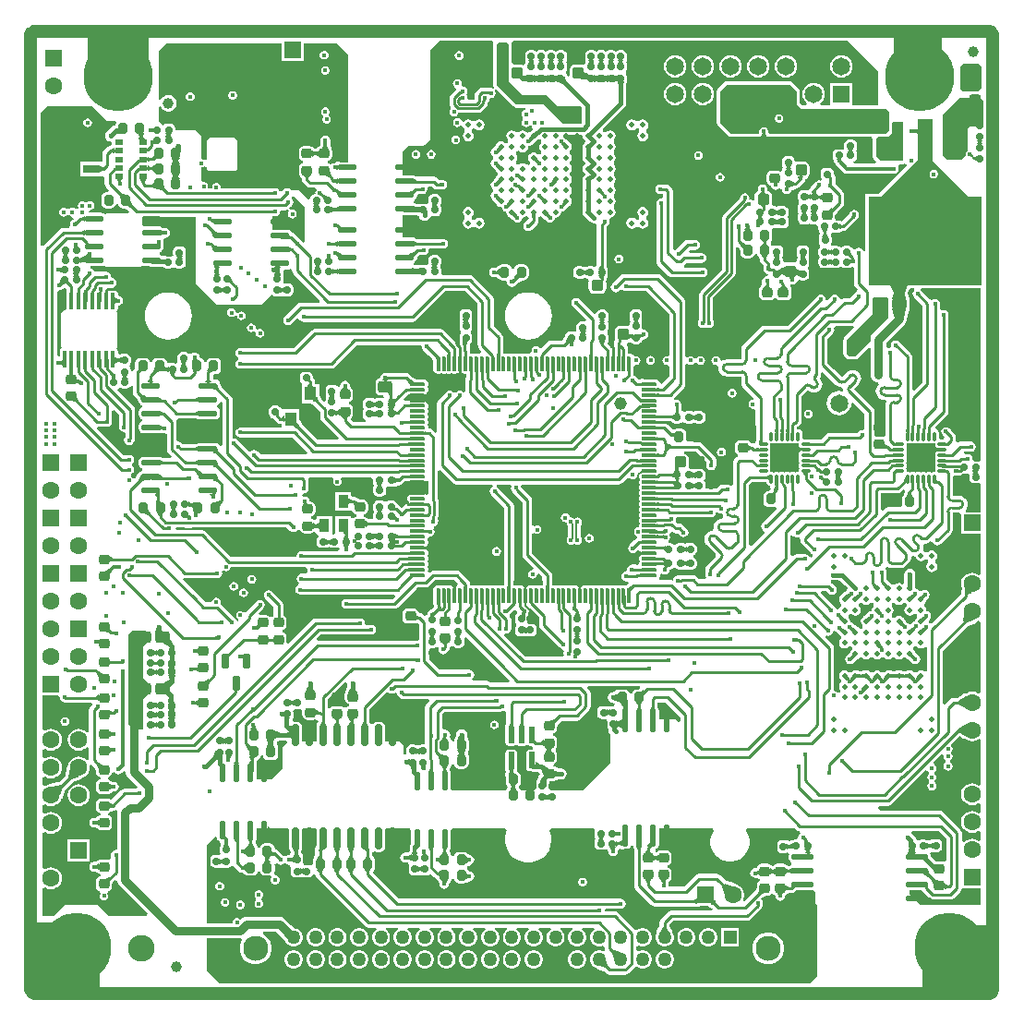
<source format=gbr>
G04*
G04 #@! TF.GenerationSoftware,Altium Limited,Altium Designer,24.9.1 (31)*
G04*
G04 Layer_Physical_Order=6*
G04 Layer_Color=16711680*
%FSLAX44Y44*%
%MOMM*%
G71*
G04*
G04 #@! TF.SameCoordinates,95152EAB-924E-4990-96F7-4EF775BF21D2*
G04*
G04*
G04 #@! TF.FilePolarity,Positive*
G04*
G01*
G75*
%ADD10C,0.3000*%
%ADD13C,0.2000*%
%ADD14C,0.4000*%
G04:AMPARAMS|DCode=26|XSize=0.95mm|YSize=0.85mm|CornerRadius=0.2125mm|HoleSize=0mm|Usage=FLASHONLY|Rotation=180.000|XOffset=0mm|YOffset=0mm|HoleType=Round|Shape=RoundedRectangle|*
%AMROUNDEDRECTD26*
21,1,0.9500,0.4250,0,0,180.0*
21,1,0.5250,0.8500,0,0,180.0*
1,1,0.4250,-0.2625,0.2125*
1,1,0.4250,0.2625,0.2125*
1,1,0.4250,0.2625,-0.2125*
1,1,0.4250,-0.2625,-0.2125*
%
%ADD26ROUNDEDRECTD26*%
G04:AMPARAMS|DCode=38|XSize=0.95mm|YSize=0.85mm|CornerRadius=0.2125mm|HoleSize=0mm|Usage=FLASHONLY|Rotation=90.000|XOffset=0mm|YOffset=0mm|HoleType=Round|Shape=RoundedRectangle|*
%AMROUNDEDRECTD38*
21,1,0.9500,0.4250,0,0,90.0*
21,1,0.5250,0.8500,0,0,90.0*
1,1,0.4250,0.2125,0.2625*
1,1,0.4250,0.2125,-0.2625*
1,1,0.4250,-0.2125,-0.2625*
1,1,0.4250,-0.2125,0.2625*
%
%ADD38ROUNDEDRECTD38*%
G04:AMPARAMS|DCode=39|XSize=1.64mm|YSize=0.59mm|CornerRadius=0.1475mm|HoleSize=0mm|Usage=FLASHONLY|Rotation=0.000|XOffset=0mm|YOffset=0mm|HoleType=Round|Shape=RoundedRectangle|*
%AMROUNDEDRECTD39*
21,1,1.6400,0.2950,0,0,0.0*
21,1,1.3450,0.5900,0,0,0.0*
1,1,0.2950,0.6725,-0.1475*
1,1,0.2950,-0.6725,-0.1475*
1,1,0.2950,-0.6725,0.1475*
1,1,0.2950,0.6725,0.1475*
%
%ADD39ROUNDEDRECTD39*%
%ADD41R,0.9500X1.2000*%
G04:AMPARAMS|DCode=46|XSize=1.1mm|YSize=1mm|CornerRadius=0.25mm|HoleSize=0mm|Usage=FLASHONLY|Rotation=270.000|XOffset=0mm|YOffset=0mm|HoleType=Round|Shape=RoundedRectangle|*
%AMROUNDEDRECTD46*
21,1,1.1000,0.5000,0,0,270.0*
21,1,0.6000,1.0000,0,0,270.0*
1,1,0.5000,-0.2500,-0.3000*
1,1,0.5000,-0.2500,0.3000*
1,1,0.5000,0.2500,0.3000*
1,1,0.5000,0.2500,-0.3000*
%
%ADD46ROUNDEDRECTD46*%
G04:AMPARAMS|DCode=47|XSize=0.65mm|YSize=0.6mm|CornerRadius=0.15mm|HoleSize=0mm|Usage=FLASHONLY|Rotation=0.000|XOffset=0mm|YOffset=0mm|HoleType=Round|Shape=RoundedRectangle|*
%AMROUNDEDRECTD47*
21,1,0.6500,0.3000,0,0,0.0*
21,1,0.3500,0.6000,0,0,0.0*
1,1,0.3000,0.1750,-0.1500*
1,1,0.3000,-0.1750,-0.1500*
1,1,0.3000,-0.1750,0.1500*
1,1,0.3000,0.1750,0.1500*
%
%ADD47ROUNDEDRECTD47*%
G04:AMPARAMS|DCode=48|XSize=0.65mm|YSize=0.6mm|CornerRadius=0.15mm|HoleSize=0mm|Usage=FLASHONLY|Rotation=90.000|XOffset=0mm|YOffset=0mm|HoleType=Round|Shape=RoundedRectangle|*
%AMROUNDEDRECTD48*
21,1,0.6500,0.3000,0,0,90.0*
21,1,0.3500,0.6000,0,0,90.0*
1,1,0.3000,0.1500,0.1750*
1,1,0.3000,0.1500,-0.1750*
1,1,0.3000,-0.1500,-0.1750*
1,1,0.3000,-0.1500,0.1750*
%
%ADD48ROUNDEDRECTD48*%
G04:AMPARAMS|DCode=49|XSize=1.1mm|YSize=1.3mm|CornerRadius=0.25mm|HoleSize=0mm|Usage=FLASHONLY|Rotation=180.000|XOffset=0mm|YOffset=0mm|HoleType=Round|Shape=RoundedRectangle|*
%AMROUNDEDRECTD49*
21,1,1.1000,0.8000,0,0,180.0*
21,1,0.6000,1.3000,0,0,180.0*
1,1,0.5000,-0.3000,0.4000*
1,1,0.5000,0.3000,0.4000*
1,1,0.5000,0.3000,-0.4000*
1,1,0.5000,-0.3000,-0.4000*
%
%ADD49ROUNDEDRECTD49*%
%ADD55R,6.8000X6.4000*%
%ADD56R,6.5000X6.7000*%
%ADD103C,1.5240*%
%ADD104C,0.5000*%
%ADD105C,0.2200*%
%ADD106C,0.2800*%
%ADD107C,1.2000*%
%ADD118C,1.0000*%
%ADD119C,0.2400*%
%ADD125C,1.6500*%
%ADD126C,1.1500*%
%ADD127R,1.6500X1.6500*%
%ADD128R,1.6000X1.6000*%
%ADD129C,1.6000*%
%ADD130C,1.2580*%
%ADD131R,1.2580X1.2580*%
%ADD132C,2.3000*%
%ADD133C,2.4500*%
%ADD135R,1.6000X1.6000*%
%ADD136C,6.3500*%
%ADD137C,0.4000*%
%ADD138C,0.8000*%
G04:AMPARAMS|DCode=139|XSize=1.32mm|YSize=0.6mm|CornerRadius=0.075mm|HoleSize=0mm|Usage=FLASHONLY|Rotation=270.000|XOffset=0mm|YOffset=0mm|HoleType=Round|Shape=RoundedRectangle|*
%AMROUNDEDRECTD139*
21,1,1.3200,0.4500,0,0,270.0*
21,1,1.1700,0.6000,0,0,270.0*
1,1,0.1500,-0.2250,-0.5850*
1,1,0.1500,-0.2250,0.5850*
1,1,0.1500,0.2250,0.5850*
1,1,0.1500,0.2250,-0.5850*
%
%ADD139ROUNDEDRECTD139*%
G04:AMPARAMS|DCode=140|XSize=1.9539mm|YSize=0.5821mm|CornerRadius=0.1455mm|HoleSize=0mm|Usage=FLASHONLY|Rotation=270.000|XOffset=0mm|YOffset=0mm|HoleType=Round|Shape=RoundedRectangle|*
%AMROUNDEDRECTD140*
21,1,1.9539,0.2911,0,0,270.0*
21,1,1.6629,0.5821,0,0,270.0*
1,1,0.2911,-0.1455,-0.8314*
1,1,0.2911,-0.1455,0.8314*
1,1,0.2911,0.1455,0.8314*
1,1,0.2911,0.1455,-0.8314*
%
%ADD140ROUNDEDRECTD140*%
%ADD141R,0.8000X0.5000*%
%ADD142R,1.1000X1.3000*%
G04:AMPARAMS|DCode=143|XSize=1.6002mm|YSize=0.3556mm|CornerRadius=0.0889mm|HoleSize=0mm|Usage=FLASHONLY|Rotation=90.000|XOffset=0mm|YOffset=0mm|HoleType=Round|Shape=RoundedRectangle|*
%AMROUNDEDRECTD143*
21,1,1.6002,0.1778,0,0,90.0*
21,1,1.4224,0.3556,0,0,90.0*
1,1,0.1778,0.0889,0.7112*
1,1,0.1778,0.0889,-0.7112*
1,1,0.1778,-0.0889,-0.7112*
1,1,0.1778,-0.0889,0.7112*
%
%ADD143ROUNDEDRECTD143*%
G04:AMPARAMS|DCode=144|XSize=1.95mm|YSize=0.65mm|CornerRadius=0.1625mm|HoleSize=0mm|Usage=FLASHONLY|Rotation=270.000|XOffset=0mm|YOffset=0mm|HoleType=Round|Shape=RoundedRectangle|*
%AMROUNDEDRECTD144*
21,1,1.9500,0.3250,0,0,270.0*
21,1,1.6250,0.6500,0,0,270.0*
1,1,0.3250,-0.1625,-0.8125*
1,1,0.3250,-0.1625,0.8125*
1,1,0.3250,0.1625,0.8125*
1,1,0.3250,0.1625,-0.8125*
%
%ADD144ROUNDEDRECTD144*%
G04:AMPARAMS|DCode=145|XSize=1.64mm|YSize=0.59mm|CornerRadius=0.1475mm|HoleSize=0mm|Usage=FLASHONLY|Rotation=270.000|XOffset=0mm|YOffset=0mm|HoleType=Round|Shape=RoundedRectangle|*
%AMROUNDEDRECTD145*
21,1,1.6400,0.2950,0,0,270.0*
21,1,1.3450,0.5900,0,0,270.0*
1,1,0.2950,-0.1475,-0.6725*
1,1,0.2950,-0.1475,0.6725*
1,1,0.2950,0.1475,0.6725*
1,1,0.2950,0.1475,-0.6725*
%
%ADD145ROUNDEDRECTD145*%
%ADD146R,1.6000X0.8000*%
%ADD147R,3.0000X2.1000*%
%ADD148R,2.4500X2.4500*%
G04:AMPARAMS|DCode=149|XSize=0.26mm|YSize=0.8mm|CornerRadius=0.065mm|HoleSize=0mm|Usage=FLASHONLY|Rotation=180.000|XOffset=0mm|YOffset=0mm|HoleType=Round|Shape=RoundedRectangle|*
%AMROUNDEDRECTD149*
21,1,0.2600,0.6700,0,0,180.0*
21,1,0.1300,0.8000,0,0,180.0*
1,1,0.1300,-0.0650,0.3350*
1,1,0.1300,0.0650,0.3350*
1,1,0.1300,0.0650,-0.3350*
1,1,0.1300,-0.0650,-0.3350*
%
%ADD149ROUNDEDRECTD149*%
G04:AMPARAMS|DCode=150|XSize=0.8mm|YSize=0.26mm|CornerRadius=0.065mm|HoleSize=0mm|Usage=FLASHONLY|Rotation=180.000|XOffset=0mm|YOffset=0mm|HoleType=Round|Shape=RoundedRectangle|*
%AMROUNDEDRECTD150*
21,1,0.8000,0.1300,0,0,180.0*
21,1,0.6700,0.2600,0,0,180.0*
1,1,0.1300,-0.3350,0.0650*
1,1,0.1300,0.3350,0.0650*
1,1,0.1300,0.3350,-0.0650*
1,1,0.1300,-0.3350,-0.0650*
%
%ADD150ROUNDEDRECTD150*%
G04:AMPARAMS|DCode=151|XSize=1.35mm|YSize=0.35mm|CornerRadius=0.0875mm|HoleSize=0mm|Usage=FLASHONLY|Rotation=0.000|XOffset=0mm|YOffset=0mm|HoleType=Round|Shape=RoundedRectangle|*
%AMROUNDEDRECTD151*
21,1,1.3500,0.1750,0,0,0.0*
21,1,1.1750,0.3500,0,0,0.0*
1,1,0.1750,0.5875,-0.0875*
1,1,0.1750,-0.5875,-0.0875*
1,1,0.1750,-0.5875,0.0875*
1,1,0.1750,0.5875,0.0875*
%
%ADD151ROUNDEDRECTD151*%
G04:AMPARAMS|DCode=152|XSize=0.35mm|YSize=1.35mm|CornerRadius=0.0875mm|HoleSize=0mm|Usage=FLASHONLY|Rotation=0.000|XOffset=0mm|YOffset=0mm|HoleType=Round|Shape=RoundedRectangle|*
%AMROUNDEDRECTD152*
21,1,0.3500,1.1750,0,0,0.0*
21,1,0.1750,1.3500,0,0,0.0*
1,1,0.1750,0.0875,-0.5875*
1,1,0.1750,-0.0875,-0.5875*
1,1,0.1750,-0.0875,0.5875*
1,1,0.1750,0.0875,0.5875*
%
%ADD152ROUNDEDRECTD152*%
G04:AMPARAMS|DCode=153|XSize=1.9539mm|YSize=0.5821mm|CornerRadius=0.1455mm|HoleSize=0mm|Usage=FLASHONLY|Rotation=180.000|XOffset=0mm|YOffset=0mm|HoleType=Round|Shape=RoundedRectangle|*
%AMROUNDEDRECTD153*
21,1,1.9539,0.2911,0,0,180.0*
21,1,1.6629,0.5821,0,0,180.0*
1,1,0.2911,-0.8314,0.1455*
1,1,0.2911,0.8314,0.1455*
1,1,0.2911,0.8314,-0.1455*
1,1,0.2911,-0.8314,-0.1455*
%
%ADD153ROUNDEDRECTD153*%
G04:AMPARAMS|DCode=154|XSize=1.45mm|YSize=0.59mm|CornerRadius=0.0738mm|HoleSize=0mm|Usage=FLASHONLY|Rotation=90.000|XOffset=0mm|YOffset=0mm|HoleType=Round|Shape=RoundedRectangle|*
%AMROUNDEDRECTD154*
21,1,1.4500,0.4425,0,0,90.0*
21,1,1.3025,0.5900,0,0,90.0*
1,1,0.1475,0.2213,0.6513*
1,1,0.1475,0.2213,-0.6513*
1,1,0.1475,-0.2213,-0.6513*
1,1,0.1475,-0.2213,0.6513*
%
%ADD154ROUNDEDRECTD154*%
%ADD155R,1.0000X3.0000*%
%ADD156R,10.4500X8.1000*%
G04:AMPARAMS|DCode=157|XSize=1.1mm|YSize=1mm|CornerRadius=0.25mm|HoleSize=0mm|Usage=FLASHONLY|Rotation=0.000|XOffset=0mm|YOffset=0mm|HoleType=Round|Shape=RoundedRectangle|*
%AMROUNDEDRECTD157*
21,1,1.1000,0.5000,0,0,0.0*
21,1,0.6000,1.0000,0,0,0.0*
1,1,0.5000,0.3000,-0.2500*
1,1,0.5000,-0.3000,-0.2500*
1,1,0.5000,-0.3000,0.2500*
1,1,0.5000,0.3000,0.2500*
%
%ADD157ROUNDEDRECTD157*%
%ADD158C,0.4900*%
G04:AMPARAMS|DCode=159|XSize=1.1mm|YSize=1.3mm|CornerRadius=0.25mm|HoleSize=0mm|Usage=FLASHONLY|Rotation=90.000|XOffset=0mm|YOffset=0mm|HoleType=Round|Shape=RoundedRectangle|*
%AMROUNDEDRECTD159*
21,1,1.1000,0.8000,0,0,90.0*
21,1,0.6000,1.3000,0,0,90.0*
1,1,0.5000,0.4000,0.3000*
1,1,0.5000,0.4000,-0.3000*
1,1,0.5000,-0.4000,-0.3000*
1,1,0.5000,-0.4000,0.3000*
%
%ADD159ROUNDEDRECTD159*%
%ADD160C,0.2300*%
%ADD161C,0.2800*%
%ADD162C,0.3400*%
%ADD163R,4.5000X2.3000*%
%ADD164R,5.5478X3.2001*%
G36*
X300000Y870000D02*
Y771440D01*
X298650Y770332D01*
X298524Y770307D01*
X293151D01*
X292962Y770586D01*
X292956Y770590D01*
X292951Y770597D01*
X292457Y770918D01*
X291965Y771242D01*
X291958Y771244D01*
X291951Y771248D01*
X291370Y771356D01*
X290793Y771467D01*
X290785Y771465D01*
X290778Y771467D01*
X290201Y771345D01*
X289624Y771226D01*
X289618Y771221D01*
X289610Y771220D01*
X287007Y770105D01*
X286386Y769981D01*
X285817Y769601D01*
X283988Y768738D01*
X282445Y769769D01*
X281384Y769980D01*
Y772020D01*
X282445Y772231D01*
X283988Y773262D01*
X285019Y774805D01*
X285381Y776625D01*
Y780875D01*
X285019Y782695D01*
X284749Y783100D01*
X284690Y783556D01*
X284626Y783667D01*
X284600Y783791D01*
X283397Y786575D01*
Y789796D01*
X283588Y790757D01*
X283239Y792513D01*
X282244Y794002D01*
X280756Y794996D01*
X279000Y795346D01*
X277244Y794996D01*
X275756Y794002D01*
X275564Y793810D01*
X274570Y792322D01*
X274221Y790566D01*
Y786667D01*
X273516Y785243D01*
X272575Y784615D01*
X272295Y784559D01*
X272246Y784526D01*
X272188Y784512D01*
X270000Y783506D01*
X267812Y784512D01*
X267754Y784526D01*
X267705Y784559D01*
X267425Y784615D01*
X266445Y785269D01*
X264625Y785631D01*
X259375D01*
X257555Y785269D01*
X256012Y784238D01*
X254981Y782695D01*
X254619Y780875D01*
Y776625D01*
X254981Y774805D01*
X256012Y773262D01*
X257555Y772231D01*
X258616Y772020D01*
Y769980D01*
X257555Y769769D01*
X256012Y768738D01*
X254981Y767195D01*
X254619Y765375D01*
Y761125D01*
X254981Y759305D01*
X256012Y757762D01*
X256636Y757345D01*
X257514Y755541D01*
Y754800D01*
X257514Y754800D01*
X257855Y753083D01*
X258828Y751628D01*
X261628Y748828D01*
X261628Y748828D01*
X263083Y747855D01*
X264800Y747514D01*
X264800Y747514D01*
X269743D01*
X269977Y747230D01*
X270628Y745514D01*
X270044Y744639D01*
X269718Y743000D01*
X269799Y742592D01*
X269000Y741619D01*
X267424Y741306D01*
X266087Y740413D01*
X265194Y739076D01*
X264955Y737873D01*
X263120Y736880D01*
X255000Y745000D01*
X247621D01*
X247172Y745672D01*
X245717Y746645D01*
X244000Y746986D01*
X242283Y746645D01*
X240828Y745672D01*
X240156Y745000D01*
X240000D01*
X239023Y744023D01*
X238216Y744098D01*
X236722Y744550D01*
X235972Y745672D01*
X234517Y746645D01*
X232800Y746986D01*
X184571D01*
X183063Y747286D01*
X183000Y748496D01*
X182391Y749966D01*
X181266Y751091D01*
X179796Y751700D01*
X178204D01*
X176734Y751091D01*
X175609Y749966D01*
X175000Y748496D01*
Y747286D01*
X171779D01*
X171500Y747704D01*
Y749296D01*
X170891Y750766D01*
X169766Y751891D01*
X168296Y752500D01*
X166704D01*
X165000Y753959D01*
Y766000D01*
X165796D01*
X167266Y766609D01*
X167941Y767284D01*
X169941Y766648D01*
Y766000D01*
X170174Y764829D01*
X170837Y763837D01*
X171829Y763174D01*
X173000Y762941D01*
X195000D01*
X196171Y763174D01*
X197163Y763837D01*
X197826Y764829D01*
X198059Y766000D01*
Y790000D01*
X197826Y791171D01*
X197163Y792163D01*
X196171Y792826D01*
X195000Y793059D01*
X173000D01*
X171829Y792826D01*
X170837Y792163D01*
X170174Y791171D01*
X169941Y790000D01*
Y773352D01*
X167941Y772716D01*
X167266Y773391D01*
X165796Y774000D01*
X165000D01*
Y795000D01*
X160000Y800000D01*
X141119D01*
Y802000D01*
X140806Y803576D01*
X139913Y804913D01*
X138576Y805806D01*
X137000Y806119D01*
X133500D01*
X131924Y805806D01*
X130587Y804913D01*
X130132Y804868D01*
X126000Y809000D01*
Y821729D01*
X127974Y822090D01*
X128967Y820370D01*
X130370Y818967D01*
X132090Y817974D01*
X134007Y817460D01*
X135993D01*
X137910Y817974D01*
X139630Y818967D01*
X141033Y820370D01*
X142026Y822090D01*
X142540Y824007D01*
Y825993D01*
X142026Y827910D01*
X141033Y829630D01*
X139630Y831033D01*
X137910Y832026D01*
X135993Y832540D01*
X134007D01*
X132090Y832026D01*
X130370Y831033D01*
X128967Y829630D01*
X127974Y827910D01*
X126000Y828271D01*
Y873000D01*
X133000Y880000D01*
X239000D01*
Y864000D01*
X259000D01*
Y880000D01*
X290000D01*
X300000Y870000D01*
D02*
G37*
G36*
X551661Y863000D02*
X552356Y861059D01*
X547237D01*
X547932Y863000D01*
X547237Y864940D01*
X552356D01*
X551661Y863000D01*
D02*
G37*
G36*
X542661D02*
X543356Y861059D01*
X538237D01*
X538932Y863000D01*
X538237Y864940D01*
X543356D01*
X542661Y863000D01*
D02*
G37*
G36*
X533661D02*
X534356Y861059D01*
X529237D01*
X529932Y863000D01*
X529237Y864940D01*
X534356D01*
X533661Y863000D01*
D02*
G37*
G36*
X524661D02*
X525356Y861059D01*
X520237D01*
X520932Y863000D01*
X520237Y864940D01*
X525356D01*
X524661Y863000D01*
D02*
G37*
G36*
X496661D02*
X497356Y861059D01*
X492237D01*
X492932Y863000D01*
X492237Y864940D01*
X497356D01*
X496661Y863000D01*
D02*
G37*
G36*
X487661D02*
X488356Y861059D01*
X483237D01*
X483932Y863000D01*
X483237Y864940D01*
X488356D01*
X487661Y863000D01*
D02*
G37*
G36*
X478661D02*
X479356Y861059D01*
X474237D01*
X474932Y863000D01*
X474237Y864940D01*
X479356D01*
X478661Y863000D01*
D02*
G37*
G36*
X469661D02*
X470356Y861059D01*
X465237D01*
X465932Y863000D01*
X465237Y864940D01*
X470356D01*
X469661Y863000D01*
D02*
G37*
G36*
X474723Y849755D02*
X474745Y849750D01*
Y845750D01*
X474723Y845745D01*
Y844616D01*
X472296Y845180D01*
X469870Y844616D01*
Y845745D01*
X469848Y845750D01*
Y849750D01*
X469870Y849755D01*
Y850884D01*
X472296Y850320D01*
X474723Y850884D01*
Y849755D01*
D02*
G37*
G36*
X547723D02*
X547745Y849750D01*
Y845750D01*
X547723Y845745D01*
Y845427D01*
X552681D01*
X551796Y840601D01*
X547796D01*
X547031Y844777D01*
X545296Y845180D01*
X542870Y844616D01*
Y845745D01*
X542848Y845750D01*
Y849750D01*
X542870Y849755D01*
Y850884D01*
X545296Y850320D01*
X547723Y850884D01*
Y849755D01*
D02*
G37*
G36*
X538723D02*
X538745Y849750D01*
Y845750D01*
X538723Y845745D01*
Y844616D01*
X536296Y845180D01*
X533870Y844616D01*
Y845745D01*
X533848Y845750D01*
Y849750D01*
X533870Y849755D01*
Y850884D01*
X536296Y850320D01*
X538723Y850884D01*
Y849755D01*
D02*
G37*
G36*
X529723D02*
X529745Y849750D01*
Y845750D01*
X529723Y845745D01*
Y844616D01*
X527296Y845180D01*
X524870Y844616D01*
Y845745D01*
X524848Y845750D01*
Y849750D01*
X524870Y849755D01*
Y850884D01*
X527296Y850320D01*
X529723Y850884D01*
Y849755D01*
D02*
G37*
G36*
X492723D02*
X492745Y849750D01*
Y845750D01*
X492723Y845745D01*
Y844616D01*
X490297Y845180D01*
X487870Y844616D01*
Y845745D01*
X487848Y845750D01*
Y849750D01*
X487870Y849755D01*
Y850884D01*
X490297Y850320D01*
X492723Y850884D01*
Y849755D01*
D02*
G37*
G36*
X483723D02*
X483745Y849750D01*
Y845750D01*
X483723Y845745D01*
Y844616D01*
X481296Y845180D01*
X478870Y844616D01*
Y845745D01*
X478848Y845750D01*
Y849750D01*
X478870Y849755D01*
Y850884D01*
X481296Y850320D01*
X483723Y850884D01*
Y849755D01*
D02*
G37*
G36*
X520018Y851538D02*
X519881Y850996D01*
X520723Y850884D01*
X519920Y845544D01*
X516255Y847317D01*
X514464Y847174D01*
X515987Y853538D01*
X520018Y851538D01*
D02*
G37*
G36*
X465723Y844616D02*
X460848Y845750D01*
Y849750D01*
X465723Y850884D01*
Y844616D01*
D02*
G37*
G36*
X500623Y844502D02*
X497795Y841673D01*
X492723Y844616D01*
X497681Y850073D01*
X500623Y844502D01*
D02*
G37*
G36*
X770000Y870000D02*
X786000Y854000D01*
X786000Y825059D01*
X785674Y823059D01*
X762450D01*
Y843550D01*
X741950D01*
Y823059D01*
X733576D01*
X732897Y825059D01*
X734110Y825990D01*
X735753Y828131D01*
X736786Y830624D01*
X737138Y833300D01*
X736786Y835976D01*
X735753Y838469D01*
X734110Y840610D01*
X731969Y842253D01*
X729476Y843286D01*
X726800Y843638D01*
X724124Y843286D01*
X721631Y842253D01*
X719490Y840610D01*
X717847Y838469D01*
X716814Y835976D01*
X716462Y833300D01*
X716814Y830624D01*
X717847Y828131D01*
X719490Y825990D01*
X720703Y825059D01*
X720024Y823059D01*
X716267D01*
X714059Y825267D01*
Y836000D01*
X714059Y836000D01*
X713826Y837170D01*
X713163Y838163D01*
X713163Y838163D01*
X707163Y844163D01*
X706171Y844826D01*
X705000Y845059D01*
X705000Y845059D01*
X647000D01*
X647000Y845059D01*
X645829Y844826D01*
X644837Y844163D01*
X644837Y844163D01*
X638837Y838163D01*
X638174Y837170D01*
X637941Y836000D01*
X637941Y836000D01*
X637941Y807000D01*
X638174Y805829D01*
X638837Y804837D01*
X638837Y804837D01*
X648837Y794837D01*
X649829Y794174D01*
X651000Y793941D01*
X651000Y793941D01*
X676195D01*
X676491Y794000D01*
X676792D01*
X677070Y794115D01*
X677366Y794174D01*
X677616Y794341D01*
X677895Y794457D01*
X678108Y794670D01*
X678358Y794837D01*
X678526Y795088D01*
X678739Y795301D01*
X679543Y796505D01*
X679659Y796783D01*
X679826Y797034D01*
X679885Y797329D01*
X680000Y797608D01*
X680859D01*
X682101Y797365D01*
X682115Y797329D01*
X682174Y797034D01*
X682341Y796783D01*
X682457Y796505D01*
X683261Y795301D01*
X683474Y795088D01*
X683642Y794837D01*
X683892Y794670D01*
X684105Y794457D01*
X684384Y794342D01*
X684634Y794174D01*
X684930Y794115D01*
X685208Y794000D01*
X685509D01*
X685805Y793941D01*
X779443D01*
X779479Y793925D01*
X780941Y792000D01*
X780941Y792000D01*
Y776000D01*
X781174Y774829D01*
X781837Y773837D01*
X781837Y773837D01*
X784086Y771588D01*
X783258Y769588D01*
X763489D01*
X763292Y771588D01*
X763826Y771694D01*
X765163Y772587D01*
X766056Y773924D01*
X766369Y775500D01*
Y778500D01*
X766252Y779089D01*
X766342Y779540D01*
X766339Y779554D01*
X766342Y779567D01*
X766223Y780139D01*
X766109Y780711D01*
X766101Y780722D01*
X766099Y780736D01*
X765774Y781500D01*
X766099Y782264D01*
X766101Y782278D01*
X766109Y782289D01*
X766223Y782861D01*
X766342Y783433D01*
X766339Y783446D01*
X766342Y783459D01*
X766252Y783911D01*
X766369Y784500D01*
Y787500D01*
X766056Y789076D01*
X765163Y790413D01*
X763826Y791306D01*
X762250Y791619D01*
X758750D01*
X757174Y791306D01*
X755837Y790413D01*
X754944Y789076D01*
X754631Y787500D01*
Y784500D01*
X754748Y783911D01*
X754722Y783779D01*
X754294Y783328D01*
X753643Y782850D01*
X752891Y782419D01*
X752829Y782404D01*
X751750Y782619D01*
X748250D01*
X746674Y782306D01*
X745337Y781413D01*
X744444Y780076D01*
X744131Y778500D01*
Y775500D01*
X744444Y773924D01*
X745148Y772870D01*
X745524Y771291D01*
X745574Y771182D01*
X745761Y770244D01*
X746756Y768756D01*
X753756Y761756D01*
X755244Y760761D01*
X757000Y760412D01*
X800000D01*
X801756Y760761D01*
X803244Y761756D01*
X804239Y763244D01*
X804588Y765000D01*
X804239Y766756D01*
X804115Y766941D01*
X805184Y768941D01*
X808000D01*
X808000Y768941D01*
X809171Y769174D01*
X809867Y769640D01*
X811797Y769248D01*
X811979Y769182D01*
X812469Y767795D01*
X786837Y742163D01*
X786421Y741540D01*
X774210D01*
Y689585D01*
X772210Y689388D01*
X772145Y689717D01*
X771172Y691172D01*
X769717Y692145D01*
X768000Y692486D01*
X766283Y692145D01*
X764828Y691172D01*
X764753Y691061D01*
X764620Y691000D01*
X762578Y691406D01*
X762546Y691571D01*
X761653Y692907D01*
X760316Y693800D01*
X758740Y694114D01*
X755240D01*
X753664Y693800D01*
X753178Y693476D01*
X751740Y693072D01*
X750302Y693476D01*
X749816Y693800D01*
X748240Y694114D01*
X744740D01*
X744223Y694011D01*
X743830Y694109D01*
X743755Y694098D01*
X743680Y694113D01*
X743657Y694108D01*
X742779Y695076D01*
X742469Y695929D01*
X742796Y696418D01*
X743109Y697995D01*
Y700994D01*
X742796Y702571D01*
X742757Y702629D01*
X742700Y702877D01*
X742571Y703445D01*
X742571Y703446D01*
X742570Y703447D01*
X742307Y704037D01*
X743390Y706514D01*
X743924Y706694D01*
X745500Y706381D01*
X749000D01*
X750016Y706583D01*
X750141Y706558D01*
X750160Y706562D01*
X750179Y706558D01*
X750744Y706678D01*
X751311Y706791D01*
X751328Y706802D01*
X751347Y706806D01*
X753472Y707718D01*
X754000D01*
X755639Y708044D01*
X757028Y708972D01*
X766722Y718666D01*
X767103Y719236D01*
X767188Y719336D01*
X767206Y719391D01*
X767650Y720055D01*
X767824Y720927D01*
X767956Y721126D01*
X768282Y722765D01*
X767956Y724403D01*
X767028Y725792D01*
X765639Y726721D01*
X764000Y727047D01*
X762361Y726721D01*
X760972Y725792D01*
X760666Y725486D01*
X759738Y724097D01*
X759737Y724094D01*
X759493Y723836D01*
X759002Y723058D01*
X752600Y716656D01*
X751347Y717194D01*
X751328Y717198D01*
X751311Y717209D01*
X750744Y717322D01*
X750179Y717442D01*
X750160Y717438D01*
X750141Y717442D01*
X750016Y717417D01*
X749000Y717619D01*
X747626D01*
X747285Y717868D01*
X746172Y719619D01*
X746371Y720620D01*
Y721566D01*
X746451Y721668D01*
X748175Y725085D01*
X753172Y730082D01*
X753172Y730082D01*
X754145Y731538D01*
X754486Y733254D01*
Y741000D01*
X754145Y742717D01*
X753172Y744172D01*
X746486Y750858D01*
Y757250D01*
X746145Y758967D01*
X745172Y760422D01*
X745172Y760422D01*
X745119Y760475D01*
Y761500D01*
X744806Y763076D01*
X743913Y764413D01*
X742576Y765306D01*
X741000Y765619D01*
X737500D01*
X735924Y765306D01*
X734587Y764413D01*
X733694Y763076D01*
X733381Y761500D01*
Y758500D01*
X733694Y756924D01*
X734587Y755587D01*
X733639Y753956D01*
X732000Y754282D01*
X730361Y753956D01*
X728972Y753028D01*
X728616Y752672D01*
X728434Y752607D01*
X728153Y752354D01*
X727837Y752143D01*
X727713Y751957D01*
X727548Y751808D01*
X726949Y751005D01*
X723962Y748018D01*
X723034Y746629D01*
X722995Y746435D01*
X722867Y746189D01*
X722841Y746146D01*
X722393Y745713D01*
X721066Y745050D01*
X719490Y745364D01*
X716490D01*
X714914Y745050D01*
X713577Y744157D01*
X712684Y742821D01*
X712371Y741245D01*
Y737745D01*
X712684Y736168D01*
X713009Y735683D01*
X713412Y734245D01*
X713009Y732806D01*
X712684Y732321D01*
X712371Y730744D01*
Y727244D01*
X712474Y726727D01*
X712375Y726335D01*
X712387Y726260D01*
X712372Y726185D01*
X712474Y725672D01*
X712551Y725154D01*
X712876Y724245D01*
X712551Y723335D01*
X712474Y722817D01*
X712372Y722304D01*
X712387Y722230D01*
X712375Y722154D01*
X712474Y721762D01*
X712371Y721245D01*
Y717745D01*
X712684Y716168D01*
X713577Y714832D01*
X714914Y713939D01*
X716490Y713625D01*
X719490D01*
X721066Y713939D01*
X722403Y714832D01*
X722577D01*
X723914Y713939D01*
X725490Y713625D01*
X728490D01*
X728954Y713718D01*
X728981Y713714D01*
X730848Y712286D01*
X730881Y712217D01*
Y710500D01*
X731194Y708924D01*
X731233Y708866D01*
X731289Y708622D01*
X731419Y708049D01*
X731419Y708049D01*
X731419Y708048D01*
X732481Y705673D01*
X731552Y703089D01*
X731468Y702530D01*
X731373Y701971D01*
X731380Y701940D01*
X731375Y701909D01*
X731474Y701512D01*
X731371Y700994D01*
Y697995D01*
X731684Y696418D01*
X732577Y695082D01*
X732327Y692907D01*
X731434Y691571D01*
X731121Y689995D01*
Y686994D01*
X731434Y685418D01*
X732327Y684082D01*
Y683907D01*
X731434Y682571D01*
X731121Y680994D01*
Y677995D01*
X731434Y676418D01*
X732327Y675082D01*
X733664Y674189D01*
X735240Y673875D01*
X738740D01*
X739257Y673978D01*
X739650Y673880D01*
X739725Y673891D01*
X739799Y673876D01*
X740313Y673978D01*
X740830Y674055D01*
X741740Y674381D01*
X742650Y674055D01*
X743167Y673978D01*
X743680Y673876D01*
X743755Y673891D01*
X743830Y673880D01*
X744223Y673978D01*
X744740Y673875D01*
X748240D01*
X749816Y674189D01*
X751153Y675082D01*
X752327D01*
X753664Y674189D01*
X755240Y673875D01*
X758740D01*
X760316Y674189D01*
X761514Y674989D01*
X762331Y674806D01*
X762573Y674708D01*
X763514Y673885D01*
Y660000D01*
X763514Y660000D01*
X763855Y658283D01*
X764828Y656828D01*
X767274Y654381D01*
X766616Y652211D01*
X766283Y652145D01*
X764828Y651172D01*
X760142Y646486D01*
X755000D01*
X755000Y646486D01*
X753283Y646145D01*
X752413Y645564D01*
X750677Y646035D01*
X750211Y646384D01*
X750145Y646717D01*
X749172Y648172D01*
X747717Y649145D01*
X746000Y649486D01*
X744283Y649145D01*
X742828Y648172D01*
X742174Y647194D01*
X739412Y644432D01*
X738345Y644747D01*
X737431Y645279D01*
X737145Y646717D01*
X736172Y648172D01*
X734717Y649145D01*
X733000Y649486D01*
X731283Y649145D01*
X729828Y648172D01*
X702642Y620986D01*
X681500D01*
X679783Y620645D01*
X678328Y619672D01*
X678328Y619672D01*
X661468Y602812D01*
X660496Y601357D01*
X660154Y599640D01*
X660154Y599640D01*
Y590086D01*
X647040D01*
X646759Y590030D01*
X645004Y589799D01*
X643107Y589013D01*
X642979Y588916D01*
X642865Y588921D01*
X640910Y589849D01*
X640768Y590561D01*
X639884Y591884D01*
X638561Y592768D01*
X637000Y593078D01*
X635439Y592768D01*
X634116Y591884D01*
X633232Y590561D01*
X632922Y589000D01*
X633232Y587439D01*
X634116Y586116D01*
X635439Y585232D01*
X637000Y584922D01*
X637610Y585043D01*
X638007Y584868D01*
X639314Y583571D01*
X639344Y583504D01*
X639173Y582200D01*
X639441Y580164D01*
X640227Y578266D01*
X641477Y576637D01*
X643107Y575387D01*
X645004Y574601D01*
X646759Y574370D01*
X647040Y574314D01*
X660154D01*
Y568000D01*
X660496Y566283D01*
X661468Y564828D01*
X662552Y564103D01*
X671672Y554984D01*
X671249Y553784D01*
X670790Y553037D01*
X669439Y552768D01*
X668116Y551884D01*
X667232Y550561D01*
X666922Y549000D01*
X667232Y547439D01*
X668116Y546116D01*
X669439Y545232D01*
X671000Y544922D01*
X671514Y545024D01*
X673514Y543647D01*
Y529750D01*
X673769Y528469D01*
Y515977D01*
X673555Y514090D01*
X672373Y513207D01*
X672101Y513081D01*
X671630Y512971D01*
X670409Y513214D01*
X668337Y514217D01*
X667988Y514738D01*
X666445Y515769D01*
X664625Y516131D01*
X659375D01*
X657555Y515769D01*
X656012Y514738D01*
X654981Y513195D01*
X654619Y511375D01*
Y507125D01*
X654981Y505305D01*
X656012Y503762D01*
X656970Y503121D01*
X657099Y502307D01*
X657014Y501129D01*
X656943Y500917D01*
X655828Y500172D01*
X655828Y500172D01*
X653828Y498172D01*
X652855Y496717D01*
X652514Y495000D01*
X652514Y495000D01*
Y475498D01*
X652500Y475484D01*
X650514Y474612D01*
X649717Y475145D01*
X648000Y475486D01*
X643000D01*
X641283Y475145D01*
X639828Y474172D01*
X639828Y474172D01*
X637742Y472086D01*
X628005D01*
X627665Y472500D01*
Y475500D01*
X627352Y477076D01*
X626459Y478413D01*
X626209Y478580D01*
Y479587D01*
X627102Y480924D01*
X627416Y482500D01*
Y485500D01*
X627102Y487076D01*
X626209Y488413D01*
X624873Y489306D01*
X623296Y489619D01*
X619796D01*
X619279Y489516D01*
X618886Y489615D01*
X618811Y489603D01*
X618737Y489618D01*
X618223Y489516D01*
X617706Y489439D01*
X616796Y489114D01*
X615887Y489439D01*
X615369Y489516D01*
X614856Y489618D01*
X614781Y489603D01*
X614706Y489615D01*
X614314Y489516D01*
X613796Y489619D01*
X613170D01*
X612052Y491519D01*
X612061Y491619D01*
X612435Y493500D01*
Y498500D01*
X612044Y500466D01*
X610930Y502134D01*
X609263Y503248D01*
X607924Y503514D01*
X608121Y505514D01*
X619282D01*
X628284Y496511D01*
Y493230D01*
X628284Y493230D01*
X628626Y491513D01*
X629598Y490057D01*
X629828Y489828D01*
X631283Y488855D01*
X633000Y488514D01*
X634717Y488855D01*
X636172Y489828D01*
X637145Y491283D01*
X637486Y493000D01*
X637257Y494154D01*
Y494549D01*
X637282Y494718D01*
X637257Y495286D01*
Y498370D01*
X637257Y498370D01*
X636915Y500087D01*
X635943Y501542D01*
X624312Y513172D01*
X622857Y514145D01*
X621140Y514486D01*
X621140Y514486D01*
X611795D01*
X610131Y516375D01*
Y521625D01*
X609769Y523445D01*
X608738Y524988D01*
X607195Y526019D01*
X605375Y526381D01*
X601125D01*
X599305Y526019D01*
X598954Y525785D01*
X598726Y525777D01*
X597580Y525507D01*
X592594Y530492D01*
X591583Y531168D01*
X591819Y532923D01*
X591916Y533168D01*
X595259D01*
X597107Y532292D01*
X597458Y532204D01*
X598220Y531694D01*
X599796Y531381D01*
X603296D01*
X604873Y531694D01*
X605358Y532019D01*
X606796Y532422D01*
X608234Y532019D01*
X608720Y531694D01*
X610296Y531381D01*
X613796D01*
X614314Y531484D01*
X614706Y531385D01*
X614781Y531397D01*
X614856Y531382D01*
X615369Y531484D01*
X615887Y531561D01*
X616796Y531886D01*
X617706Y531561D01*
X618224Y531484D01*
X618737Y531382D01*
X618811Y531397D01*
X618886Y531385D01*
X619279Y531484D01*
X619796Y531381D01*
X623296D01*
X624873Y531694D01*
X626209Y532587D01*
X627102Y533924D01*
X627416Y535500D01*
Y538500D01*
X627102Y540076D01*
X626209Y541413D01*
X624873Y542306D01*
X623296Y542619D01*
X619796D01*
X619279Y542516D01*
X618886Y542615D01*
X618811Y542603D01*
X618737Y542618D01*
X618224Y542516D01*
X617706Y542439D01*
X616796Y542114D01*
X615887Y542439D01*
X615369Y542516D01*
X614856Y542618D01*
X614781Y542603D01*
X614706Y542615D01*
X614314Y542516D01*
X613796Y542619D01*
X610296D01*
X608720Y542306D01*
X608437Y542116D01*
X606024Y542648D01*
X605974Y542693D01*
X605829Y543012D01*
Y548021D01*
X605689Y548722D01*
X605679Y548844D01*
X605656Y548890D01*
X605503Y549660D01*
X605002Y550409D01*
X604956Y550639D01*
X604028Y552028D01*
X602639Y552956D01*
X601000Y553282D01*
X599696Y553023D01*
X598904Y553885D01*
X598517Y554672D01*
X607972Y564128D01*
X607972Y564128D01*
X608945Y565583D01*
X609286Y567300D01*
Y585255D01*
X610458Y585807D01*
X611286Y586003D01*
X612439Y585232D01*
X614000Y584922D01*
X615561Y585232D01*
X616884Y586116D01*
X617389Y586872D01*
X617659Y586955D01*
X619341D01*
X619611Y586872D01*
X620116Y586116D01*
X621439Y585232D01*
X623000Y584922D01*
X624561Y585232D01*
X625884Y586116D01*
X626768Y587439D01*
X627078Y589000D01*
X626768Y590561D01*
X625884Y591884D01*
X624561Y592768D01*
X623000Y593078D01*
X621439Y592768D01*
X620116Y591884D01*
X619611Y591128D01*
X619341Y591045D01*
X617659D01*
X617389Y591128D01*
X616884Y591884D01*
X615561Y592768D01*
X614000Y593078D01*
X612439Y592768D01*
X611286Y591997D01*
X610458Y592193D01*
X609286Y592745D01*
Y642402D01*
X609286Y642402D01*
X608945Y644119D01*
X607972Y645575D01*
X586575Y666972D01*
X585119Y667945D01*
X583402Y668286D01*
X583402Y668286D01*
X552800D01*
X551083Y667945D01*
X549628Y666972D01*
X549628Y666972D01*
X541828Y659172D01*
X540855Y657717D01*
X540514Y656000D01*
X540855Y654283D01*
X541828Y652828D01*
X543283Y651855D01*
X545000Y651514D01*
X546717Y651855D01*
X548172Y652828D01*
X549322Y653978D01*
X551828Y653828D01*
X553283Y652855D01*
X555000Y652514D01*
X573142D01*
X594514Y631142D01*
Y594353D01*
X592514Y592976D01*
X592000Y593078D01*
X590439Y592768D01*
X589116Y591884D01*
X588232Y590561D01*
X587922Y589000D01*
X588232Y587439D01*
X589116Y586116D01*
X590439Y585232D01*
X592000Y584922D01*
X592514Y585024D01*
X594514Y583647D01*
Y574858D01*
X593828Y574172D01*
X593102Y573086D01*
X587607Y567591D01*
X585607Y568375D01*
X585342Y569707D01*
X584587Y570837D01*
X583457Y571592D01*
X582125Y571857D01*
X571425D01*
X571216Y571996D01*
X570937Y572052D01*
X570675Y572164D01*
X570357Y572167D01*
X570046Y572229D01*
X569767Y572174D01*
X569482Y572177D01*
X567104Y571731D01*
X566288D01*
X564826Y573194D01*
X564172Y574172D01*
X562717Y575145D01*
X561701Y575347D01*
X561731Y575500D01*
Y579743D01*
X561857Y580375D01*
Y583399D01*
X563857Y584950D01*
X564000Y584922D01*
X565561Y585232D01*
X566884Y586116D01*
X567768Y587439D01*
X568078Y589000D01*
X567768Y590561D01*
X566884Y591884D01*
X565561Y592768D01*
X564000Y593078D01*
X562439Y592768D01*
X561061Y594252D01*
X560837Y594587D01*
X559707Y595342D01*
X558375Y595607D01*
X556782D01*
Y599500D01*
X556456Y601139D01*
X555528Y602528D01*
X555234Y602822D01*
X555892Y604992D01*
X556263Y605066D01*
X556924Y605508D01*
X559384Y605401D01*
X560720Y604508D01*
X562296Y604194D01*
X565296D01*
X566873Y604508D01*
X568209Y605401D01*
X569102Y606737D01*
X569220Y607329D01*
X570108Y607768D01*
X571134Y607972D01*
X571705Y608353D01*
X571987Y608453D01*
X571998Y608463D01*
X572013Y608468D01*
X572380Y608805D01*
X572523Y608900D01*
X572723Y609100D01*
X574028Y609972D01*
X574956Y611361D01*
X575282Y613000D01*
X574956Y614639D01*
X574028Y616028D01*
X572639Y616956D01*
X571144Y617254D01*
X570951Y617329D01*
X569845Y618390D01*
X569416Y619092D01*
Y622314D01*
X569313Y622831D01*
X569411Y623223D01*
X569400Y623299D01*
X569415Y623373D01*
X569313Y623886D01*
X569236Y624404D01*
X568910Y625314D01*
X569236Y626223D01*
X569313Y626741D01*
X569415Y627254D01*
X569400Y627329D01*
X569411Y627404D01*
X569313Y627796D01*
X569416Y628314D01*
Y631814D01*
X569102Y633390D01*
X568209Y634726D01*
X566873Y635619D01*
X565296Y635933D01*
X562296D01*
X560720Y635619D01*
X559384Y634726D01*
X558491Y633390D01*
X558177Y631814D01*
Y628314D01*
X558280Y627796D01*
X558182Y627404D01*
X558193Y627329D01*
X558178Y627254D01*
X558280Y626741D01*
X558357Y626223D01*
X558683Y625314D01*
X558357Y624404D01*
X558280Y623886D01*
X558178Y623373D01*
X558193Y623299D01*
X558182Y623223D01*
X558280Y622831D01*
X558177Y622314D01*
Y621687D01*
X556277Y620570D01*
X556177Y620578D01*
X554296Y620952D01*
X549296D01*
X547330Y620561D01*
X545663Y619447D01*
X544549Y617780D01*
X544158Y615814D01*
Y609814D01*
X544477Y608208D01*
X543692Y607033D01*
X543366Y605394D01*
Y600517D01*
X541542Y600146D01*
X541366Y600184D01*
X540492Y601492D01*
X537600Y604384D01*
X538149Y605864D01*
X538234Y606398D01*
X538340Y606927D01*
X538328Y606985D01*
X538338Y607043D01*
X538276Y607300D01*
X538415Y608000D01*
Y611500D01*
X538102Y613076D01*
X537777Y613562D01*
X537374Y615000D01*
X537777Y616438D01*
X538102Y616924D01*
X538415Y618500D01*
Y622000D01*
X538313Y622517D01*
X538411Y622910D01*
X538400Y622985D01*
X538414Y623060D01*
X538312Y623573D01*
X538236Y624090D01*
X537910Y625000D01*
X538236Y625910D01*
X538312Y626427D01*
X538414Y626940D01*
X538400Y627015D01*
X538411Y627090D01*
X538313Y627483D01*
X538415Y628000D01*
Y631500D01*
X538102Y633076D01*
X537209Y634413D01*
X535873Y635306D01*
X534296Y635619D01*
X531296D01*
X529720Y635306D01*
X528384Y634413D01*
X527491Y633076D01*
X527425Y632748D01*
X525255Y632089D01*
X512172Y645172D01*
X510717Y646145D01*
X509000Y646486D01*
X507283Y646145D01*
X505828Y645172D01*
X504855Y643717D01*
X504514Y642000D01*
X504855Y640283D01*
X505828Y638828D01*
X518245Y626411D01*
X517260Y624567D01*
X517000Y624619D01*
X513500D01*
X511924Y624306D01*
X510587Y623413D01*
X509694Y622076D01*
X509381Y620500D01*
Y617500D01*
X509498Y616911D01*
X509472Y616779D01*
X509044Y616328D01*
X508393Y615850D01*
X507641Y615419D01*
X507579Y615405D01*
X506500Y615619D01*
X503000D01*
X501424Y615306D01*
X500087Y614413D01*
X499194Y613076D01*
X498938Y611789D01*
X498806Y611621D01*
X497333Y608727D01*
X495889Y607282D01*
X486000D01*
X484361Y606956D01*
X482972Y606028D01*
X477462Y600518D01*
X474930Y600815D01*
X474884Y600884D01*
X473561Y601768D01*
X472000Y602078D01*
X470439Y601768D01*
X469116Y600884D01*
X468232Y599561D01*
X467922Y598000D01*
X468000Y597607D01*
X466659Y595656D01*
X466518Y595586D01*
X465293Y595342D01*
X465000Y595146D01*
X464707Y595342D01*
X463375Y595607D01*
X461625D01*
X460293Y595342D01*
X460000Y595146D01*
X459707Y595342D01*
X458375Y595607D01*
X456625D01*
X455293Y595342D01*
X455000Y595146D01*
X454707Y595342D01*
X453375Y595607D01*
X451625D01*
X450293Y595342D01*
X450000Y595146D01*
X449707Y595342D01*
X448375Y595607D01*
X446625D01*
X445293Y595342D01*
X445000Y595146D01*
X444707Y595342D01*
X443375Y595607D01*
X441731D01*
Y602719D01*
X441986Y604000D01*
Y610265D01*
X441645Y611982D01*
X440672Y613438D01*
X440672Y613438D01*
X433286Y620824D01*
Y645402D01*
X433286Y645402D01*
X432945Y647119D01*
X431972Y648575D01*
X431972Y648575D01*
X414575Y665972D01*
X413119Y666945D01*
X411402Y667286D01*
X411402Y667286D01*
X386602D01*
X385077Y669286D01*
X385119Y669500D01*
Y672500D01*
X384805Y674076D01*
X384761Y674144D01*
X384711Y674363D01*
X384576Y674956D01*
X384575Y674956D01*
X384575Y674957D01*
X384332Y675500D01*
X384575Y676043D01*
X384575Y676044D01*
X384576Y676044D01*
X384711Y676636D01*
X384761Y676857D01*
X384806Y676924D01*
X385119Y678500D01*
Y681500D01*
X384806Y683076D01*
X383913Y684413D01*
X382576Y685306D01*
X381000Y685619D01*
X377500D01*
X375924Y685306D01*
X374587Y684413D01*
X373694Y683076D01*
X373381Y681500D01*
Y678500D01*
X373484Y677983D01*
X373438Y677801D01*
X372892Y677202D01*
X371818Y676493D01*
X371538Y676413D01*
X370500Y676619D01*
X367733D01*
X367597Y676710D01*
X367324Y676765D01*
X367068Y676875D01*
X366744Y676880D01*
X366427Y676943D01*
X366154Y676889D01*
X365875Y676893D01*
X362435Y676263D01*
X360303Y676612D01*
X360206Y676872D01*
X360068Y678678D01*
X360970Y679280D01*
X361857Y680608D01*
X361894Y680796D01*
X361948Y680875D01*
X362245Y681253D01*
X363995Y684700D01*
X364808Y685514D01*
X369000D01*
X370717Y685855D01*
X372172Y686828D01*
X373145Y688283D01*
X373486Y690000D01*
X373458Y690143D01*
X374727Y691689D01*
X386120D01*
X387000Y691514D01*
X388717Y691855D01*
X390172Y692828D01*
X391145Y694283D01*
X391486Y696000D01*
X391145Y697717D01*
X390172Y699172D01*
X389997Y699347D01*
X388542Y700320D01*
X386825Y700661D01*
X386825Y700661D01*
X362868D01*
X360252Y701707D01*
X359684Y701812D01*
X359116Y701925D01*
X359097Y701921D01*
X359078Y701925D01*
X358577Y701819D01*
X358075Y701919D01*
X350000D01*
Y721976D01*
X351825Y722377D01*
X357312D01*
X357471Y722331D01*
X357697Y722204D01*
X358038Y722164D01*
X358367Y722068D01*
X358625Y722095D01*
X358883Y722065D01*
X361694Y722290D01*
X364998Y721520D01*
X365290Y720049D01*
X366395Y718395D01*
X368049Y717290D01*
X370000Y716902D01*
X371951Y717290D01*
X373605Y718395D01*
X374710Y720049D01*
X374719Y720094D01*
X374901Y720336D01*
X377033Y721474D01*
X377500Y721381D01*
X381000D01*
X382576Y721694D01*
X383913Y722587D01*
X384806Y723924D01*
X385119Y725500D01*
Y728500D01*
X385002Y729089D01*
X385092Y729540D01*
X385089Y729554D01*
X385092Y729567D01*
X384973Y730139D01*
X384859Y730711D01*
X384851Y730722D01*
X384849Y730736D01*
X384524Y731500D01*
X384849Y732264D01*
X384851Y732278D01*
X384859Y732289D01*
X384973Y732861D01*
X385092Y733433D01*
X385089Y733446D01*
X385092Y733459D01*
X385002Y733911D01*
X385119Y734500D01*
Y737500D01*
X384806Y739076D01*
X383913Y740413D01*
X382576Y741306D01*
X381000Y741619D01*
X377500D01*
X375924Y741306D01*
X374587Y740413D01*
X373694Y739076D01*
X373381Y737500D01*
Y734500D01*
X373498Y733911D01*
X373472Y733779D01*
X373044Y733328D01*
X372393Y732850D01*
X371641Y732419D01*
X371579Y732405D01*
X370500Y732619D01*
X367761D01*
X367580Y732672D01*
X367339Y732804D01*
X367013Y732839D01*
X366699Y732931D01*
X366425Y732902D01*
X366152Y732931D01*
X363266Y732671D01*
X359786Y733451D01*
X359646Y735329D01*
X359652Y735400D01*
X360970Y736280D01*
X361857Y737608D01*
X361884Y737743D01*
X361938Y737822D01*
X362245Y738213D01*
X363921Y741514D01*
X368000D01*
X369717Y741855D01*
X371172Y742828D01*
X372145Y744283D01*
X372486Y746000D01*
X372349Y746689D01*
X373717Y748689D01*
X376542D01*
X377973Y747258D01*
X377973Y747257D01*
X379429Y746285D01*
X381145Y745943D01*
X381146Y745943D01*
X383714D01*
X384282Y745918D01*
X384451Y745943D01*
X384846D01*
X386000Y745714D01*
X387717Y746055D01*
X389172Y747028D01*
X390145Y748483D01*
X390486Y750200D01*
X390145Y751917D01*
X389172Y753372D01*
X388943Y753602D01*
X387487Y754574D01*
X385770Y754916D01*
X385770Y754916D01*
X383004D01*
X381572Y756347D01*
X380117Y757320D01*
X378400Y757661D01*
X378400Y757661D01*
X362868D01*
X360252Y758707D01*
X359684Y758812D01*
X359117Y758925D01*
X359097Y758921D01*
X359078Y758925D01*
X358577Y758819D01*
X358075Y758919D01*
X350000D01*
Y781000D01*
X354941Y785941D01*
X367000D01*
X368171Y786174D01*
X369163Y786837D01*
X369272Y787000D01*
X370000D01*
X375000Y792000D01*
Y874000D01*
X376000D01*
X383922Y881922D01*
X431939D01*
X432951Y880487D01*
X433125Y879922D01*
X432941Y879000D01*
X432941Y879000D01*
Y842000D01*
X432941Y842000D01*
X433174Y840829D01*
X433741Y839982D01*
X433613Y839398D01*
X432882Y837964D01*
X432469Y837956D01*
X431113Y838862D01*
X429513Y839180D01*
X423000D01*
X421400Y838862D01*
X420044Y837956D01*
X417044Y834956D01*
X416138Y833600D01*
X415820Y832000D01*
Y828180D01*
X410858D01*
X409180Y830000D01*
X408862Y831600D01*
X407956Y832956D01*
X408862Y834400D01*
X409180Y836000D01*
X408862Y837600D01*
X407956Y838956D01*
X406600Y839862D01*
X405293Y840122D01*
X404703Y840632D01*
X404051Y841623D01*
X403899Y842097D01*
X404078Y843000D01*
X403768Y844561D01*
X402884Y845884D01*
X401561Y846768D01*
X400000Y847078D01*
X398439Y846768D01*
X397116Y845884D01*
X396232Y844561D01*
X395922Y843000D01*
X396232Y841439D01*
X397116Y840116D01*
X398145Y839428D01*
X398427Y838766D01*
X398484Y838445D01*
X398557Y837170D01*
X394244Y832857D01*
X393338Y831501D01*
X393020Y829901D01*
Y823715D01*
X393338Y822115D01*
X393498Y821876D01*
X394116Y819884D01*
X393232Y818561D01*
X392922Y817000D01*
X393232Y815439D01*
X394116Y814116D01*
X395439Y813232D01*
X397000Y812922D01*
X398561Y813232D01*
X399884Y814116D01*
X400768Y815439D01*
X400883Y816020D01*
X419200D01*
X420800Y816338D01*
X422156Y817244D01*
X426756Y821844D01*
X427662Y823200D01*
X427980Y824800D01*
Y825856D01*
X428356Y826232D01*
X429262Y827588D01*
X429580Y829188D01*
X430427Y829761D01*
X431000Y829820D01*
X432600Y830138D01*
X433956Y831044D01*
X434862Y832400D01*
X435180Y834000D01*
X434862Y835600D01*
X434563Y836047D01*
X434529Y837118D01*
X435284Y837738D01*
X436259Y837416D01*
X451337Y822337D01*
X451337Y822337D01*
X451837Y821837D01*
X452829Y821174D01*
X454000Y820941D01*
X454000Y820941D01*
X462114D01*
X462311Y818941D01*
X461439Y818768D01*
X460116Y817884D01*
X459232Y816561D01*
X458922Y815000D01*
X459232Y813439D01*
X460116Y812116D01*
Y809884D01*
X459232Y808561D01*
X458922Y807000D01*
X459232Y805439D01*
X460116Y804116D01*
X461439Y803232D01*
X463000Y802922D01*
X464561Y803232D01*
X465884Y804116D01*
X468116D01*
X468693Y803731D01*
X469188Y801398D01*
X466395Y798605D01*
X466197Y798308D01*
X464420Y798050D01*
X464381Y798058D01*
X463681Y798472D01*
X463598Y798598D01*
X461947Y799700D01*
X460000Y800088D01*
X458053Y799700D01*
X456402Y798598D01*
X456203Y798299D01*
X453797D01*
X453598Y798598D01*
X451947Y799700D01*
X450000Y800088D01*
X448053Y799700D01*
X446402Y798598D01*
X445299Y796947D01*
X444912Y795000D01*
X445299Y793053D01*
X446402Y791402D01*
X446701Y791203D01*
Y788797D01*
X446402Y788598D01*
X446203Y788299D01*
X443797D01*
X443598Y788598D01*
X441947Y789700D01*
X440000Y790088D01*
X438053Y789700D01*
X436402Y788598D01*
X435878Y787812D01*
X435703Y787651D01*
X435404Y787451D01*
X435269Y787249D01*
X435091Y787084D01*
X433377Y784722D01*
X431828Y783172D01*
X430855Y781717D01*
X430514Y780000D01*
X430855Y778283D01*
X431828Y776828D01*
X432904Y776108D01*
X433083Y775181D01*
Y774819D01*
X432904Y773892D01*
X431828Y773172D01*
X430855Y771717D01*
X430514Y770000D01*
X430855Y768283D01*
X431828Y766828D01*
X433377Y765278D01*
X435091Y762916D01*
X435269Y762751D01*
X435404Y762549D01*
X435703Y762349D01*
X435878Y762188D01*
X436402Y761402D01*
X436701Y761203D01*
Y758797D01*
X436402Y758598D01*
X435878Y757812D01*
X435703Y757651D01*
X435404Y757451D01*
X435269Y757249D01*
X435091Y757084D01*
X433377Y754722D01*
X431828Y753172D01*
X430855Y751717D01*
X430514Y750000D01*
X430855Y748283D01*
X431828Y746828D01*
X432904Y746108D01*
X433083Y745181D01*
Y744819D01*
X432904Y743892D01*
X431828Y743172D01*
X430855Y741717D01*
X430514Y740000D01*
X430855Y738283D01*
X431828Y736828D01*
X433377Y735278D01*
X435091Y732916D01*
X435269Y732751D01*
X435404Y732549D01*
X435703Y732349D01*
X435878Y732188D01*
X436402Y731402D01*
X438053Y730300D01*
X440000Y729912D01*
X440466Y730005D01*
X440514Y730000D01*
X440514Y730000D01*
X440855Y728283D01*
X441828Y726828D01*
X443283Y725855D01*
X445000Y725514D01*
X445000Y725514D01*
X445005Y725465D01*
X444912Y725000D01*
X445299Y723053D01*
X446402Y721402D01*
X447188Y720878D01*
X447349Y720703D01*
X447549Y720404D01*
X447751Y720269D01*
X447916Y720091D01*
X450278Y718377D01*
X451828Y716828D01*
X453283Y715855D01*
X455000Y715514D01*
X456717Y715855D01*
X458172Y716828D01*
X459145Y718283D01*
X459486Y720000D01*
X459486Y720000D01*
X459534Y720005D01*
X460000Y719912D01*
X461947Y720300D01*
X463315Y721213D01*
X464586Y720954D01*
X465138Y720703D01*
X465373Y718718D01*
X461828Y715172D01*
X460855Y713717D01*
X460514Y712000D01*
X460855Y710283D01*
X461828Y708828D01*
X463283Y707855D01*
X465000Y707514D01*
X466717Y707855D01*
X468172Y708828D01*
X473172Y713828D01*
X474145Y715283D01*
X474486Y717000D01*
X474486Y717000D01*
Y720120D01*
X474557Y720564D01*
X475414Y720954D01*
X476685Y721213D01*
X477188Y720878D01*
X477349Y720703D01*
X477549Y720404D01*
X477751Y720269D01*
X477916Y720091D01*
X480278Y718377D01*
X481828Y716828D01*
X483283Y715855D01*
X485000Y715514D01*
X486717Y715855D01*
X488172Y716828D01*
X489145Y718283D01*
X489486Y720000D01*
X489486Y720000D01*
X489534Y720005D01*
X490000Y719912D01*
X491947Y720300D01*
X493598Y721402D01*
X494701Y723053D01*
X495088Y725000D01*
X494995Y725466D01*
X495000Y725514D01*
X495000Y725514D01*
X496717Y725855D01*
X498172Y726828D01*
X499722Y728377D01*
X502084Y730091D01*
X502249Y730269D01*
X502451Y730404D01*
X502651Y730703D01*
X502812Y730878D01*
X503598Y731402D01*
X504701Y733053D01*
X505088Y735000D01*
X504701Y736947D01*
X503598Y738598D01*
X503299Y738797D01*
Y741203D01*
X503598Y741402D01*
X504701Y743053D01*
X505088Y745000D01*
X504701Y746947D01*
X503598Y748598D01*
X503299Y748797D01*
Y751203D01*
X503598Y751402D01*
X504701Y753053D01*
X505088Y755000D01*
X504701Y756947D01*
X503598Y758598D01*
X503299Y758797D01*
Y761203D01*
X503598Y761402D01*
X504701Y763053D01*
X505088Y765000D01*
X504701Y766947D01*
X503598Y768598D01*
X503299Y768797D01*
Y771203D01*
X503598Y771402D01*
X504701Y773053D01*
X505088Y775000D01*
X504701Y776947D01*
X503598Y778598D01*
X503299Y778797D01*
Y781203D01*
X503598Y781402D01*
X504701Y783053D01*
X505088Y785000D01*
X504701Y786947D01*
X503598Y788598D01*
X502812Y789122D01*
X502651Y789297D01*
X502451Y789596D01*
X502249Y789731D01*
X502084Y789909D01*
X499722Y791623D01*
X498172Y793172D01*
X496717Y794145D01*
X496531Y794182D01*
X496500Y794352D01*
X498173Y796352D01*
X513792D01*
X514902Y795000D01*
X515290Y793049D01*
X516395Y791395D01*
X517790Y790000D01*
X516395Y788605D01*
X515290Y786951D01*
X514902Y785000D01*
Y775000D01*
X515290Y773049D01*
X516395Y771395D01*
X517790Y770000D01*
X516395Y768605D01*
X515290Y766951D01*
X514902Y765000D01*
X515290Y763049D01*
X516395Y761395D01*
X517790Y760000D01*
X516395Y758605D01*
X515290Y756951D01*
X514902Y755000D01*
Y745000D01*
Y735000D01*
Y725000D01*
X515290Y723049D01*
X516395Y721395D01*
X521395Y716395D01*
X523049Y715290D01*
X525000Y714902D01*
X526097Y715120D01*
X527740Y713755D01*
X527830Y713581D01*
X527764Y713250D01*
X527764Y713250D01*
Y676152D01*
X527598Y675761D01*
X525130Y675066D01*
X525076Y675102D01*
X523500Y675416D01*
X520000D01*
X519483Y675313D01*
X519090Y675411D01*
X519015Y675400D01*
X518941Y675415D01*
X518427Y675313D01*
X517910Y675236D01*
X517000Y674910D01*
X516090Y675236D01*
X515573Y675313D01*
X515060Y675415D01*
X514985Y675400D01*
X514910Y675411D01*
X514517Y675313D01*
X514000Y675416D01*
X510500D01*
X508924Y675102D01*
X507587Y674209D01*
X506694Y672873D01*
X506381Y671296D01*
Y668297D01*
X506694Y666720D01*
X507587Y665384D01*
X508924Y664491D01*
X510500Y664177D01*
X514000D01*
X514517Y664280D01*
X514910Y664182D01*
X514985Y664193D01*
X515060Y664178D01*
X515573Y664280D01*
X516090Y664357D01*
X517000Y664683D01*
X517910Y664357D01*
X518427Y664280D01*
X518941Y664178D01*
X519015Y664193D01*
X519090Y664182D01*
X519483Y664280D01*
X519670Y664243D01*
X520378Y663215D01*
X520744Y662283D01*
X520735Y662177D01*
X520361Y660296D01*
Y655296D01*
X520752Y653330D01*
X521866Y651663D01*
X523534Y650549D01*
X525500Y650158D01*
X531500D01*
X533466Y650549D01*
X535134Y651663D01*
X536248Y653330D01*
X536639Y655296D01*
Y660296D01*
X536423Y661380D01*
X536736Y662953D01*
Y663440D01*
X537849Y666061D01*
X537851Y666074D01*
X537859Y666086D01*
X537973Y666657D01*
X538092Y667229D01*
X538089Y667243D01*
X538092Y667256D01*
X538002Y667708D01*
X538119Y668297D01*
Y671296D01*
X538002Y671885D01*
X538092Y672337D01*
X538089Y672350D01*
X538092Y672364D01*
X537973Y672936D01*
X537859Y673507D01*
X537851Y673519D01*
X537849Y673532D01*
X536736Y676153D01*
Y711392D01*
X538172Y712828D01*
X539145Y714283D01*
X539486Y716000D01*
X539145Y717717D01*
X538893Y718093D01*
X540000Y719912D01*
X541947Y720300D01*
X543598Y721402D01*
X544701Y723053D01*
X545088Y725000D01*
X544701Y726947D01*
X543598Y728598D01*
X543299Y728797D01*
Y731203D01*
X543598Y731402D01*
X544701Y733053D01*
X545088Y735000D01*
X544701Y736947D01*
X543598Y738598D01*
X543299Y738797D01*
Y741203D01*
X543598Y741402D01*
X544701Y743053D01*
X545088Y745000D01*
X544701Y746947D01*
X543598Y748598D01*
X543299Y748797D01*
Y751203D01*
X543598Y751402D01*
X544701Y753053D01*
X545088Y755000D01*
X544701Y756947D01*
X543598Y758598D01*
X543299Y758797D01*
Y761203D01*
X543598Y761402D01*
X544701Y763053D01*
X545088Y765000D01*
X544701Y766947D01*
X543598Y768598D01*
X543299Y768797D01*
Y771203D01*
X543598Y771402D01*
X544701Y773053D01*
X545088Y775000D01*
X544701Y776947D01*
X543598Y778598D01*
X543299Y778797D01*
Y781203D01*
X543598Y781402D01*
X544701Y783053D01*
X545088Y785000D01*
X544701Y786947D01*
X543598Y788598D01*
X543299Y788797D01*
Y791203D01*
X543598Y791402D01*
X544701Y793053D01*
X545088Y795000D01*
X544701Y796947D01*
X543598Y798598D01*
X541947Y799700D01*
X540000Y800088D01*
X538053Y799700D01*
X536402Y798598D01*
X536203Y798299D01*
X533797D01*
X533598Y798597D01*
X533367Y801157D01*
X553401Y821192D01*
X554506Y822846D01*
X554894Y824796D01*
Y840537D01*
X555689Y844875D01*
X555685Y845154D01*
X555740Y845427D01*
X555676Y845744D01*
X555671Y846069D01*
X555561Y846324D01*
X555507Y846597D01*
X555416Y846733D01*
Y849500D01*
X555102Y851076D01*
X554778Y851562D01*
X554374Y853000D01*
X554778Y854438D01*
X555102Y854924D01*
X555416Y856500D01*
Y860000D01*
X555313Y860517D01*
X555411Y860910D01*
X555400Y860985D01*
X555415Y861059D01*
X555313Y861573D01*
X555236Y862090D01*
X554910Y863000D01*
X555236Y863910D01*
X555313Y864427D01*
X555415Y864940D01*
X555400Y865015D01*
X555411Y865090D01*
X555313Y865483D01*
X555416Y866000D01*
Y869500D01*
X555102Y871076D01*
X554209Y872413D01*
X552873Y873306D01*
X551296Y873619D01*
X548296D01*
X546720Y873306D01*
X545384Y872413D01*
X545209D01*
X543873Y873306D01*
X542296Y873619D01*
X539296D01*
X537720Y873306D01*
X536384Y872413D01*
X536209D01*
X534873Y873306D01*
X533296Y873619D01*
X530296D01*
X528720Y873306D01*
X527384Y872413D01*
X527209D01*
X525873Y873306D01*
X524296Y873619D01*
X521296D01*
X519720Y873306D01*
X518384Y872413D01*
X517491Y871076D01*
X517177Y869500D01*
Y866000D01*
X517280Y865483D01*
X517182Y865090D01*
X517193Y865015D01*
X517178Y864940D01*
X517280Y864427D01*
X517357Y863910D01*
X517683Y863000D01*
X517357Y862090D01*
X517280Y861573D01*
X517257Y861456D01*
X515755Y860442D01*
X515276Y860285D01*
X513500Y860639D01*
X508500D01*
X506534Y860248D01*
X504866Y859134D01*
X503752Y857467D01*
X503361Y855500D01*
Y850150D01*
X501361Y849654D01*
X500386Y851502D01*
X500140Y851804D01*
X499725Y852598D01*
X499697Y853211D01*
X499791Y854354D01*
X499877Y854587D01*
X500102Y854924D01*
X500416Y856500D01*
Y860000D01*
X500313Y860517D01*
X500411Y860910D01*
X500400Y860985D01*
X500415Y861059D01*
X500313Y861573D01*
X500236Y862090D01*
X499910Y863000D01*
X500236Y863910D01*
X500313Y864427D01*
X500415Y864940D01*
X500400Y865015D01*
X500411Y865090D01*
X500313Y865483D01*
X500416Y866000D01*
Y869500D01*
X500102Y871076D01*
X499209Y872413D01*
X497873Y873306D01*
X496296Y873619D01*
X493296D01*
X491720Y873306D01*
X490384Y872413D01*
X490209D01*
X488873Y873306D01*
X487296Y873619D01*
X484296D01*
X482720Y873306D01*
X481384Y872413D01*
X481209D01*
X479873Y873306D01*
X478296Y873619D01*
X475296D01*
X473720Y873306D01*
X472296Y872464D01*
X470873Y873306D01*
X469296Y873619D01*
X466297D01*
X464720Y873306D01*
X463384Y872413D01*
X462491Y871076D01*
X462177Y869500D01*
Y866000D01*
X462280Y865483D01*
X462182Y865090D01*
X462193Y865015D01*
X462178Y864940D01*
X462280Y864427D01*
X462357Y863910D01*
X462683Y863000D01*
X462357Y862090D01*
X462280Y861573D01*
X462178Y861059D01*
X461125Y860165D01*
X460644Y859826D01*
X460177Y859773D01*
X459467Y860248D01*
X457500Y860639D01*
X452500D01*
X452059Y860551D01*
X450059Y862153D01*
Y879000D01*
X449875Y879922D01*
X450049Y880486D01*
X451061Y881922D01*
X758077D01*
X770000Y870000D01*
D02*
G37*
G36*
X881000Y858000D02*
Y839000D01*
X878000Y836000D01*
X863000D01*
X861000Y838000D01*
Y858000D01*
X864000Y861000D01*
X878000D01*
X881000Y858000D01*
D02*
G37*
G36*
X430377Y835900D02*
X429063Y833502D01*
X427803Y833900D01*
X428068Y836100D01*
X430377Y835900D01*
D02*
G37*
G36*
X447000Y879000D02*
Y845000D01*
X460000Y832000D01*
X482000D01*
X492000Y822000D01*
X513087D01*
X513902Y821185D01*
Y807112D01*
X513338Y806548D01*
X496452D01*
X479000Y824000D01*
X454000D01*
X453500Y824500D01*
X436000Y842000D01*
Y879000D01*
X438000Y881000D01*
X445000Y881000D01*
X447000Y879000D01*
D02*
G37*
G36*
X881922Y827078D02*
Y802922D01*
X881000Y802000D01*
X877000D01*
X875000Y804000D01*
X870000D01*
X868000Y802000D01*
Y781501D01*
X867734Y781391D01*
X867450Y781107D01*
X867116Y780884D01*
X866893Y780550D01*
X866609Y780266D01*
X866455Y779895D01*
X866232Y779561D01*
X866154Y779167D01*
X866000Y778796D01*
Y778394D01*
X865922Y778000D01*
X866000Y777606D01*
Y777204D01*
X866060Y777060D01*
X862000Y773000D01*
X849000D01*
X845000Y777000D01*
Y815000D01*
X860000Y830000D01*
X879000D01*
X881922Y827078D01*
D02*
G37*
G36*
X121624Y801279D02*
X121761Y801250D01*
X122054Y799250D01*
X121720Y799145D01*
X121759Y798267D01*
X119502Y799250D01*
Y801250D01*
X121581Y802244D01*
X121624Y801279D01*
D02*
G37*
G36*
X89537Y797537D02*
X86755Y797755D01*
Y801755D01*
X89020Y801990D01*
X89537Y797537D01*
D02*
G37*
G36*
X711000Y836000D02*
Y824000D01*
X715000Y820000D01*
X793000D01*
X796000Y817000D01*
Y800000D01*
X793000Y797000D01*
X785941D01*
X785941Y797000D01*
X785941Y797000D01*
X685805D01*
X685000Y798204D01*
Y799796D01*
X684391Y801266D01*
X683266Y802391D01*
X681796Y803000D01*
X680204D01*
X678734Y802391D01*
X677609Y801266D01*
X677000Y799796D01*
Y798204D01*
X676195Y797000D01*
X651000D01*
X641000Y807000D01*
X641000Y836000D01*
X647000Y842000D01*
X705000D01*
X711000Y836000D01*
D02*
G37*
G36*
X137095Y795750D02*
X138033Y793540D01*
X132467D01*
X133405Y795750D01*
X132467Y797960D01*
X138033D01*
X137095Y795750D01*
D02*
G37*
G36*
X111884Y794552D02*
X113175Y791970D01*
X108031D01*
X108808Y794276D01*
X107575Y796770D01*
X112848Y798058D01*
X111884Y794552D01*
D02*
G37*
G36*
X467927Y794928D02*
X468000Y795001D01*
X470001Y793000D01*
X469928Y792927D01*
X470288Y792567D01*
X467601Y790617D01*
X467152Y790172D01*
X465172Y792152D01*
X465617Y792600D01*
X467567Y795288D01*
X467927Y794928D01*
D02*
G37*
G36*
X122966Y788062D02*
X121713Y787968D01*
X121067Y790692D01*
X123146Y790862D01*
X122966Y788062D01*
D02*
G37*
G36*
X880865Y789250D02*
X881560Y787309D01*
X876441D01*
X877135Y789250D01*
X876441Y791190D01*
X881560D01*
X880865Y789250D01*
D02*
G37*
G36*
X500288Y787433D02*
X497567Y784712D01*
X495608Y787412D01*
X497588Y789392D01*
X500288Y787433D01*
D02*
G37*
G36*
X281792Y782578D02*
X275809Y782980D01*
X277309Y786011D01*
X280309D01*
X281792Y782578D01*
D02*
G37*
G36*
X145848Y782442D02*
X141751Y783730D01*
X141923Y785923D01*
X145923D01*
X145848Y782442D01*
D02*
G37*
G36*
X440288Y782567D02*
X437588Y780608D01*
X435608Y782588D01*
X437567Y785288D01*
X440288Y782567D01*
D02*
G37*
G36*
X476403Y791402D02*
X476701Y791203D01*
Y788797D01*
X476402Y788598D01*
X475299Y786947D01*
X474912Y785000D01*
X475299Y783053D01*
X476402Y781402D01*
X476528Y781319D01*
X476567Y779345D01*
X475620Y778609D01*
X473598Y778598D01*
X471947Y779700D01*
X470000Y780088D01*
X468053Y779700D01*
X466402Y778598D01*
X465299Y776947D01*
X464912Y775000D01*
X465299Y773053D01*
X466402Y771402D01*
X466391Y769380D01*
X465654Y768433D01*
X463681Y768472D01*
X463598Y768598D01*
X461947Y769700D01*
X460000Y770088D01*
X458053Y769700D01*
X456402Y768598D01*
X454447Y768944D01*
X453944Y769447D01*
X453598Y771402D01*
X454701Y773053D01*
X455088Y775000D01*
X454701Y776947D01*
X453598Y778598D01*
X453944Y780553D01*
X454447Y781056D01*
X456402Y781402D01*
X458053Y780300D01*
X460000Y779912D01*
X461947Y780300D01*
X463598Y781402D01*
X464701Y783053D01*
X465088Y785000D01*
X464995Y785465D01*
X465000Y785514D01*
X465000Y785514D01*
X466717Y785855D01*
X468172Y786828D01*
X469722Y788377D01*
X472084Y790091D01*
X472249Y790269D01*
X472451Y790404D01*
X472651Y790703D01*
X472783Y790846D01*
X473605Y791395D01*
X473843Y791633D01*
X476403Y791402D01*
D02*
G37*
G36*
X762451Y781500D02*
X763283Y779540D01*
X757717D01*
X758549Y781500D01*
X757717Y783459D01*
X763283D01*
X762451Y781500D01*
D02*
G37*
G36*
X86031Y779031D02*
X83230Y780100D01*
Y782900D01*
X86031Y783969D01*
Y779031D01*
D02*
G37*
G36*
X273466Y775767D02*
X270239Y777250D01*
Y780250D01*
X273466Y781733D01*
Y775767D01*
D02*
G37*
G36*
X269761Y780250D02*
Y777250D01*
X266534Y775767D01*
Y781733D01*
X269761Y780250D01*
D02*
G37*
G36*
X872848Y777107D02*
X871757Y775370D01*
X870402Y776041D01*
X871967Y778363D01*
X872848Y777107D01*
D02*
G37*
G36*
X124612Y774270D02*
X121940Y772602D01*
X120009Y774632D01*
X122020Y777647D01*
X124612Y774270D01*
D02*
G37*
G36*
X876032Y772540D02*
X874172Y773370D01*
Y775370D01*
X876121Y776194D01*
X876032Y772540D01*
D02*
G37*
G36*
X751500Y772000D02*
X748500D01*
X748004Y774082D01*
X751996D01*
X751500Y772000D01*
D02*
G37*
G36*
X809000Y773000D02*
X808000Y772000D01*
X788000D01*
X784000Y776000D01*
Y792000D01*
X785941Y793941D01*
X793000D01*
X793295Y794000D01*
X795000D01*
X799000Y798000D01*
Y799704D01*
X799059Y800000D01*
X799059Y800000D01*
Y808000D01*
X809000D01*
Y773000D01*
D02*
G37*
G36*
X118770Y774993D02*
Y772193D01*
X115969Y771031D01*
Y775969D01*
X118770Y774993D01*
D02*
G37*
G36*
X474392Y772588D02*
X472412Y770608D01*
X469712Y772567D01*
X472433Y775288D01*
X474392Y772588D01*
D02*
G37*
G36*
X144372Y772000D02*
X145385Y769135D01*
X138115D01*
X139128Y772000D01*
X138115Y774865D01*
X145385D01*
X144372Y772000D01*
D02*
G37*
G36*
X440288Y767433D02*
X437567Y764712D01*
X435608Y767412D01*
X437588Y769392D01*
X440288Y767433D01*
D02*
G37*
G36*
X290848Y763642D02*
X288052Y764825D01*
Y767225D01*
X290814Y768408D01*
X290848Y763642D01*
D02*
G37*
G36*
X118770Y766650D02*
Y763850D01*
X115969Y763030D01*
Y767970D01*
X118770Y766650D01*
D02*
G37*
G36*
X122020Y762450D02*
X119189Y763850D01*
Y766650D01*
X122104Y768044D01*
X122020Y762450D01*
D02*
G37*
G36*
X75269Y766150D02*
Y763350D01*
X72470Y761950D01*
Y767550D01*
X75269Y766150D01*
D02*
G37*
G36*
X284650Y758688D02*
X282368Y757010D01*
X278408Y759020D01*
X282730Y762557D01*
X284650Y758688D01*
D02*
G37*
G36*
X263400Y756189D02*
X260600D01*
X259206Y759054D01*
X264794D01*
X263400Y756189D01*
D02*
G37*
G36*
X144372Y758000D02*
X145385Y755135D01*
X138115D01*
X139128Y758000D01*
X138115Y760865D01*
X145385D01*
X144372Y758000D01*
D02*
G37*
G36*
X460102Y757448D02*
X457597Y754524D01*
X455572Y756880D01*
X457144Y759268D01*
X460102Y757448D01*
D02*
G37*
G36*
X113400Y752231D02*
X110600D01*
X109200Y755061D01*
X114800D01*
X113400Y752231D01*
D02*
G37*
G36*
X91256Y753551D02*
X91498Y752937D01*
X89100Y751623D01*
X89039Y753030D01*
X89000D01*
X88000Y755061D01*
X92000D01*
X91256Y753551D01*
D02*
G37*
G36*
X362348Y754575D02*
X362328Y751775D01*
X359117Y750834D01*
Y755866D01*
X362348Y754575D01*
D02*
G37*
G36*
X290884Y750834D02*
X287652Y751950D01*
Y754750D01*
X290884Y755866D01*
Y750834D01*
D02*
G37*
G36*
X440288Y752567D02*
X437588Y750608D01*
X435608Y752588D01*
X437567Y755288D01*
X440288Y752567D01*
D02*
G37*
G36*
X490476Y752597D02*
X488120Y750572D01*
X485732Y752144D01*
X487552Y755102D01*
X490476Y752597D01*
D02*
G37*
G36*
X384742Y751755D02*
X384420Y748973D01*
X383178Y749030D01*
X383641Y751830D01*
X384742Y751755D01*
D02*
G37*
G36*
X731980Y748000D02*
X730869Y747172D01*
X729172Y748869D01*
X730000Y749980D01*
X731980Y748000D01*
D02*
G37*
G36*
X122615Y746865D02*
X119312Y747760D01*
X119189Y750560D01*
X122020Y751960D01*
X122615Y746865D01*
D02*
G37*
G36*
X460288Y747433D02*
X457567Y744712D01*
X455608Y747412D01*
X457588Y749391D01*
X460288Y747433D01*
D02*
G37*
G36*
X132465Y746265D02*
X130485Y744285D01*
X126551Y746270D01*
X130480Y750199D01*
X132465Y746265D01*
D02*
G37*
G36*
X729220Y742487D02*
X724760D01*
X725790Y744990D01*
X728190D01*
X729220Y742487D01*
D02*
G37*
G36*
X724182Y737111D02*
X722490Y737884D01*
X720798Y737111D01*
X720798Y741878D01*
X722490Y741105D01*
X724182Y741878D01*
Y737111D01*
D02*
G37*
G36*
X534392Y742588D02*
X532412Y740608D01*
X529712Y742567D01*
X532433Y745288D01*
X534392Y742588D01*
D02*
G37*
G36*
X470288Y742567D02*
X467588Y740608D01*
X465608Y742588D01*
X467567Y745288D01*
X470288Y742567D01*
D02*
G37*
G36*
X293668Y743567D02*
X290483Y740301D01*
X288472Y743557D01*
X290412Y745578D01*
X293668Y743567D01*
D02*
G37*
G36*
X361528Y743557D02*
X359517Y739597D01*
X355629Y743567D01*
X359588Y745578D01*
X361528Y743557D01*
D02*
G37*
G36*
X95449Y740730D02*
X91520Y736801D01*
X89535Y740735D01*
X91515Y742715D01*
X95449Y740730D01*
D02*
G37*
G36*
X732122Y740200D02*
X734473Y741253D01*
X734260Y736469D01*
X732055Y737558D01*
X729549Y736685D01*
X729953Y741264D01*
X732122Y740200D01*
D02*
G37*
G36*
X281396Y738968D02*
X278032Y735604D01*
X276305Y738998D01*
X278002Y740695D01*
X281396Y738968D01*
D02*
G37*
G36*
X480288Y737433D02*
X477567Y734712D01*
X475608Y737412D01*
X477588Y739392D01*
X480288Y737433D01*
D02*
G37*
G36*
X440288D02*
X437567Y734712D01*
X435608Y737412D01*
X437588Y739392D01*
X440288Y737433D01*
D02*
G37*
G36*
X500288Y732567D02*
X497588Y730608D01*
X495608Y732588D01*
X497567Y735288D01*
X500288Y732567D01*
D02*
G37*
G36*
X470288D02*
X467588Y730608D01*
X465608Y732588D01*
X467567Y735288D01*
X470288Y732567D01*
D02*
G37*
G36*
X450288D02*
X447588Y730608D01*
X445608Y732588D01*
X447567Y735288D01*
X450288Y732567D01*
D02*
G37*
G36*
X381201Y731500D02*
X382033Y729540D01*
X376467D01*
X377299Y731500D01*
X376467Y733459D01*
X382033D01*
X381201Y731500D01*
D02*
G37*
G36*
X272701D02*
X273533Y729540D01*
X267967D01*
X268799Y731500D01*
X267967Y733460D01*
X273533D01*
X272701Y731500D01*
D02*
G37*
G36*
X102555Y731175D02*
X100402Y729368D01*
X96551Y731270D01*
X99980Y735699D01*
X102555Y731175D01*
D02*
G37*
G36*
X78000Y809000D02*
X86550D01*
X86825Y808657D01*
X87436Y807000D01*
X86731Y805945D01*
X86504Y804804D01*
X86440Y804797D01*
X86374Y804777D01*
X84804Y804465D01*
X83150Y803360D01*
X78395Y798605D01*
X77290Y796951D01*
X76902Y795000D01*
X77290Y793049D01*
X78395Y791395D01*
X80049Y790290D01*
X82000Y789902D01*
X83460Y788704D01*
Y787567D01*
X82500Y785986D01*
X80783Y785645D01*
X79328Y784672D01*
X75828Y781172D01*
X74855Y779717D01*
X74514Y778000D01*
X74514Y778000D01*
Y771290D01*
X53960D01*
Y758210D01*
X75040D01*
X76514Y756940D01*
Y751250D01*
X76514Y751250D01*
X76855Y749533D01*
X77828Y748078D01*
X80524Y745381D01*
X79696Y743381D01*
X78125D01*
X76305Y743019D01*
X74762Y741988D01*
X73731Y740445D01*
X73369Y738625D01*
Y733375D01*
X73731Y731555D01*
X74762Y730012D01*
X76305Y728981D01*
X78125Y728619D01*
X82375D01*
X84195Y728981D01*
X85738Y730012D01*
X86769Y731555D01*
X86980Y732616D01*
X89020D01*
X89231Y731555D01*
X90262Y730012D01*
X91805Y728981D01*
X93625Y728619D01*
X95078D01*
X95197Y728527D01*
X98519Y726887D01*
X99499Y725907D01*
X98734Y724059D01*
X79000D01*
X77829Y723826D01*
X76837Y723163D01*
X75118Y724189D01*
X74942Y724307D01*
X73375Y724619D01*
X61531D01*
X61299Y725221D01*
X62770Y726967D01*
X63000Y726922D01*
X64561Y727232D01*
X65884Y728116D01*
X66768Y729439D01*
X67078Y731000D01*
X66768Y732561D01*
X65884Y733884D01*
X64561Y734768D01*
X63000Y735078D01*
X61439Y734768D01*
X60927Y734426D01*
X59500Y734047D01*
X58073Y734426D01*
X57561Y734768D01*
X56000Y735078D01*
X54439Y734768D01*
X53116Y733884D01*
X52232Y732561D01*
X51922Y731000D01*
X52232Y729439D01*
X52531Y728992D01*
X52522Y728902D01*
X52072Y728138D01*
X50087Y727907D01*
X49697Y728009D01*
X48561Y728768D01*
X47000Y729078D01*
X45439Y728768D01*
X44116Y727884D01*
X41884D01*
X40561Y728768D01*
X39000Y729078D01*
X37439Y728768D01*
X36116Y727884D01*
X35232Y726561D01*
X34922Y725000D01*
X35232Y723439D01*
X36116Y722116D01*
X37439Y721232D01*
X39000Y720922D01*
X40561Y721232D01*
X41884Y722116D01*
X44116D01*
X45439Y721232D01*
X47000Y720922D01*
X47046Y720931D01*
X48032Y719088D01*
X47995Y719051D01*
X47192Y718452D01*
X47042Y718287D01*
X46857Y718163D01*
X46646Y717848D01*
X46392Y717566D01*
X46328Y717384D01*
X45972Y717028D01*
X45044Y715639D01*
X44718Y714000D01*
X44949Y712836D01*
X44127Y711352D01*
X43657Y710836D01*
X38718D01*
X38718Y710836D01*
X37001Y710495D01*
X35546Y709522D01*
X20078Y694054D01*
X19061Y694234D01*
X18078Y694785D01*
Y816078D01*
X24000Y822000D01*
X65000D01*
X78000Y809000D01*
D02*
G37*
G36*
X290884Y725434D02*
X288000Y725975D01*
Y728975D01*
X290582Y729921D01*
X290884Y725434D01*
D02*
G37*
G36*
X287404Y728975D02*
X287498Y725975D01*
X284057Y724492D01*
X283573Y729884D01*
X287404Y728975D01*
D02*
G37*
G36*
X363064Y729581D02*
X366427Y729884D01*
X365941Y724441D01*
X361925Y725377D01*
X358639Y725114D01*
X359117Y730466D01*
X363064Y729581D01*
D02*
G37*
G36*
X745705Y726979D02*
X743720Y723045D01*
X739791Y726975D01*
X743725Y728959D01*
X745705Y726979D01*
D02*
G37*
G36*
X728855Y724245D02*
X729549Y722304D01*
X724430D01*
X725125Y724245D01*
X724430Y726185D01*
X729549D01*
X728855Y724245D01*
D02*
G37*
G36*
X719855Y724245D02*
X720549Y722304D01*
X715431D01*
X716125Y724245D01*
X715431Y726185D01*
X720549D01*
X719855Y724245D01*
D02*
G37*
G36*
X484392Y722588D02*
X482412Y720608D01*
X479712Y722567D01*
X482433Y725288D01*
X484392Y722588D01*
D02*
G37*
G36*
X454392D02*
X452412Y720608D01*
X449712Y722567D01*
X452433Y725288D01*
X454392Y722588D01*
D02*
G37*
G36*
X471400Y720189D02*
X468600D01*
X468076Y723483D01*
X471924D01*
X471400Y720189D01*
D02*
G37*
G36*
X764521Y720834D02*
X763686Y719989D01*
X761350Y721047D01*
X762080Y722205D01*
X764521Y720834D01*
D02*
G37*
G36*
X260000Y730000D02*
Y697958D01*
X258152Y697192D01*
X250326Y705018D01*
X248871Y705991D01*
X247898Y706184D01*
X247857Y706392D01*
X246970Y707720D01*
X245642Y708607D01*
X244075Y708919D01*
X230625D01*
X230000Y709432D01*
Y721514D01*
X233000D01*
X234717Y721855D01*
X236172Y722828D01*
X237145Y724283D01*
X237486Y726000D01*
X238236Y726914D01*
X242075D01*
X242075Y726914D01*
X243792Y727255D01*
X244642Y727823D01*
X245816Y726254D01*
X244932Y724931D01*
X244622Y723370D01*
X244932Y721810D01*
X245816Y720487D01*
X247139Y719603D01*
X248700Y719292D01*
X250261Y719603D01*
X251584Y720487D01*
X252468Y721810D01*
X252778Y723370D01*
X252468Y724931D01*
X251584Y726254D01*
X250261Y727138D01*
X248700Y727449D01*
X247480Y727206D01*
X247139Y727138D01*
X246978Y727129D01*
X245905Y728885D01*
X247194Y730174D01*
X248172Y730828D01*
X249145Y732283D01*
X249486Y734000D01*
X249145Y735717D01*
X248172Y737172D01*
X248586Y738885D01*
X251088Y738912D01*
X260000Y730000D01*
D02*
G37*
G36*
X58831Y716667D02*
X56052Y717850D01*
Y720250D01*
X58831Y721433D01*
Y716667D01*
D02*
G37*
G36*
X176483Y715960D02*
X174803Y716430D01*
X174878Y718830D01*
X177361Y718886D01*
X176483Y715960D01*
D02*
G37*
G36*
X51828Y715131D02*
X51000Y714020D01*
X49020Y716000D01*
X50131Y716828D01*
X51828Y715131D01*
D02*
G37*
G36*
X752898Y713200D02*
Y710800D01*
X750141Y709617D01*
Y714383D01*
X752898Y713200D01*
D02*
G37*
G36*
X290337Y713423D02*
X290456Y713542D01*
X292737Y711967D01*
X290483Y709416D01*
X289388Y710958D01*
X288938Y711234D01*
X289019Y711478D01*
X288759Y711845D01*
X289333Y712419D01*
X289809Y713852D01*
X290337Y713423D01*
D02*
G37*
G36*
X738395Y706202D02*
X735595D01*
X734212Y709296D01*
X739559Y709441D01*
X738395Y706202D01*
D02*
G37*
G36*
X130348Y707575D02*
X130328Y704775D01*
X127116Y703834D01*
Y708867D01*
X130348Y707575D01*
D02*
G37*
G36*
X58884Y703834D02*
X55652Y704950D01*
Y707750D01*
X58884Y708867D01*
Y703834D01*
D02*
G37*
G36*
X180412Y706267D02*
X176483Y702338D01*
X174472Y706298D01*
X176452Y708278D01*
X180412Y706267D01*
D02*
G37*
G36*
X739778Y702199D02*
X734430Y702054D01*
X735595Y705293D01*
X738395D01*
X739778Y702199D01*
D02*
G37*
G36*
X247154Y703246D02*
X247097Y700446D01*
X244639Y700514D01*
X245517Y703458D01*
X247154Y703246D01*
D02*
G37*
G36*
X362348Y697575D02*
X362328Y694775D01*
X359116Y693834D01*
Y698866D01*
X362348Y697575D01*
D02*
G37*
G36*
X290884Y693834D02*
X287672Y694775D01*
X287652Y697575D01*
X290884Y698866D01*
Y693834D01*
D02*
G37*
G36*
X52002Y692968D02*
X48116Y692073D01*
X48766Y695034D01*
X51166D01*
X52002Y692968D01*
D02*
G37*
G36*
X743680Y685935D02*
X741740Y686630D01*
X739799Y685935D01*
Y691054D01*
X741740Y690359D01*
X743680Y691054D01*
Y685935D01*
D02*
G37*
G36*
X180412Y693567D02*
X176483Y689638D01*
X174472Y693598D01*
X176452Y695578D01*
X180412Y693567D01*
D02*
G37*
G36*
X248348Y692050D02*
Y689250D01*
X245117Y688134D01*
Y693166D01*
X248348Y692050D01*
D02*
G37*
G36*
X761935Y685446D02*
X760188Y683799D01*
X756794Y685527D01*
X760208Y688840D01*
X761935Y685446D01*
D02*
G37*
G36*
X42701Y685500D02*
X43533Y683540D01*
X37967D01*
X38799Y685500D01*
X37967Y687460D01*
X43533D01*
X42701Y685500D01*
D02*
G37*
G36*
X293668Y686567D02*
X290483Y683301D01*
X288472Y686557D01*
X290412Y688578D01*
X293668Y686567D01*
D02*
G37*
G36*
X64061Y685939D02*
X64141Y683867D01*
X63210Y683796D01*
X63710Y682589D01*
X58540Y680246D01*
X58483Y679712D01*
X58149Y680028D01*
X58121Y680057D01*
X57089Y679589D01*
X54073Y678515D01*
X54063Y682095D01*
X53467Y682589D01*
X54061Y682835D01*
X54060Y683559D01*
X55047Y683243D01*
X58589Y684710D01*
X59597D01*
X60952Y687073D01*
X64061Y685939D01*
D02*
G37*
G36*
X361528Y686598D02*
X359517Y682638D01*
X355588Y686567D01*
X359548Y688578D01*
X361528Y686598D01*
D02*
G37*
G36*
X283994Y682968D02*
X283403Y682961D01*
X283325Y682302D01*
X280925Y682113D01*
X280787Y682925D01*
X280254Y682918D01*
X280925Y684875D01*
X283325D01*
X283994Y682968D01*
D02*
G37*
G36*
X147201Y683500D02*
X148033Y681540D01*
X142467Y681541D01*
X143299Y683500D01*
X142467Y685460D01*
X148033D01*
X147201Y683500D01*
D02*
G37*
G36*
X743680Y676935D02*
X741740Y677630D01*
X739799Y676935D01*
Y682054D01*
X741740Y681359D01*
X743680Y682054D01*
Y676935D01*
D02*
G37*
G36*
X130000Y682000D02*
Y678002D01*
X126639Y678114D01*
X127513Y682446D01*
X130000Y682000D01*
D02*
G37*
G36*
X762321Y681267D02*
Y678867D01*
X760206Y677990D01*
X760119Y678866D01*
X760111Y678867D01*
X759638Y681267D01*
X759874Y681314D01*
X759799Y682054D01*
X762321Y681267D01*
D02*
G37*
G36*
X836000Y772000D02*
X870000Y738000D01*
Y685000D01*
X859000Y674000D01*
X799000D01*
X789000Y684000D01*
Y740000D01*
X817144Y768145D01*
X818266Y768609D01*
X819391Y769734D01*
X819855Y770855D01*
X822000Y773000D01*
Y797020D01*
X821031Y797500D01*
Y800500D01*
X822000Y800980D01*
Y810000D01*
X836000D01*
Y772000D01*
D02*
G37*
G36*
X381783Y677292D02*
X380981Y675500D01*
X381783Y673707D01*
X376441Y673559D01*
X377135Y675500D01*
X376441Y677441D01*
X381783Y677292D01*
D02*
G37*
G36*
X273701Y675500D02*
X274533Y673540D01*
X268967Y673540D01*
X269799Y675500D01*
X268967Y677460D01*
X274533D01*
X273701Y675500D01*
D02*
G37*
G36*
X160000Y660000D02*
X180000Y640000D01*
X220000D01*
X229222Y649222D01*
X230587Y649087D01*
X231924Y648194D01*
X233500Y647881D01*
X236500D01*
X237089Y647998D01*
X237540Y647908D01*
X237554Y647911D01*
X237567Y647908D01*
X238139Y648027D01*
X238711Y648141D01*
X238722Y648149D01*
X238736Y648151D01*
X239500Y648476D01*
X240264Y648151D01*
X240278Y648149D01*
X240289Y648141D01*
X240861Y648027D01*
X241433Y647908D01*
X241446Y647911D01*
X241460Y647908D01*
X241911Y647998D01*
X242500Y647881D01*
X245500D01*
X247076Y648194D01*
X248413Y649087D01*
X249306Y650424D01*
X249619Y652000D01*
Y655500D01*
X249306Y657076D01*
X248413Y658413D01*
X247076Y659306D01*
X245500Y659619D01*
X242500D01*
X241911Y659502D01*
X241779Y659528D01*
X241327Y659956D01*
X240850Y660607D01*
X240419Y661359D01*
X240404Y661421D01*
X240619Y662500D01*
Y665267D01*
X240710Y665403D01*
X240764Y665676D01*
X240875Y665931D01*
X240880Y666255D01*
X240943Y666573D01*
X240889Y666846D01*
X240893Y667125D01*
X240292Y670404D01*
X241704Y672381D01*
X244075D01*
X245642Y672693D01*
X246514Y673276D01*
X248092Y672715D01*
X248514Y672390D01*
Y671368D01*
X248514Y671368D01*
X248855Y669651D01*
X249828Y668196D01*
X273990Y644034D01*
X273224Y642186D01*
X256700D01*
X256700Y642186D01*
X254983Y641845D01*
X253528Y640872D01*
X253528Y640872D01*
X241828Y629172D01*
X240855Y627717D01*
X240514Y626000D01*
X240855Y624283D01*
X241828Y622828D01*
X243283Y621855D01*
X245000Y621514D01*
X246717Y621855D01*
X248172Y622828D01*
X252785Y627440D01*
X253546Y627383D01*
X255096Y626923D01*
X255828Y625828D01*
X257283Y624855D01*
X259000Y624514D01*
X359000D01*
X359000Y624514D01*
X360717Y624855D01*
X362172Y625828D01*
X388858Y652514D01*
X407142D01*
X418514Y641142D01*
Y604000D01*
X418855Y602283D01*
X418889Y602232D01*
X419091Y601219D01*
X420008Y599847D01*
X422092Y597763D01*
X421540Y595900D01*
X419707Y595342D01*
X418375Y595607D01*
X416625D01*
X415293Y595342D01*
X415000Y595146D01*
X414707Y595342D01*
X413375Y595607D01*
X411732D01*
Y597510D01*
X411406Y599149D01*
X411182Y599485D01*
Y602660D01*
X411242Y602749D01*
X411378Y603435D01*
X412126Y605346D01*
X412209Y605401D01*
X413102Y606737D01*
X413415Y608314D01*
Y611814D01*
X413102Y613390D01*
X412777Y613876D01*
X412374Y615314D01*
X412777Y616752D01*
X413102Y617237D01*
X413415Y618814D01*
Y622314D01*
X413313Y622831D01*
X413411Y623223D01*
X413400Y623299D01*
X413414Y623373D01*
X413312Y623886D01*
X413236Y624404D01*
X412910Y625314D01*
X413236Y626223D01*
X413312Y626741D01*
X413414Y627254D01*
X413400Y627329D01*
X413411Y627404D01*
X413313Y627797D01*
X413415Y628314D01*
Y631814D01*
X413102Y633390D01*
X412209Y634726D01*
X410873Y635619D01*
X409296Y635933D01*
X406296D01*
X404720Y635619D01*
X403384Y634726D01*
X402491Y633390D01*
X402177Y631814D01*
Y628314D01*
X402280Y627797D01*
X402182Y627404D01*
X402193Y627329D01*
X402178Y627254D01*
X402280Y626741D01*
X402357Y626223D01*
X402683Y625314D01*
X402357Y624404D01*
X402280Y623886D01*
X402178Y623373D01*
X402193Y623299D01*
X402182Y623223D01*
X402280Y622831D01*
X402177Y622314D01*
Y618814D01*
X402491Y617237D01*
X402815Y616752D01*
X403219Y615314D01*
X402815Y613876D01*
X402491Y613390D01*
X402177Y611814D01*
Y608994D01*
X402114Y608824D01*
X401908Y608314D01*
X401908Y608265D01*
X401891Y608220D01*
X401912Y607670D01*
X401917Y607121D01*
X401936Y607076D01*
X401938Y607027D01*
X402483Y604751D01*
X402381Y604237D01*
X402401Y604137D01*
X400517Y603357D01*
X400492Y603394D01*
X397801Y606086D01*
X397075Y607172D01*
X387475Y616772D01*
X386019Y617745D01*
X384302Y618086D01*
X384302Y618086D01*
X269600D01*
X269600Y618086D01*
X267883Y617745D01*
X266428Y616772D01*
X266428Y616772D01*
X250142Y600486D01*
X201000D01*
X199283Y600145D01*
X197828Y599172D01*
X196855Y597717D01*
X196514Y596000D01*
X196855Y594283D01*
X197828Y592828D01*
X198904Y592108D01*
X199083Y591181D01*
Y590819D01*
X198904Y589892D01*
X197828Y589172D01*
X196855Y587717D01*
X196514Y586000D01*
X196855Y584283D01*
X197828Y582828D01*
X199283Y581855D01*
X201000Y581514D01*
X284212D01*
X284212Y581514D01*
X285929Y581855D01*
X287385Y582828D01*
X307871Y603314D01*
X366336D01*
X367514Y601750D01*
X367855Y600033D01*
X368828Y598578D01*
X372828Y594578D01*
X373914Y593852D01*
X376665Y591101D01*
X378069Y588345D01*
X378143Y588251D01*
Y580375D01*
X378408Y579043D01*
X379163Y577913D01*
X380293Y577158D01*
X381625Y576893D01*
X383375D01*
X384707Y577158D01*
X385000Y577354D01*
X385293Y577158D01*
X386625Y576893D01*
X388375D01*
X389707Y577158D01*
X390000Y577354D01*
X390293Y577158D01*
X391625Y576893D01*
X393375D01*
X394707Y577158D01*
X395000Y577354D01*
X395293Y577158D01*
X396625Y576893D01*
X398375D01*
X399707Y577158D01*
X400837Y577913D01*
X401420Y578786D01*
X402500Y578925D01*
X403580Y578786D01*
X404163Y577913D01*
X405293Y577158D01*
X406625Y576893D01*
X408269D01*
Y573784D01*
X407555Y572717D01*
X407214Y571000D01*
Y560717D01*
X405279Y560013D01*
X405172Y560172D01*
X403717Y561145D01*
X402000Y561486D01*
X400283Y561145D01*
X398828Y560172D01*
X398678Y560022D01*
X396172Y560172D01*
X394717Y561145D01*
X393000Y561486D01*
X391283Y561145D01*
X389828Y560172D01*
X382828Y553172D01*
X381855Y551717D01*
X381514Y550000D01*
X381514Y550000D01*
Y523749D01*
X379514Y522920D01*
X376942Y525492D01*
X375569Y526409D01*
X373950Y526731D01*
X373107D01*
Y528375D01*
X372842Y529707D01*
X372646Y530000D01*
X372842Y530293D01*
X373107Y531625D01*
Y533375D01*
X372842Y534707D01*
X372646Y535000D01*
X372842Y535293D01*
X373107Y536625D01*
Y538375D01*
X372842Y539707D01*
X372646Y540000D01*
X372842Y540293D01*
X373107Y541625D01*
Y543375D01*
X372842Y544707D01*
X372646Y545000D01*
X372842Y545293D01*
X373107Y546625D01*
Y548375D01*
X372842Y549707D01*
X372087Y550837D01*
X370957Y551592D01*
X369625Y551857D01*
X357875D01*
X357500Y551782D01*
X355525D01*
X354500Y551986D01*
X351500D01*
X351500Y551986D01*
X351444Y551975D01*
X350459Y553818D01*
X354859Y558218D01*
X357500D01*
X357875Y558143D01*
X369625D01*
X370957Y558408D01*
X372087Y559163D01*
X372842Y560293D01*
X373107Y561625D01*
Y563375D01*
X372842Y564707D01*
X372646Y565000D01*
X372842Y565293D01*
X373107Y566625D01*
Y568375D01*
X372842Y569707D01*
X372087Y570837D01*
X370957Y571592D01*
X369625Y571857D01*
X364400D01*
X363750Y571986D01*
X362254D01*
X358912Y573683D01*
X356422Y576172D01*
X354967Y577145D01*
X353250Y577486D01*
X353250Y577486D01*
X334000D01*
X332283Y577145D01*
X330828Y576172D01*
X329855Y574717D01*
X329723Y574054D01*
X329262Y572983D01*
X328080Y572748D01*
X326413Y571634D01*
X325299Y569967D01*
X324908Y568000D01*
Y562000D01*
X325299Y560033D01*
X326413Y558366D01*
X328080Y557253D01*
X330046Y556861D01*
X331733D01*
X333067Y554861D01*
X332955Y554593D01*
X332076Y554306D01*
X330500Y554619D01*
X327000D01*
X326483Y554516D01*
X326090Y554614D01*
X326015Y554603D01*
X325941Y554618D01*
X325427Y554516D01*
X324910Y554439D01*
X324000Y554114D01*
X323090Y554439D01*
X322573Y554516D01*
X322060Y554618D01*
X321985Y554603D01*
X321910Y554615D01*
X321517Y554516D01*
X321000Y554619D01*
X317500D01*
X315924Y554306D01*
X314587Y553413D01*
X313694Y552076D01*
X313381Y550500D01*
Y547500D01*
X313694Y545924D01*
X314536Y544500D01*
X313694Y543076D01*
X313381Y541500D01*
Y538500D01*
X313694Y536924D01*
X314587Y535587D01*
X315924Y534694D01*
X316217Y534636D01*
X316019Y532636D01*
X304508D01*
X302631Y534514D01*
X302988Y536762D01*
X304019Y538305D01*
X304381Y540125D01*
Y544375D01*
X304019Y546195D01*
X302988Y547738D01*
X301445Y548769D01*
X300384Y548980D01*
Y551020D01*
X301445Y551231D01*
X302988Y552262D01*
X304019Y553805D01*
X304381Y555625D01*
Y559875D01*
X304019Y561695D01*
X302988Y563238D01*
X302364Y563656D01*
X301486Y565459D01*
Y566000D01*
X301145Y567717D01*
X300172Y569172D01*
X298717Y570145D01*
X297000Y570486D01*
X295283Y570145D01*
X293828Y569172D01*
X292855Y567717D01*
X292514Y566000D01*
X291618Y565262D01*
X289413Y565413D01*
X288076Y566306D01*
X286500Y566619D01*
X283500D01*
X281924Y566306D01*
X280587Y565413D01*
X279694Y564076D01*
X279381Y562500D01*
Y559000D01*
X279484Y558483D01*
X279385Y558090D01*
X279397Y558015D01*
X279382Y557940D01*
X279484Y557427D01*
X279561Y556910D01*
X279886Y556000D01*
X279561Y555090D01*
X279484Y554573D01*
X279382Y554059D01*
X279397Y553985D01*
X279385Y553910D01*
X279484Y553517D01*
X279381Y553000D01*
Y552281D01*
X277533Y551515D01*
X275128Y553920D01*
X273409Y557358D01*
X273244Y557571D01*
Y567540D01*
X270130D01*
X269690Y568429D01*
Y569492D01*
X269348Y571209D01*
X268376Y572664D01*
X267369Y573671D01*
Y574500D01*
X267056Y576076D01*
X266163Y577413D01*
X264826Y578306D01*
X263250Y578619D01*
X259750D01*
X258174Y578306D01*
X256837Y577413D01*
X255944Y576076D01*
X255631Y574500D01*
Y571500D01*
X255944Y569924D01*
X256409Y569228D01*
X257164Y567540D01*
Y549460D01*
X265132D01*
X265345Y549295D01*
X268784Y547575D01*
X274114Y542245D01*
Y536970D01*
X274114Y536970D01*
X274455Y535253D01*
X275428Y533798D01*
X291192Y518034D01*
X290427Y516186D01*
X271862D01*
X257128Y530920D01*
X255409Y534358D01*
X255244Y534571D01*
Y544540D01*
X239164D01*
X237738Y545926D01*
X237413Y546413D01*
X236076Y547306D01*
X234500Y547619D01*
X231500D01*
X229924Y547306D01*
X228587Y546413D01*
X227694Y545076D01*
X227381Y543500D01*
Y540000D01*
X227694Y538424D01*
X228587Y537087D01*
X229924Y536194D01*
X230893Y536002D01*
X231366Y535293D01*
X234331Y532328D01*
X234331Y532328D01*
X235787Y531355D01*
X237504Y531014D01*
X238274D01*
X239164Y530574D01*
Y527486D01*
X201000D01*
X199283Y527145D01*
X197828Y526172D01*
X196855Y524717D01*
X196514Y523000D01*
X196855Y521283D01*
X197828Y519828D01*
X199283Y518855D01*
X201000Y518514D01*
X248643D01*
X262523Y504634D01*
X261758Y502786D01*
X219926D01*
X216939Y505773D01*
X215484Y506746D01*
X213767Y507087D01*
X213767Y507087D01*
X213601D01*
X211884Y506746D01*
X210429Y505774D01*
X208738Y505607D01*
X198172Y516172D01*
X196717Y517145D01*
X195000Y517486D01*
X193686Y518564D01*
Y553450D01*
X193686Y553450D01*
X193345Y555167D01*
X192372Y556622D01*
X183995Y565000D01*
X182245Y568447D01*
X181947Y568825D01*
X181894Y568904D01*
X181857Y569091D01*
X180970Y570420D01*
X179642Y571307D01*
X178075Y571619D01*
X176251D01*
X175836Y572457D01*
Y575573D01*
X177655Y576618D01*
X177657Y576619D01*
X178625D01*
X180445Y576981D01*
X181988Y578012D01*
X183019Y579555D01*
X183381Y581375D01*
Y586625D01*
X183019Y588445D01*
X181988Y589988D01*
X180445Y591019D01*
X178625Y591381D01*
X174375D01*
X172555Y591019D01*
X171012Y589988D01*
X169981Y588445D01*
X169770Y587384D01*
X167730D01*
X167519Y588445D01*
X166488Y589988D01*
X164945Y591019D01*
X164240Y591160D01*
X163566Y592523D01*
X163374Y593487D01*
X162402Y594943D01*
X162172Y595172D01*
X160717Y596145D01*
X159000Y596486D01*
X157283Y596145D01*
X155828Y595172D01*
X154505Y595338D01*
X153685Y595565D01*
X152576Y596306D01*
X151000Y596619D01*
X147500D01*
X145924Y596306D01*
X144587Y595413D01*
X143694Y594076D01*
X143381Y592500D01*
Y589500D01*
X143498Y588911D01*
X143408Y588460D01*
X143411Y588446D01*
X143408Y588433D01*
X143527Y587861D01*
X143555Y587723D01*
X142410Y586626D01*
X141868Y586347D01*
X140500Y586619D01*
X137000D01*
X136483Y586516D01*
X136090Y586614D01*
X136015Y586603D01*
X135941Y586618D01*
X135881Y586606D01*
X135692Y586608D01*
X134323Y587173D01*
X133590Y588091D01*
X133519Y588445D01*
X132488Y589988D01*
X130945Y591019D01*
X129125Y591381D01*
X124875D01*
X123055Y591019D01*
X121512Y589988D01*
X120481Y588445D01*
X120270Y587384D01*
X118230D01*
X118019Y588445D01*
X116988Y589988D01*
X115445Y591019D01*
X113625Y591381D01*
X109375D01*
X107555Y591019D01*
X106012Y589988D01*
X104981Y588445D01*
X104619Y586625D01*
Y582589D01*
X104373Y582325D01*
X103878Y581830D01*
X102905Y580374D01*
X102619Y578936D01*
X100619Y579133D01*
Y580500D01*
X100306Y582076D01*
X99981Y582562D01*
X99578Y584000D01*
X99981Y585438D01*
X100306Y585924D01*
X100619Y587500D01*
Y591000D01*
X100306Y592576D01*
X99413Y593913D01*
X98076Y594806D01*
X96500Y595119D01*
X93500D01*
X92975Y595015D01*
X92529Y595117D01*
X92485Y595109D01*
X92441Y595118D01*
X91898Y595010D01*
X91352Y594918D01*
X90610Y594636D01*
X88610Y596014D01*
Y597569D01*
X88344Y598907D01*
X87586Y600041D01*
X87388Y600174D01*
X87826Y600830D01*
X88059Y602000D01*
Y632000D01*
X87826Y633171D01*
X87388Y633826D01*
X87586Y633959D01*
X88344Y635093D01*
X88610Y636431D01*
Y639099D01*
X89751Y639663D01*
X90717Y639855D01*
X92172Y640828D01*
X93145Y642283D01*
X93486Y644000D01*
X93145Y645717D01*
X92172Y647172D01*
X90717Y648145D01*
X89751Y648337D01*
X88610Y648901D01*
Y650655D01*
X88344Y651993D01*
X87586Y653127D01*
X86452Y653885D01*
X85114Y654151D01*
X84893D01*
X84696Y656151D01*
X84717Y656155D01*
X86172Y657128D01*
X87145Y658583D01*
X87486Y660300D01*
X87145Y662017D01*
X86172Y663472D01*
X84717Y664445D01*
X84235Y664540D01*
X82486Y666000D01*
X82145Y667717D01*
X81172Y669172D01*
X79717Y670145D01*
X78000Y670486D01*
X68000D01*
X67221Y670331D01*
X67145Y670717D01*
X66172Y672172D01*
X64717Y673145D01*
X63527Y673381D01*
X63724Y675381D01*
X73375D01*
X74942Y675693D01*
X76837Y675837D01*
X77829Y675174D01*
X79000Y674941D01*
X108000D01*
X109171Y675174D01*
X110163Y675837D01*
X110687Y675941D01*
X111058Y675693D01*
X112625Y675381D01*
X118212D01*
X118349Y675290D01*
X120300Y674902D01*
X129877D01*
X130087Y674587D01*
X131424Y673694D01*
X133000Y673381D01*
X136500D01*
X138076Y673694D01*
X138562Y674019D01*
X140000Y674423D01*
X141438Y674019D01*
X141924Y673694D01*
X143500Y673381D01*
X147000D01*
X148576Y673694D01*
X149913Y674587D01*
X150806Y675924D01*
X151119Y677500D01*
Y680500D01*
X151002Y681089D01*
X151092Y681540D01*
X151089Y681554D01*
X151092Y681567D01*
X150973Y682140D01*
X150859Y682711D01*
X150851Y682722D01*
X150849Y682736D01*
X150524Y683500D01*
X150849Y684264D01*
X150851Y684278D01*
X150859Y684289D01*
X150973Y684861D01*
X151092Y685433D01*
X151089Y685446D01*
X151092Y685460D01*
X151002Y685911D01*
X151119Y686500D01*
Y689500D01*
X150806Y691076D01*
X149913Y692413D01*
X148576Y693306D01*
X147000Y693619D01*
X143500D01*
X141924Y693306D01*
X140587Y692413D01*
X139694Y691076D01*
X139381Y689500D01*
Y686500D01*
X139498Y685911D01*
X139472Y685779D01*
X139044Y685328D01*
X138393Y684850D01*
X137641Y684419D01*
X137579Y684405D01*
X136500Y684619D01*
X135837D01*
X135701Y684710D01*
X133750Y685098D01*
X130054D01*
X128990Y685289D01*
X128970Y685320D01*
X127642Y686207D01*
X127273Y686280D01*
Y688320D01*
X127642Y688393D01*
X128970Y689280D01*
X129857Y690608D01*
X130169Y692175D01*
Y693747D01*
X130457Y695194D01*
X130457Y695194D01*
Y696745D01*
X130686Y697899D01*
X130345Y699615D01*
X130417Y700069D01*
X132000Y701514D01*
X133717Y701855D01*
X135172Y702828D01*
X136145Y704283D01*
X136486Y706000D01*
X136145Y707717D01*
X135172Y709172D01*
X134997Y709347D01*
X133542Y710320D01*
X131825Y710661D01*
X131825Y710661D01*
X130868D01*
X128252Y711707D01*
X127684Y711812D01*
X127116Y711925D01*
X127097Y711921D01*
X127078Y711925D01*
X126577Y711819D01*
X126075Y711919D01*
X112625D01*
X112605Y711915D01*
X111059Y713184D01*
Y720914D01*
X160000D01*
Y660000D01*
D02*
G37*
G36*
X366427Y668116D02*
X362529Y668830D01*
X358639Y668114D01*
Y673786D01*
X362464Y673158D01*
X366427Y673884D01*
Y668116D01*
D02*
G37*
G36*
X535033Y672337D02*
X529467D01*
X530850Y675595D01*
X533650D01*
X535033Y672337D01*
D02*
G37*
G36*
X182191Y675033D02*
X180691Y672002D01*
X177691Y672049D01*
X176884Y675434D01*
X182191Y675033D01*
D02*
G37*
G36*
X237000Y672000D02*
X233000D01*
X231998Y675033D01*
X238002D01*
X237000Y672000D01*
D02*
G37*
G36*
X518941Y667237D02*
X517000Y667932D01*
X515060Y667237D01*
Y672356D01*
X517000Y671661D01*
X518941Y672356D01*
Y667237D01*
D02*
G37*
G36*
X37109Y669617D02*
X34352Y670800D01*
Y673200D01*
X37109Y674383D01*
Y669617D01*
D02*
G37*
G36*
X288000Y672475D02*
X290883Y673410D01*
X290849Y668540D01*
X288000Y669475D01*
Y669475D01*
X285056Y668490D01*
X285089Y673460D01*
X288000Y672475D01*
D02*
G37*
G36*
X182174Y667280D02*
X177116Y666573D01*
X177691Y670227D01*
X180691Y670498D01*
X182174Y667280D01*
D02*
G37*
G36*
X237884Y666573D02*
X232116D01*
X233000Y671399D01*
X237000D01*
X237884Y666573D01*
D02*
G37*
G36*
X52451Y667500D02*
X53283Y665540D01*
X47717D01*
X48549Y667500D01*
X47717Y669460D01*
X53283D01*
X52451Y667500D01*
D02*
G37*
G36*
X533650Y663998D02*
X530850D01*
X529467Y667256D01*
X535033D01*
X533650Y663998D01*
D02*
G37*
G36*
X193695Y661002D02*
X191998Y659305D01*
X188604Y661032D01*
X191968Y664396D01*
X193695Y661002D01*
D02*
G37*
G36*
X40736Y660032D02*
X36777Y658022D01*
X34772Y659977D01*
X36782Y663936D01*
X40736Y660032D01*
D02*
G37*
G36*
X186460Y650967D02*
X184500Y651799D01*
X182540Y650967D01*
Y656533D01*
X184500Y655701D01*
X186460Y656533D01*
Y650967D01*
D02*
G37*
G36*
X241460Y650967D02*
X239500Y651799D01*
X237540Y650967D01*
Y656533D01*
X239500Y655701D01*
X241460Y656533D01*
Y650967D01*
D02*
G37*
G36*
X41639Y655004D02*
Y643543D01*
X41740Y643035D01*
Y636431D01*
X40002Y635060D01*
X39975Y635054D01*
X38830Y634826D01*
X37837Y634163D01*
X37174Y633171D01*
X36941Y632000D01*
Y602000D01*
X37174Y600830D01*
X37304Y600636D01*
X36414Y600041D01*
X35656Y598907D01*
X35390Y597569D01*
Y593231D01*
X34786Y592826D01*
X32786Y593894D01*
Y651875D01*
X34786Y653516D01*
X34800Y653514D01*
X36517Y653855D01*
X37972Y654828D01*
X38023Y654903D01*
X38674Y655555D01*
X40047Y656252D01*
X41639Y655004D01*
D02*
G37*
G36*
X60523Y650990D02*
X57317Y651274D01*
X57803Y654028D01*
X60603D01*
X60523Y650990D01*
D02*
G37*
G36*
X196746Y646482D02*
X195973Y645326D01*
X193714Y646979D01*
X194714Y647844D01*
X196746Y646482D01*
D02*
G37*
G36*
X809984Y651504D02*
X811576Y644964D01*
X798924D01*
X800516Y651504D01*
X797250Y658061D01*
X813250D01*
X809984Y651504D01*
D02*
G37*
G36*
X88789Y645400D02*
Y642600D01*
X85959Y641200D01*
Y646800D01*
X88789Y645400D01*
D02*
G37*
G36*
X809250Y627482D02*
X801250D01*
X798924Y637036D01*
X811576D01*
X809250Y627482D01*
D02*
G37*
G36*
X409661Y625314D02*
X410356Y623373D01*
X405237D01*
X405932Y625314D01*
X405237Y627254D01*
X410356D01*
X409661Y625314D01*
D02*
G37*
G36*
X565661Y625314D02*
X566356Y623373D01*
X561237D01*
X561932Y625314D01*
X561237Y627254D01*
X566356D01*
X565661Y625314D01*
D02*
G37*
G36*
X534661Y625000D02*
X535356Y623060D01*
X530237D01*
X530932Y625000D01*
X530237Y626940D01*
X535356D01*
X534661Y625000D01*
D02*
G37*
G36*
X763944Y619270D02*
X754837Y610163D01*
X754174Y609171D01*
X753941Y608000D01*
X753941Y608000D01*
Y595000D01*
X754174Y593829D01*
X754837Y592837D01*
X756837Y590837D01*
X757830Y590174D01*
X759000Y589941D01*
X759000Y589941D01*
X765000D01*
X765000Y589941D01*
X766171Y590174D01*
X767163Y590837D01*
X767163Y590837D01*
X777092Y600766D01*
X778940Y600001D01*
Y576000D01*
X779180Y574173D01*
X779885Y572470D01*
X781008Y571007D01*
X782470Y569885D01*
X784173Y569180D01*
X785813Y568964D01*
X786131Y568458D01*
X786527Y566992D01*
X785968Y566563D01*
X784718Y564934D01*
X783932Y563036D01*
X783664Y561000D01*
X783932Y558964D01*
X784718Y557066D01*
X785968Y555437D01*
X787598Y554187D01*
X789495Y553401D01*
X791251Y553170D01*
X791532Y553114D01*
X792432D01*
X793184Y551955D01*
X793496Y551114D01*
X792801Y549436D01*
X792570Y547681D01*
X792514Y547400D01*
Y537000D01*
Y530000D01*
X792769Y528718D01*
Y520107D01*
X790769Y518904D01*
X789625Y519131D01*
X784375D01*
X782486Y520795D01*
Y542000D01*
X782145Y543717D01*
X781172Y545172D01*
X781172Y545172D01*
X768672Y557672D01*
X763642Y562702D01*
X767995Y567056D01*
X768154Y567294D01*
X769232Y568698D01*
X770018Y570596D01*
X770286Y572632D01*
X770018Y574668D01*
X769232Y576566D01*
X768154Y577970D01*
X767995Y578208D01*
X767995Y578209D01*
X767757Y578368D01*
X766352Y579445D01*
X764455Y580231D01*
X762419Y580499D01*
X760383Y580231D01*
X758485Y579445D01*
X757081Y578368D01*
X756842Y578208D01*
X756842Y578209D01*
X756842Y578208D01*
X752489Y573855D01*
X745172Y581172D01*
X745172Y581172D01*
X739486Y586858D01*
Y608939D01*
X744511Y613964D01*
X745483Y615420D01*
X745825Y617136D01*
X745551Y618514D01*
X746225Y619803D01*
X746779Y620514D01*
X761000D01*
X761000Y620514D01*
X762717Y620855D01*
X763944Y619270D01*
D02*
G37*
G36*
X570427Y611084D02*
X569141Y610886D01*
X569195Y610728D01*
X566764Y609528D01*
X565870Y613198D01*
X567865Y613143D01*
X569044Y613417D01*
X570427Y611084D01*
D02*
G37*
G36*
X517201Y614500D02*
X518033Y612540D01*
X512467D01*
X513299Y614500D01*
X512467Y616460D01*
X518033D01*
X517201Y614500D01*
D02*
G37*
G36*
X559069Y612710D02*
X561723Y613198D01*
X560829Y609039D01*
X558793Y610044D01*
X556630Y609044D01*
X556784Y613839D01*
X559069Y612710D01*
D02*
G37*
G36*
X504867Y607206D02*
X507258Y607276D01*
X506075Y604602D01*
X503675D01*
X503019Y605994D01*
X501664Y605305D01*
X499805Y606839D01*
X501532Y610233D01*
X504867Y607206D01*
D02*
G37*
G36*
X409440Y606875D02*
X408497Y604466D01*
X405697D01*
X404912Y607740D01*
X409440Y606875D01*
D02*
G37*
G36*
X534196Y604000D02*
X531396D01*
X530312Y606927D01*
X535281D01*
X534196Y604000D01*
D02*
G37*
G36*
X374832Y600898D02*
X372604Y599166D01*
X371843Y600006D01*
X373990Y601803D01*
X374832Y600898D01*
D02*
G37*
G36*
X795000Y646000D02*
Y628000D01*
X779000Y612000D01*
Y608459D01*
X778940Y608000D01*
Y606940D01*
X765000Y593000D01*
X759000D01*
X757000Y595000D01*
Y608000D01*
X781000Y632000D01*
Y646000D01*
X782000Y647000D01*
X794000D01*
X795000Y646000D01*
D02*
G37*
G36*
X524170Y592454D02*
X520830D01*
X521350Y595231D01*
X523650D01*
X524170Y592454D01*
D02*
G37*
G36*
X439170D02*
X435830D01*
X436350Y595231D01*
X438650D01*
X439170Y592454D01*
D02*
G37*
G36*
X394170D02*
X390830D01*
X391350Y595231D01*
X393650D01*
X394170Y592454D01*
D02*
G37*
G36*
X383704Y592920D02*
X380794Y589733D01*
X379138Y592986D01*
X380764Y594612D01*
X383704Y592920D01*
D02*
G37*
G36*
X38041Y584600D02*
X35882Y585666D01*
X35428Y585600D01*
Y588400D01*
X35882Y588334D01*
X38041Y589400D01*
Y584600D01*
D02*
G37*
G36*
X162030Y588730D02*
X156902Y587442D01*
X157830Y591245D01*
X160630Y591561D01*
X162030Y588730D01*
D02*
G37*
G36*
X92441Y586441D02*
X89002Y587750D01*
Y590750D01*
X92441Y592060D01*
Y586441D01*
D02*
G37*
G36*
X88989Y590750D02*
Y587750D01*
X85959Y586250D01*
Y592250D01*
X88989Y590750D01*
D02*
G37*
G36*
X150989Y586000D02*
X152033Y583540D01*
X146467D01*
X147511Y586000D01*
X146467Y588460D01*
X152033D01*
X150989Y586000D01*
D02*
G37*
G36*
X66953Y580952D02*
X64153D01*
X64041Y582550D01*
X66873Y583010D01*
X66953Y580952D01*
D02*
G37*
G36*
X60225Y579854D02*
X57425D01*
X57127Y583010D01*
X60523D01*
X60225Y579854D01*
D02*
G37*
G36*
X133490Y582682D02*
X135941Y583559D01*
Y578441D01*
X132753Y579582D01*
X129942Y579402D01*
X131230Y583800D01*
X133490Y582682D01*
D02*
G37*
G36*
X109732Y579270D02*
X108040Y577668D01*
X106060Y579647D01*
X107340Y581024D01*
X109732Y579270D01*
D02*
G37*
G36*
X161239D02*
X160853Y577453D01*
X158053D01*
X157683Y579689D01*
X161239Y579270D01*
D02*
G37*
G36*
X126699D02*
X122765Y577285D01*
X120785Y579265D01*
X122770Y583199D01*
X126699Y579270D01*
D02*
G37*
G36*
X533650Y577269D02*
X531350D01*
X530830Y580046D01*
X534170D01*
X533650Y577269D01*
D02*
G37*
G36*
X518650D02*
X516350D01*
X515830Y580046D01*
X519170D01*
X518650Y577269D01*
D02*
G37*
G36*
X513650D02*
X511350D01*
X510830Y580046D01*
X514170D01*
X513650Y577269D01*
D02*
G37*
G36*
X503650D02*
X501350D01*
X500830Y580046D01*
X504170D01*
X503650Y577269D01*
D02*
G37*
G36*
X498650D02*
X496350D01*
X495830Y580046D01*
X499170D01*
X498650Y577269D01*
D02*
G37*
G36*
X488650D02*
X486350D01*
X485830Y580046D01*
X489170D01*
X488650Y577269D01*
D02*
G37*
G36*
X463650D02*
X461350D01*
X460830Y580046D01*
X464170D01*
X463650Y577269D01*
D02*
G37*
G36*
X453650D02*
X451350D01*
X450830Y580046D01*
X454170D01*
X453650Y577269D01*
D02*
G37*
G36*
X428650D02*
X426350D01*
X425830Y580046D01*
X429170D01*
X428650Y577269D01*
D02*
G37*
G36*
X423650D02*
X421350D01*
X420830Y580046D01*
X424170D01*
X423650Y577269D01*
D02*
G37*
G36*
X418650D02*
X416350D01*
X415830Y580046D01*
X419170D01*
X418650Y577269D01*
D02*
G37*
G36*
X176132Y579270D02*
X172632Y577259D01*
X170360Y578947D01*
X172270Y582347D01*
X176132Y579270D01*
D02*
G37*
G36*
X529000Y577490D02*
X526700Y577214D01*
X526016Y579766D01*
X529170Y580046D01*
X529000Y577490D01*
D02*
G37*
G36*
X140150Y575412D02*
X137350D01*
X136178Y578319D01*
X141322D01*
X140150Y575412D01*
D02*
G37*
G36*
X85950Y572200D02*
X83550D01*
X83350Y573572D01*
X86150D01*
X85950Y572200D01*
D02*
G37*
G36*
X96911Y573913D02*
X97908Y571624D01*
X92441Y571559D01*
X93309Y573750D01*
X92441Y575941D01*
X97559D01*
X96911Y573913D01*
D02*
G37*
G36*
X555819Y572192D02*
X555000Y571020D01*
X553020Y573000D01*
X554192Y573819D01*
X555819Y572192D01*
D02*
G37*
G36*
X336482Y570487D02*
X331518D01*
X332600Y573000D01*
X335400D01*
X336482Y570487D01*
D02*
G37*
G36*
X174150Y568967D02*
X168550D01*
X169950Y571798D01*
X172750D01*
X174150Y568967D01*
D02*
G37*
G36*
X121450D02*
X115850D01*
X117250Y571798D01*
X120050D01*
X121450Y568967D01*
D02*
G37*
G36*
X52549Y571680D02*
Y568680D01*
X50294Y568408D01*
X50730Y571969D01*
X52549Y571680D01*
D02*
G37*
G36*
X360974Y569206D02*
X357080Y566296D01*
X355034Y569236D01*
X357014Y571216D01*
X360974Y569206D01*
D02*
G37*
G36*
X570046Y565830D02*
X567269Y566350D01*
Y568650D01*
X570046Y569170D01*
Y565830D01*
D02*
G37*
G36*
X268004Y564939D02*
X262404D01*
X263804Y567770D01*
X266604D01*
X268004Y564939D01*
D02*
G37*
G36*
X102324Y565324D02*
X102564Y565229D01*
Y559700D01*
X102564Y559700D01*
X102905Y557983D01*
X103878Y556528D01*
X106005Y554400D01*
X107755Y550953D01*
X108053Y550575D01*
X108106Y550495D01*
X108143Y550308D01*
X109030Y548980D01*
X110358Y548093D01*
X110727Y548019D01*
Y545980D01*
X110358Y545907D01*
X109030Y545020D01*
X108143Y543691D01*
X107831Y542125D01*
Y539175D01*
X108143Y537608D01*
X109030Y536280D01*
X110358Y535393D01*
X110727Y535320D01*
Y533280D01*
X110358Y533207D01*
X109030Y532320D01*
X108143Y530992D01*
X107831Y529425D01*
Y526475D01*
X108143Y524908D01*
X109030Y523580D01*
X110358Y522693D01*
X111925Y522381D01*
X124675D01*
X124858Y522315D01*
X125351Y522113D01*
X125417Y522113D01*
X125479Y522090D01*
X126011Y522114D01*
X126544Y522116D01*
X129651Y522743D01*
X129846D01*
X131000Y522514D01*
X131714Y522656D01*
X133714Y521299D01*
Y507598D01*
X133714Y507598D01*
X134055Y505881D01*
X135028Y504425D01*
X137769Y501684D01*
X137004Y499836D01*
X130082D01*
X127415Y500757D01*
X126913Y500826D01*
X126417Y500925D01*
X126325Y500907D01*
X126233Y500920D01*
X125861Y500822D01*
X125375Y500919D01*
X111925D01*
X110358Y500607D01*
X109031Y499720D01*
X108143Y498392D01*
X107831Y496825D01*
Y493875D01*
X108143Y492309D01*
X109031Y490980D01*
X110358Y490093D01*
X110727Y490020D01*
Y487980D01*
X110358Y487907D01*
X109326Y487217D01*
X108877Y487036D01*
X108815Y486975D01*
X108736Y486938D01*
X108391Y486559D01*
X108026Y486200D01*
X107992Y486119D01*
X107933Y486055D01*
X105245Y481589D01*
X104580Y480924D01*
X102215Y481388D01*
X101884Y481884D01*
X100561Y482768D01*
X100518Y482776D01*
Y484816D01*
X100717Y484855D01*
X102172Y485828D01*
X103145Y487283D01*
X103486Y489000D01*
X103145Y490717D01*
X102172Y492172D01*
X101985Y492297D01*
Y494703D01*
X102172Y494828D01*
X103145Y496283D01*
X103486Y498000D01*
X103145Y499717D01*
X102172Y501172D01*
X100717Y502145D01*
X99000Y502486D01*
X93545D01*
X69459Y526572D01*
X69522Y526992D01*
X70346Y528514D01*
X79000D01*
X80717Y528855D01*
X82172Y529828D01*
X83145Y531283D01*
X83486Y533000D01*
Y542924D01*
X85334Y543689D01*
X89514Y539510D01*
Y528200D01*
X89514Y528200D01*
X89855Y526483D01*
X90828Y525028D01*
X91028Y524828D01*
X92483Y523855D01*
X94200Y523514D01*
X95514Y522436D01*
Y519027D01*
X94855Y518041D01*
X94514Y516325D01*
X94514Y516325D01*
Y516000D01*
X94855Y514283D01*
X95828Y512828D01*
X97283Y511855D01*
X99000Y511514D01*
X100717Y511855D01*
X102172Y512828D01*
X102826Y513806D01*
X103172Y514152D01*
X103172Y514152D01*
X104145Y515608D01*
X104486Y517325D01*
X104486Y517325D01*
Y543570D01*
X104486Y543570D01*
X104145Y545287D01*
X103172Y546743D01*
X103172Y546743D01*
X88484Y561431D01*
X88882Y563491D01*
X90481Y564287D01*
X91438Y564019D01*
X91924Y563694D01*
X93500Y563381D01*
X97000D01*
X98576Y563694D01*
X99913Y564587D01*
X100564Y565562D01*
X102324Y565324D01*
D02*
G37*
G36*
X299794Y561946D02*
X294206D01*
X295600Y564811D01*
X298400D01*
X299794Y561946D01*
D02*
G37*
G36*
X819258Y653460D02*
X818828Y653172D01*
X817855Y651717D01*
X817514Y650000D01*
X817855Y648283D01*
X818828Y646828D01*
X826514Y639142D01*
Y568858D01*
X818834Y561178D01*
X816986Y561944D01*
Y592500D01*
X816645Y594217D01*
X815672Y595672D01*
X805172Y606172D01*
X803717Y607145D01*
X802000Y607486D01*
X800283Y607145D01*
X798828Y606172D01*
X797855Y604717D01*
X797514Y603000D01*
X797633Y602399D01*
X797510Y602028D01*
X796311Y600404D01*
X796163Y600320D01*
X795283Y600145D01*
X795060Y599996D01*
X793060Y601065D01*
Y605075D01*
X810242Y622258D01*
X811365Y623720D01*
X812070Y625423D01*
X812274Y626971D01*
X814548Y636313D01*
X814564Y636678D01*
X814635Y637036D01*
X814589Y637269D01*
X814599Y637505D01*
X814473Y637849D01*
X814402Y638207D01*
X814389Y638227D01*
Y643773D01*
X814402Y643793D01*
X814473Y644151D01*
X814599Y644495D01*
X814589Y644731D01*
X814635Y644964D01*
X814564Y645322D01*
X814548Y645687D01*
X813220Y651141D01*
X815372Y655460D01*
X818652D01*
X819258Y653460D01*
D02*
G37*
G36*
X181528Y563102D02*
X179548Y561122D01*
X175588Y563133D01*
X179517Y567062D01*
X181528Y563102D01*
D02*
G37*
G36*
X585231Y563650D02*
Y561350D01*
X582454Y560830D01*
Y564170D01*
X585231Y563650D01*
D02*
G37*
G36*
X454663Y563353D02*
X454450Y560561D01*
X453217Y560600D01*
X453519Y563400D01*
X454663Y563353D01*
D02*
G37*
G36*
X738828Y574828D02*
X738828Y574828D01*
X746913Y566743D01*
X747151Y566583D01*
X748556Y565506D01*
X750453Y564720D01*
X751898Y564530D01*
X753453Y562812D01*
X753265Y561599D01*
X752442Y561026D01*
X750000Y561347D01*
X747063Y560960D01*
X744326Y559827D01*
X741976Y558024D01*
X740173Y555673D01*
X739040Y552937D01*
X738653Y550000D01*
X739040Y547063D01*
X740173Y544327D01*
X741976Y541976D01*
X744326Y540173D01*
X747063Y539040D01*
X750000Y538653D01*
X752937Y539040D01*
X755674Y540173D01*
X758024Y541976D01*
X759827Y544327D01*
X760960Y547063D01*
X761287Y549541D01*
X762479Y550192D01*
X763320Y550335D01*
X773514Y540142D01*
Y526958D01*
X771514Y525413D01*
X771200Y525476D01*
X769483Y525134D01*
X768028Y524162D01*
X767374Y523183D01*
X766677Y522486D01*
X741000D01*
X739283Y522145D01*
X737828Y521172D01*
X733642Y516986D01*
X730000D01*
X728718Y516731D01*
X719512D01*
X718402Y516511D01*
X716403Y517635D01*
Y522863D01*
X716155Y524107D01*
X715450Y525162D01*
X714395Y525867D01*
X713150Y526115D01*
X711850D01*
X711731Y526212D01*
Y528247D01*
X711870Y528386D01*
X712532Y528828D01*
X714172Y530468D01*
X715145Y531923D01*
X715486Y533640D01*
X715486Y533640D01*
Y556142D01*
X716172Y556828D01*
X716172Y556828D01*
X719838Y560494D01*
X721364Y561697D01*
X721602Y561538D01*
X723006Y560460D01*
X724904Y559674D01*
X726940Y559406D01*
X728976Y559674D01*
X730874Y560460D01*
X732278Y561538D01*
X732516Y561697D01*
X732516Y561697D01*
X732675Y561935D01*
X733753Y563340D01*
X734539Y565237D01*
X734807Y567273D01*
X734539Y569310D01*
X733753Y571207D01*
X732675Y572612D01*
X732516Y572850D01*
X732516Y572850D01*
X732516Y572850D01*
X732319Y573047D01*
X733145Y574283D01*
X733486Y576000D01*
X733486Y576000D01*
Y577556D01*
X735334Y578322D01*
X738828Y574828D01*
D02*
G37*
G36*
X340446Y556898D02*
X337646Y556682D01*
X336246Y559513D01*
X340373Y561036D01*
X340446Y556898D01*
D02*
G37*
G36*
X585231Y558650D02*
Y556350D01*
X582454Y555830D01*
Y559170D01*
X585231Y558650D01*
D02*
G37*
G36*
X286865Y556000D02*
X287559Y554059D01*
X282440D01*
X283135Y556000D01*
X282440Y557940D01*
X287559D01*
X286865Y556000D01*
D02*
G37*
G36*
X114412Y556267D02*
X110483Y552338D01*
X108472Y556298D01*
X110452Y558278D01*
X114412Y556267D01*
D02*
G37*
G36*
X569766Y551016D02*
X568000Y551350D01*
Y553650D01*
X569766Y553984D01*
Y551016D01*
D02*
G37*
G36*
X325941Y546441D02*
X324000Y547135D01*
X322060Y546441D01*
Y551559D01*
X324000Y550865D01*
X325941Y551559D01*
Y546441D01*
D02*
G37*
G36*
X163584Y550834D02*
X160352Y551950D01*
Y554750D01*
X163584Y555866D01*
Y550834D01*
D02*
G37*
G36*
X129648Y553338D02*
X128774Y550538D01*
X125939Y550514D01*
X126817Y554738D01*
X129648Y553338D01*
D02*
G37*
G36*
X272653Y552030D02*
X270673Y550051D01*
X266713Y552030D01*
X270673Y555990D01*
X272653Y552030D01*
D02*
G37*
G36*
X52715Y552015D02*
X50735Y550035D01*
X46801Y552020D01*
X50730Y555949D01*
X52715Y552015D01*
D02*
G37*
G36*
X341120Y553278D02*
X342498Y553978D01*
X344478Y551998D01*
X342468Y548038D01*
X338894Y551613D01*
X336441Y551559D01*
X337646Y554798D01*
X340446D01*
X341120Y553278D01*
D02*
G37*
G36*
X602746Y545876D02*
X600346Y545910D01*
X600043Y547244D01*
X602737Y548008D01*
X602746Y545876D01*
D02*
G37*
G36*
X570046Y545830D02*
X567490Y546000D01*
X567214Y548300D01*
X569766Y548984D01*
X570046Y545830D01*
D02*
G37*
G36*
X292833Y538717D02*
X290178Y539801D01*
X287909Y538706D01*
X287073Y543884D01*
X289891Y543123D01*
X292270Y544300D01*
X292833Y538717D01*
D02*
G37*
G36*
X325941Y537441D02*
X324000Y538135D01*
X322060Y537441D01*
Y542560D01*
X324000Y541865D01*
X325941Y542560D01*
Y537441D01*
D02*
G37*
G36*
X603929Y539808D02*
X599163D01*
X600346Y542398D01*
X602746D01*
X603929Y539808D01*
D02*
G37*
G36*
X618737Y534441D02*
X616796Y535135D01*
X614856Y534440D01*
Y539559D01*
X616796Y538865D01*
X618737Y539560D01*
Y534441D01*
D02*
G37*
G36*
X341962Y546412D02*
X341138Y544500D01*
X341832Y542890D01*
X344102Y542938D01*
X345298Y540138D01*
X342468Y538738D01*
X341638Y542587D01*
X336441Y542560D01*
X337242Y544500D01*
X336441Y546441D01*
X341962Y546412D01*
D02*
G37*
G36*
X163584Y538134D02*
X160352Y539250D01*
Y542050D01*
X163584Y543166D01*
Y538134D01*
D02*
G37*
G36*
X129648Y542050D02*
Y539250D01*
X126416Y538134D01*
Y543166D01*
X129648Y542050D01*
D02*
G37*
G36*
X298400Y535189D02*
X295600D01*
X294206Y538054D01*
X299794D01*
X298400Y535189D01*
D02*
G37*
G36*
X184714Y550488D02*
Y511193D01*
X182714Y510310D01*
X181857Y511092D01*
X180970Y512420D01*
X179642Y513307D01*
X178075Y513619D01*
X164625D01*
X164140Y513522D01*
X163767Y513620D01*
X163675Y513607D01*
X163584Y513625D01*
X163087Y513526D01*
X162585Y513457D01*
X159918Y512536D01*
X148133D01*
X147497Y513172D01*
X146041Y514145D01*
X144325Y514486D01*
X142686Y515614D01*
Y532800D01*
X142686Y532800D01*
X142415Y534164D01*
X143105Y535477D01*
X143650Y536164D01*
X159918D01*
X162585Y535242D01*
X163087Y535174D01*
X163584Y535075D01*
X163675Y535093D01*
X163767Y535080D01*
X164139Y535178D01*
X164625Y535081D01*
X178075D01*
X179642Y535393D01*
X180970Y536280D01*
X181857Y537608D01*
X182169Y539175D01*
Y542125D01*
X181857Y543691D01*
X180970Y545020D01*
X179642Y545907D01*
X179273Y545980D01*
Y548019D01*
X179642Y548093D01*
X180970Y548980D01*
X181857Y550308D01*
X184022Y550942D01*
X184714Y550488D01*
D02*
G37*
G36*
X598417Y535056D02*
X595898Y536250D01*
X595928Y538650D01*
X598737Y539559D01*
X598417Y535056D01*
D02*
G37*
G36*
X241765Y532700D02*
X238934Y534100D01*
Y536900D01*
X241765Y538300D01*
Y532700D01*
D02*
G37*
G36*
X357546Y530830D02*
X354910Y531100D01*
X354719Y533400D01*
X357266Y533984D01*
X357546Y530830D01*
D02*
G37*
G36*
X351628Y533400D02*
X351986Y531100D01*
X350592Y530789D01*
X350242Y533568D01*
X351628Y533400D01*
D02*
G37*
G36*
X449677Y530209D02*
X448435Y530153D01*
X448114Y532934D01*
X449215Y533009D01*
X449677Y530209D01*
D02*
G37*
G36*
X254653Y529030D02*
X252673Y527051D01*
X248713Y529030D01*
X252673Y532990D01*
X254653Y529030D01*
D02*
G37*
G36*
X129648Y528630D02*
X129644Y528561D01*
X129742Y528555D01*
X129539Y526795D01*
X129481Y525830D01*
X129426Y525818D01*
X129420Y525773D01*
X129242Y525781D01*
X125939Y525114D01*
X126683Y530013D01*
X129648Y528630D01*
D02*
G37*
G36*
X824092Y527072D02*
X823750Y525704D01*
X821450Y526368D01*
X821362Y527694D01*
X824092Y527072D01*
D02*
G37*
G36*
X833734Y523104D02*
X831266D01*
X831350Y525529D01*
X833650D01*
X833734Y523104D01*
D02*
G37*
G36*
X828655Y525522D02*
X828734Y523104D01*
X826266D01*
X826355Y525536D01*
X828655Y525522D01*
D02*
G37*
G36*
X823750Y525320D02*
X823734Y523104D01*
X821266D01*
X821450Y525640D01*
X823750Y525320D01*
D02*
G37*
G36*
X818734Y523104D02*
X816266D01*
X816350Y525529D01*
X818650D01*
X818734Y523104D01*
D02*
G37*
G36*
X813734D02*
X811266D01*
X811350Y525529D01*
X813650D01*
X813734Y523104D01*
D02*
G37*
G36*
X708734D02*
X706266D01*
X706350Y525529D01*
X708650D01*
X708734Y523104D01*
D02*
G37*
G36*
X703734D02*
X701266D01*
X701350Y525529D01*
X703650D01*
X703734Y523104D01*
D02*
G37*
G36*
X698734D02*
X696266D01*
X696350Y525529D01*
X698650D01*
X698734Y523104D01*
D02*
G37*
G36*
X693734D02*
X691266D01*
X691350Y525529D01*
X693650D01*
X693734Y523104D01*
D02*
G37*
G36*
X850819Y522808D02*
X849192Y521181D01*
X848020Y522000D01*
X850000Y523980D01*
X850819Y522808D01*
D02*
G37*
G36*
X372731Y523650D02*
Y521350D01*
X369954Y520830D01*
Y524170D01*
X372731Y523650D01*
D02*
G37*
G36*
X357546Y520830D02*
X354769Y521350D01*
Y523650D01*
X357546Y524170D01*
Y520830D01*
D02*
G37*
G36*
X599020Y518838D02*
X597000Y519427D01*
Y522227D01*
X599428Y522800D01*
X599020Y518838D01*
D02*
G37*
G36*
X585231Y518650D02*
Y516350D01*
X582454Y515830D01*
Y519170D01*
X585231Y518650D01*
D02*
G37*
G36*
X357546Y515830D02*
X354769Y516350D01*
Y518650D01*
X357546Y519170D01*
Y515830D01*
D02*
G37*
G36*
X680300Y513751D02*
X676554Y513392D01*
X676850Y516003D01*
X679150Y516082D01*
X680300Y513751D01*
D02*
G37*
G36*
X830605Y513158D02*
X831850Y512910D01*
X833150D01*
X834395Y513158D01*
X835000Y513562D01*
X835605Y513158D01*
X836850Y512910D01*
X837910D01*
Y511850D01*
X838158Y510605D01*
X838863Y509550D01*
X839918Y508845D01*
X841162Y508597D01*
X841283D01*
X841491Y508402D01*
X841322Y507372D01*
X840780Y506326D01*
X839918Y506155D01*
X838863Y505450D01*
X838158Y504395D01*
X837910Y503150D01*
Y501850D01*
X838158Y500605D01*
X838562Y500000D01*
X838158Y499395D01*
X837910Y498150D01*
Y496850D01*
X838158Y495605D01*
X838562Y495000D01*
X838158Y494395D01*
X837910Y493150D01*
Y491850D01*
X838158Y490605D01*
X838562Y490000D01*
X838158Y489395D01*
X837910Y488150D01*
Y487090D01*
X836850D01*
X835605Y486842D01*
X835000Y486438D01*
X834395Y486842D01*
X833150Y487090D01*
X831850D01*
X830605Y486842D01*
X830000Y486438D01*
X829395Y486842D01*
X828150Y487090D01*
X826850D01*
X825605Y486842D01*
X825000Y486438D01*
X824395Y486842D01*
X823150Y487090D01*
X821850D01*
X820605Y486842D01*
X820000Y486438D01*
X819395Y486842D01*
X818150Y487090D01*
X816850D01*
X815605Y486842D01*
X815000Y486438D01*
X814395Y486842D01*
X813150Y487090D01*
X812090D01*
Y488150D01*
X811842Y489395D01*
X811438Y490000D01*
X811842Y490605D01*
X812090Y491850D01*
Y493150D01*
X811842Y494395D01*
X811438Y495000D01*
X811842Y495605D01*
X812090Y496850D01*
Y498150D01*
X811842Y499395D01*
X811438Y500000D01*
X811842Y500605D01*
X812090Y501850D01*
Y503150D01*
X811842Y504395D01*
X811438Y505000D01*
X811842Y505605D01*
X812090Y506850D01*
Y508150D01*
X811842Y509395D01*
X811438Y510000D01*
X811842Y510605D01*
X812090Y511850D01*
Y512910D01*
X813150D01*
X814395Y513158D01*
X815000Y513562D01*
X815605Y513158D01*
X816850Y512910D01*
X818150D01*
X819395Y513158D01*
X820000Y513562D01*
X820605Y513158D01*
X821850Y512910D01*
X823150D01*
X824395Y513158D01*
X825000Y513562D01*
X825605Y513158D01*
X826850Y512910D01*
X828150D01*
X829395Y513158D01*
X830000Y513562D01*
X830605Y513158D01*
D02*
G37*
G36*
X705605D02*
X706850Y512910D01*
X708150D01*
X709395Y513158D01*
X710000Y513562D01*
X710605Y513158D01*
X711850Y512910D01*
X712910D01*
Y511850D01*
X713158Y510605D01*
X713863Y509550D01*
X714918Y508845D01*
X716162Y508597D01*
X716273D01*
X716481Y508402D01*
X716320Y507393D01*
X715771Y506325D01*
X714918Y506155D01*
X713863Y505450D01*
X713158Y504395D01*
X712910Y503150D01*
Y501850D01*
X713158Y500605D01*
X713562Y500000D01*
X713158Y499395D01*
X712910Y498150D01*
Y496850D01*
X713158Y495605D01*
X713562Y495000D01*
X713158Y494395D01*
X712910Y493150D01*
Y491850D01*
X713158Y490605D01*
X713562Y490000D01*
X713158Y489395D01*
X712910Y488150D01*
Y487090D01*
X711850D01*
X710605Y486842D01*
X710000Y486438D01*
X709395Y486842D01*
X708150Y487090D01*
X706850D01*
X705605Y486842D01*
X705000Y486438D01*
X704395Y486842D01*
X703150Y487090D01*
X701850D01*
X700605Y486842D01*
X700000Y486438D01*
X699395Y486842D01*
X698150Y487090D01*
X696850D01*
X695605Y486842D01*
X695000Y486438D01*
X694395Y486842D01*
X693150Y487090D01*
X691850D01*
X690605Y486842D01*
X690000Y486438D01*
X689395Y486842D01*
X688150Y487090D01*
X687579D01*
X687564Y487094D01*
X687473Y487150D01*
X687090Y487212D01*
Y488150D01*
X686842Y489395D01*
X686438Y490000D01*
X686842Y490605D01*
X687090Y491850D01*
Y493150D01*
X686842Y494395D01*
X686438Y495000D01*
X686842Y495605D01*
X687090Y496850D01*
Y498150D01*
X686842Y499395D01*
X686438Y500000D01*
X686842Y500605D01*
X687090Y501850D01*
Y503150D01*
X686842Y504395D01*
X686438Y505000D01*
X686842Y505605D01*
X687090Y506850D01*
Y508150D01*
X686842Y509395D01*
X686438Y510000D01*
X686842Y510605D01*
X687090Y511850D01*
Y512910D01*
X688150D01*
X689395Y513158D01*
X690000Y513562D01*
X690605Y513158D01*
X691850Y512910D01*
X693150D01*
X694395Y513158D01*
X695000Y513562D01*
X695605Y513158D01*
X696850Y512910D01*
X698150D01*
X699395Y513158D01*
X700000Y513562D01*
X700605Y513158D01*
X701850Y512910D01*
X703150D01*
X704395Y513158D01*
X705000Y513562D01*
X705605Y513158D01*
D02*
G37*
G36*
X357546Y510830D02*
X354769Y511350D01*
Y513650D01*
X357546Y514170D01*
Y510830D01*
D02*
G37*
G36*
X794162Y511248D02*
X793685Y508448D01*
X790442Y508152D01*
X791730Y512304D01*
X794162Y511248D01*
D02*
G37*
G36*
X596236Y511150D02*
Y508850D01*
X592310Y507224D01*
X590207Y508374D01*
Y511626D01*
X592310Y512776D01*
X596236Y511150D01*
D02*
G37*
G36*
X801896Y506266D02*
X799471Y506350D01*
Y508650D01*
X801896Y508734D01*
Y506266D01*
D02*
G37*
G36*
X676896D02*
X674471Y506350D01*
Y508650D01*
X676896Y508734D01*
Y506266D01*
D02*
G37*
G36*
X669561Y510226D02*
Y507426D01*
X666384Y506043D01*
X666681Y511620D01*
X669561Y510226D01*
D02*
G37*
G36*
X570046Y505830D02*
X567269Y506350D01*
Y508650D01*
X570046Y509170D01*
Y505830D01*
D02*
G37*
G36*
X163584Y505534D02*
X160352Y506650D01*
Y509450D01*
X163584Y510566D01*
Y505534D01*
D02*
G37*
G36*
X181528Y505102D02*
X179548Y503122D01*
X175588Y505133D01*
X179517Y509062D01*
X181528Y505102D01*
D02*
G37*
G36*
X801896Y501266D02*
X799471Y501350D01*
Y503650D01*
X801896Y503734D01*
Y501266D01*
D02*
G37*
G36*
X585231Y503650D02*
Y501350D01*
X582454Y500830D01*
Y504170D01*
X585231Y503650D01*
D02*
G37*
G36*
X357546Y500830D02*
X354769Y501350D01*
Y503650D01*
X357546Y504170D01*
Y500830D01*
D02*
G37*
G36*
X880000Y497760D02*
X879587Y497338D01*
X878000Y496420D01*
X877000Y496619D01*
X874092D01*
X872870Y497779D01*
X872500Y498459D01*
X872587Y498899D01*
X872246Y500616D01*
X871273Y502071D01*
X869818Y503044D01*
X868101Y503385D01*
X865824D01*
X864755Y505385D01*
X864841Y505514D01*
X871000D01*
X872717Y505855D01*
X874172Y506828D01*
X875145Y508283D01*
X875486Y510000D01*
X875145Y511717D01*
X874172Y513172D01*
X872717Y514145D01*
X871000Y514486D01*
X861000D01*
X859283Y514145D01*
X858724Y513771D01*
X857043Y515053D01*
X857231Y516000D01*
Y519000D01*
X856909Y520619D01*
X855992Y521992D01*
X853098Y524885D01*
X852508Y525731D01*
X852313Y525918D01*
X852163Y526143D01*
X851886Y526328D01*
X851646Y526558D01*
X851395Y526656D01*
X851193Y526791D01*
X850992Y526992D01*
X849619Y527909D01*
X848000Y528231D01*
X846381Y527909D01*
X845008Y526992D01*
X844091Y525619D01*
X843769Y524000D01*
X844091Y522381D01*
X845008Y521008D01*
X845209Y520807D01*
X845344Y520605D01*
X845442Y520354D01*
X845672Y520114D01*
X845857Y519837D01*
X846082Y519687D01*
X846268Y519492D01*
X847114Y518902D01*
X847184Y518832D01*
X846356Y516832D01*
X844613D01*
X843402Y516591D01*
X841403Y517669D01*
Y522863D01*
X841155Y524107D01*
X840450Y525162D01*
X839395Y525867D01*
X838886Y525969D01*
X838181Y527715D01*
X838188Y528099D01*
X849172Y539083D01*
X849172Y539083D01*
X850145Y540539D01*
X850486Y542256D01*
Y631000D01*
X850145Y632717D01*
X849172Y634172D01*
X847717Y635145D01*
X846000Y635486D01*
X844486Y635185D01*
X844112Y635259D01*
X842486Y636349D01*
Y641000D01*
X842145Y642717D01*
X841172Y644172D01*
X839717Y645145D01*
X838000Y645486D01*
X836283Y645145D01*
X834828Y644172D01*
X833123Y645221D01*
X825172Y653172D01*
X824742Y653460D01*
X825348Y655460D01*
X880000D01*
Y497760D01*
D02*
G37*
G36*
X801896Y496266D02*
X799471Y496350D01*
Y498650D01*
X801896Y498734D01*
Y496266D01*
D02*
G37*
G36*
X570046Y495830D02*
X567269Y496350D01*
Y498650D01*
X570046Y499170D01*
Y495830D01*
D02*
G37*
G36*
X357546D02*
X354769Y496350D01*
Y498650D01*
X357546Y499170D01*
Y495830D01*
D02*
G37*
G36*
X634227Y494580D02*
X631445Y494258D01*
X631370Y495359D01*
X634170Y495822D01*
X634227Y494580D01*
D02*
G37*
G36*
X163584Y492834D02*
X160352Y493950D01*
Y496750D01*
X163584Y497867D01*
Y492834D01*
D02*
G37*
G36*
X129648Y496750D02*
Y493950D01*
X126417Y492834D01*
Y497867D01*
X129648Y496750D01*
D02*
G37*
G36*
X602506Y492516D02*
X602436Y491392D01*
X600053Y491762D01*
X600106Y492989D01*
X602506Y492516D01*
D02*
G37*
G36*
X801896Y491266D02*
X799471Y491350D01*
Y493650D01*
X801896Y493734D01*
Y491266D01*
D02*
G37*
G36*
X676896D02*
X674500Y491350D01*
Y493650D01*
X676896Y493734D01*
Y491266D01*
D02*
G37*
G36*
X357546Y490830D02*
X354769Y491350D01*
Y493650D01*
X357546Y494170D01*
Y490830D01*
D02*
G37*
G36*
X181528Y492402D02*
X179548Y490422D01*
X175588Y492433D01*
X179517Y496362D01*
X181528Y492402D01*
D02*
G37*
G36*
X603667Y486894D02*
X598890Y486625D01*
X600073Y489398D01*
X602473D01*
X603667Y486894D01*
D02*
G37*
G36*
X859800Y489200D02*
Y486800D01*
X858428Y486600D01*
Y489400D01*
X859800Y489200D01*
D02*
G37*
G36*
X618737Y481441D02*
X616796Y482135D01*
X614856Y481441D01*
Y486559D01*
X616796Y485865D01*
X618737Y486559D01*
Y481441D01*
D02*
G37*
G36*
X802524Y486249D02*
X801413Y485293D01*
X799787Y486919D01*
X801554Y488392D01*
X802524Y486249D01*
D02*
G37*
G36*
X877201Y486500D02*
X878033Y484540D01*
X872467D01*
X873299Y486500D01*
X872467Y488460D01*
X878033D01*
X877201Y486500D01*
D02*
G37*
G36*
X720663Y483918D02*
X718362D01*
X717213Y486249D01*
X721813D01*
X720663Y483918D01*
D02*
G37*
G36*
X867641Y485581D02*
X868393Y485150D01*
X869044Y484672D01*
X869472Y484221D01*
X869498Y484089D01*
X869381Y483500D01*
Y480500D01*
X869694Y478924D01*
X870587Y477587D01*
X871924Y476694D01*
X873500Y476381D01*
X877000D01*
X878000Y476580D01*
X879587Y475662D01*
X880000Y475240D01*
Y450000D01*
X866866D01*
X866341Y450798D01*
X866013Y452000D01*
X867013Y453304D01*
X867799Y455201D01*
X868067Y457238D01*
X867799Y459274D01*
X867013Y461171D01*
X865763Y462800D01*
X864134Y464051D01*
X862236Y464837D01*
X860481Y465068D01*
X860200Y465124D01*
X854286D01*
Y470000D01*
X854031Y471282D01*
Y482710D01*
X856031Y483910D01*
X857000Y483718D01*
X857503D01*
X857678Y483635D01*
X858056Y483615D01*
X858428Y483541D01*
X858647Y483585D01*
X858870Y483573D01*
X859861Y483718D01*
X861338D01*
X862976Y484044D01*
X864366Y484972D01*
X864774Y485381D01*
X866500D01*
X867579Y485595D01*
X867641Y485581D01*
D02*
G37*
G36*
X167112Y485567D02*
X163183Y481638D01*
X161172Y485598D01*
X163152Y487578D01*
X167112Y485567D01*
D02*
G37*
G36*
X598656Y481617D02*
X595898Y482800D01*
Y485200D01*
X598656Y486383D01*
Y481617D01*
D02*
G37*
G36*
X751201Y482500D02*
X752033Y480540D01*
X746467D01*
X747299Y482500D01*
X746467Y484460D01*
X752033D01*
X751201Y482500D01*
D02*
G37*
G36*
X566893Y482872D02*
Y481625D01*
X567158Y480293D01*
X567354Y480000D01*
X567158Y479707D01*
X566893Y478375D01*
Y476625D01*
X567158Y475293D01*
X567354Y475000D01*
X567158Y474707D01*
X566893Y473375D01*
Y471625D01*
X567158Y470293D01*
X567354Y470000D01*
X567158Y469707D01*
X566893Y468375D01*
Y466625D01*
X567158Y465293D01*
X567354Y465000D01*
X567158Y464707D01*
X566893Y463375D01*
Y461625D01*
X567158Y460293D01*
X567354Y460000D01*
X567158Y459707D01*
X566893Y458375D01*
Y456625D01*
X567158Y455293D01*
X567354Y455000D01*
X567158Y454707D01*
X566893Y453375D01*
Y451625D01*
X567158Y450293D01*
X567354Y450000D01*
X567158Y449707D01*
X566893Y448375D01*
Y446625D01*
X567158Y445293D01*
X567354Y445000D01*
X567158Y444707D01*
X566893Y443375D01*
Y441625D01*
X567158Y440293D01*
X567354Y440000D01*
X567158Y439707D01*
X566893Y438375D01*
Y437940D01*
X566115Y436319D01*
X565002Y435880D01*
X564439Y435768D01*
X563116Y434884D01*
X562232Y433561D01*
X561922Y432000D01*
X562232Y430439D01*
X563116Y429116D01*
X564361Y428284D01*
X564512Y427740D01*
X564530Y426175D01*
X563508Y425492D01*
X561914Y423898D01*
X560828Y423172D01*
X557828Y420172D01*
X556855Y418717D01*
X556514Y417000D01*
X556855Y415283D01*
X557828Y413828D01*
X559283Y412855D01*
X561000Y412514D01*
X562717Y412855D01*
X564172Y413828D01*
X565334Y414990D01*
X567682Y414509D01*
X567913Y414163D01*
X568786Y413580D01*
X568925Y412500D01*
X568786Y411420D01*
X567913Y410837D01*
X567158Y409707D01*
X566893Y408375D01*
Y406625D01*
X567158Y405293D01*
X567354Y405000D01*
X567158Y404707D01*
X566893Y403375D01*
Y402877D01*
X564893Y401809D01*
X564000Y401986D01*
X560825D01*
X559108Y401645D01*
X558392Y401166D01*
X558283Y401145D01*
X556828Y400172D01*
X555855Y398717D01*
X555514Y397000D01*
X554089Y395305D01*
X553283Y395145D01*
X551828Y394172D01*
X550855Y392717D01*
X550514Y391000D01*
X550855Y389283D01*
X551828Y387828D01*
X553283Y386855D01*
X555000Y386514D01*
X556451D01*
X557285Y384519D01*
X554770Y383072D01*
X554544Y382874D01*
X553375Y383107D01*
X551625D01*
X550293Y382842D01*
X550000Y382646D01*
X549707Y382842D01*
X548375Y383107D01*
X546625D01*
X545293Y382842D01*
X545000Y382646D01*
X544707Y382842D01*
X543375Y383107D01*
X541625D01*
X540293Y382842D01*
X540000Y382646D01*
X539707Y382842D01*
X538375Y383107D01*
X536625D01*
X535293Y382842D01*
X535000Y382646D01*
X534707Y382842D01*
X533375Y383107D01*
X531625D01*
X530293Y382842D01*
X530000Y382646D01*
X529707Y382842D01*
X528375Y383107D01*
X526625D01*
X525293Y382842D01*
X525000Y382646D01*
X524707Y382842D01*
X523375Y383107D01*
X521625D01*
X520293Y382842D01*
X520000Y382646D01*
X519707Y382842D01*
X518375Y383107D01*
X516625D01*
X515293Y382842D01*
X514163Y382087D01*
X513580Y381214D01*
X512500Y381075D01*
X511420Y381214D01*
X510837Y382087D01*
X509707Y382842D01*
X508375Y383107D01*
X506625D01*
X505293Y382842D01*
X505000Y382646D01*
X504707Y382842D01*
X503375Y383107D01*
X501625D01*
X500293Y382842D01*
X500000Y382646D01*
X499707Y382842D01*
X498375Y383107D01*
X496625D01*
X495293Y382842D01*
X495000Y382646D01*
X494707Y382842D01*
X493375Y383107D01*
X491625D01*
X490293Y382842D01*
X490000Y382646D01*
X489707Y382842D01*
X488375Y383107D01*
X486731D01*
Y386718D01*
X486986Y388000D01*
Y392500D01*
X486986Y392500D01*
X486645Y394217D01*
X485672Y395672D01*
X485672Y395672D01*
X468486Y412858D01*
Y429983D01*
X469143Y430440D01*
X470486Y430869D01*
X471439Y430232D01*
X473000Y429922D01*
X474561Y430232D01*
X475884Y431116D01*
X476768Y432439D01*
X477078Y434000D01*
X476768Y435561D01*
X475884Y436884D01*
X474561Y437768D01*
X473000Y438078D01*
X471439Y437768D01*
X470486Y437131D01*
X469143Y437560D01*
X468486Y438017D01*
Y460700D01*
X468145Y462417D01*
X467172Y463872D01*
X467172Y463872D01*
X458942Y472102D01*
X458845Y472592D01*
X458229Y473514D01*
X458839Y475088D01*
X459234Y475514D01*
X548305D01*
X548305Y475514D01*
X550022Y475855D01*
X551477Y476828D01*
X555733Y481083D01*
X558116Y481116D01*
X559439Y480232D01*
X561000Y479922D01*
X562561Y480232D01*
X563884Y481116D01*
X564768Y482439D01*
X564893Y483069D01*
X566893Y482872D01*
D02*
G37*
G36*
X129648Y482630D02*
X128762Y479830D01*
X125939Y479814D01*
X126817Y484030D01*
X129648Y482630D01*
D02*
G37*
G36*
X152742Y482555D02*
X152420Y479773D01*
X151178Y479830D01*
X151641Y482630D01*
X152742Y482555D01*
D02*
G37*
G36*
X686249Y479700D02*
X683918Y480850D01*
Y483150D01*
X686403Y484284D01*
X686249Y479700D01*
D02*
G37*
G36*
X113662Y479733D02*
X109743Y477763D01*
X107613Y479593D01*
X110554Y484477D01*
X113662Y479733D01*
D02*
G37*
G36*
X181528Y479702D02*
X179548Y477722D01*
X175588Y479733D01*
X179517Y483662D01*
X181528Y479702D01*
D02*
G37*
G36*
X603053Y479013D02*
X604065Y476864D01*
X600278Y476753D01*
X598578Y474760D01*
X597035Y476651D01*
X598732Y478349D01*
X599674Y477597D01*
X600290Y478988D01*
X599277Y481136D01*
X604054Y481276D01*
X603053Y479013D01*
D02*
G37*
G36*
X345298Y480400D02*
Y477600D01*
X342060Y476441D01*
Y481559D01*
X345298Y480400D01*
D02*
G37*
G36*
X840456Y478681D02*
Y476381D01*
X838392Y476554D01*
X838751Y479206D01*
X840456Y478681D01*
D02*
G37*
G36*
X811608Y476554D02*
X809592Y475953D01*
Y479206D01*
X811249Y482458D01*
X811608Y476554D01*
D02*
G37*
G36*
X618987Y471441D02*
X617046Y472135D01*
X615106Y471441D01*
Y476559D01*
X617046Y475865D01*
X618987Y476559D01*
Y471441D01*
D02*
G37*
G36*
X585321Y478700D02*
Y476300D01*
X582454Y475830D01*
Y479170D01*
X585321Y478700D01*
D02*
G37*
G36*
X823650Y474471D02*
X821350D01*
X821266Y476896D01*
X823734D01*
X823650Y474471D01*
D02*
G37*
G36*
X818650D02*
X816350D01*
X816266Y476896D01*
X818734D01*
X818650Y474471D01*
D02*
G37*
G36*
X708650D02*
X706350D01*
X706266Y476896D01*
X708734D01*
X708650Y474471D01*
D02*
G37*
G36*
X693650D02*
X691350D01*
X691266Y476896D01*
X693734D01*
X693650Y474471D01*
D02*
G37*
G36*
X828655Y474478D02*
X826355Y474464D01*
X826266Y476896D01*
X828734D01*
X828655Y474478D01*
D02*
G37*
G36*
X833750Y474680D02*
X831450Y474400D01*
X831266Y476896D01*
X833734D01*
X833750Y474680D01*
D02*
G37*
G36*
X322881Y480500D02*
Y477500D01*
X322998Y476911D01*
X322908Y476460D01*
X322911Y476446D01*
X322908Y476433D01*
X323027Y475861D01*
X323141Y475289D01*
X323149Y475278D01*
X323151Y475264D01*
X323476Y474500D01*
X323151Y473736D01*
X323149Y473722D01*
X323141Y473711D01*
X323027Y473139D01*
X322908Y472567D01*
X322911Y472554D01*
X322908Y472540D01*
X322998Y472089D01*
X322881Y471500D01*
Y468500D01*
X323194Y466924D01*
X324087Y465587D01*
X325424Y464694D01*
X327000Y464381D01*
X330500D01*
X332076Y464694D01*
X333413Y465587D01*
X334306Y466924D01*
X334619Y468500D01*
Y471500D01*
X334502Y472089D01*
X334528Y472221D01*
X334956Y472672D01*
X335607Y473150D01*
X336359Y473581D01*
X336421Y473596D01*
X337500Y473381D01*
X341000D01*
X341517Y473484D01*
X341910Y473386D01*
X341985Y473397D01*
X342060Y473382D01*
X342573Y473484D01*
X343090Y473561D01*
X345753Y474514D01*
X346000D01*
X346000Y474514D01*
X347717Y474855D01*
X349172Y475828D01*
X351562Y478218D01*
X357500D01*
X357875Y478143D01*
X369625D01*
X370957Y478408D01*
X371769Y478950D01*
X372976Y478590D01*
X373769Y478080D01*
Y466920D01*
X372976Y466410D01*
X371769Y466050D01*
X370957Y466592D01*
X369625Y466857D01*
X357875D01*
X356543Y466592D01*
X355413Y465837D01*
X354658Y464707D01*
X354393Y463375D01*
Y461625D01*
X354658Y460293D01*
X355413Y459163D01*
X355983Y458782D01*
X355376Y456782D01*
X354525D01*
X353500Y456986D01*
X351783Y456645D01*
X350328Y455672D01*
X349000Y454344D01*
X346711Y456634D01*
X345255Y457607D01*
X344884Y457680D01*
X344806Y458076D01*
X343913Y459413D01*
X342576Y460306D01*
X341000Y460619D01*
X337500D01*
X335924Y460306D01*
X335438Y459981D01*
X334000Y459577D01*
X332562Y459981D01*
X332076Y460306D01*
X330500Y460619D01*
X327000D01*
X325424Y460306D01*
X324087Y459413D01*
X323194Y458076D01*
X322881Y456500D01*
Y453500D01*
X322998Y452911D01*
X322908Y452460D01*
X322911Y452446D01*
X322908Y452433D01*
X323027Y451861D01*
X323141Y451289D01*
X323149Y451278D01*
X323151Y451264D01*
X323476Y450500D01*
X323151Y449736D01*
X323149Y449722D01*
X323141Y449711D01*
X323027Y449139D01*
X322908Y448567D01*
X322911Y448554D01*
X322908Y448540D01*
X322998Y448089D01*
X322881Y447500D01*
Y444500D01*
X322254Y443736D01*
X319186D01*
X316898Y444812D01*
X316866Y444820D01*
X315445Y445769D01*
X314384Y445980D01*
Y448020D01*
X315445Y448231D01*
X316988Y449262D01*
X318019Y450805D01*
X318381Y452625D01*
Y456875D01*
X318019Y458695D01*
X316988Y460238D01*
X315445Y461269D01*
X313625Y461631D01*
X311044D01*
X310984Y461681D01*
X307449Y463561D01*
X306574Y464145D01*
X304858Y464486D01*
X304858Y464486D01*
X303687D01*
X302790Y464935D01*
Y468540D01*
X288210D01*
Y451460D01*
X302790D01*
X304313Y450308D01*
X305012Y449262D01*
X306555Y448231D01*
X307616Y448020D01*
Y445980D01*
X306555Y445769D01*
X305012Y444738D01*
X304790Y444406D01*
X302790Y445013D01*
Y446540D01*
X288210D01*
X288210Y430724D01*
X286399Y429624D01*
X285406Y430077D01*
X285290Y430567D01*
Y446540D01*
X270710D01*
Y444053D01*
X268710Y442783D01*
X268648Y442812D01*
X268616Y442820D01*
X267195Y443769D01*
X266134Y443980D01*
Y446020D01*
X267195Y446231D01*
X268738Y447262D01*
X269769Y448805D01*
X270131Y450625D01*
Y454875D01*
X269769Y456695D01*
X268738Y458238D01*
X267195Y459269D01*
X265375Y459631D01*
X265100D01*
X264498Y460868D01*
X264374Y461487D01*
X263402Y462943D01*
X263172Y463172D01*
X261717Y464145D01*
X260000Y464486D01*
X259245Y464336D01*
X257435Y465663D01*
X257336Y465840D01*
X257334Y466025D01*
X259000Y467514D01*
X260717Y467855D01*
X262172Y468828D01*
X263145Y470283D01*
X263486Y472000D01*
Y479260D01*
X263486Y479260D01*
X263296Y480214D01*
X264540Y482214D01*
X285781D01*
X286668Y480214D01*
X286232Y479561D01*
X285922Y478000D01*
X286232Y476439D01*
X287116Y475116D01*
X288439Y474232D01*
X290000Y473922D01*
X291561Y474232D01*
X292884Y475116D01*
X293768Y476439D01*
X294078Y478000D01*
X293768Y479561D01*
X293332Y480214D01*
X294219Y482214D01*
X321183D01*
X322881Y480500D01*
D02*
G37*
G36*
X330701Y474500D02*
X331533Y472540D01*
X325967D01*
X326799Y474500D01*
X325967Y476460D01*
X331533D01*
X330701Y474500D01*
D02*
G37*
G36*
X693650Y472330D02*
X693713Y471033D01*
X691002Y471733D01*
X691350Y473091D01*
X693650Y472330D01*
D02*
G37*
G36*
X817308Y464643D02*
X812192D01*
X813350Y467325D01*
X816150D01*
X817308Y464643D01*
D02*
G37*
G36*
X177400Y464202D02*
X174600D01*
X173200Y467033D01*
X178783Y467247D01*
X177400Y464202D01*
D02*
G37*
G36*
X126804Y465453D02*
X124004Y464202D01*
X122604Y467033D01*
X126736Y467911D01*
X126804Y465453D01*
D02*
G37*
G36*
X585231Y463650D02*
Y461350D01*
X582454Y460830D01*
Y464170D01*
X585231Y463650D01*
D02*
G37*
G36*
X128204Y458791D02*
X123652Y457442D01*
X124004Y460769D01*
X126804Y461561D01*
X128204Y458791D01*
D02*
G37*
G36*
X303020Y461400D02*
Y458600D01*
X300219Y457200D01*
Y462800D01*
X303020Y461400D01*
D02*
G37*
G36*
X585231Y458650D02*
Y456350D01*
X582454Y455830D01*
Y459170D01*
X585231Y458650D01*
D02*
G37*
G36*
X262989Y456980D02*
X258152Y455692D01*
X258830Y459328D01*
X261630Y459770D01*
X262989Y456980D01*
D02*
G37*
G36*
X309547Y458980D02*
X306270Y454918D01*
X304259Y458618D01*
X305938Y460900D01*
X309547Y458980D01*
D02*
G37*
G36*
X183965Y458735D02*
X181980Y454801D01*
X178051Y458730D01*
X181985Y460715D01*
X183965Y458735D01*
D02*
G37*
G36*
X810665Y469840D02*
X810493Y468980D01*
X810493Y468979D01*
Y468479D01*
X810474Y468379D01*
X809513Y466157D01*
X809262Y465988D01*
X808231Y464445D01*
X807869Y462625D01*
Y457375D01*
X808045Y456486D01*
X806722Y454486D01*
X795000D01*
X795000Y454486D01*
X793283Y454145D01*
X791828Y453172D01*
X791828Y453172D01*
X790334Y451678D01*
X788486Y452444D01*
Y467314D01*
X795000D01*
X796281Y467569D01*
X803812D01*
X805432Y467891D01*
X806804Y468808D01*
X808821Y470825D01*
X810665Y469840D01*
D02*
G37*
G36*
X156285Y458405D02*
X159308Y458598D01*
X158020Y454200D01*
X155655Y455370D01*
X153060Y454441D01*
Y459560D01*
X156285Y458405D01*
D02*
G37*
G36*
X585231Y453650D02*
Y451350D01*
X582454Y450830D01*
Y454170D01*
X585231Y453650D01*
D02*
G37*
G36*
X141701Y452500D02*
X142533Y450541D01*
X136967D01*
X137799Y452500D01*
X136967Y454460D01*
X142533D01*
X141701Y452500D01*
D02*
G37*
G36*
X330701Y450500D02*
X331533Y448540D01*
X325967D01*
X326799Y450500D01*
X325967Y452460D01*
X331533D01*
X330701Y450500D01*
D02*
G37*
G36*
X118465Y449265D02*
X116485Y447285D01*
X112551Y449270D01*
X116480Y453199D01*
X118465Y449265D01*
D02*
G37*
G36*
X162239Y449270D02*
X161630Y447230D01*
X158830D01*
X158245Y450473D01*
X162239Y449270D01*
D02*
G37*
G36*
X129150Y446440D02*
X126350D01*
X124956Y449404D01*
X130544D01*
X129150Y446440D01*
D02*
G37*
G36*
X639028Y449828D02*
X640483Y448855D01*
X642200Y448514D01*
X642242Y448522D01*
X643301Y447764D01*
X643996Y446086D01*
X643684Y445245D01*
X642932Y444086D01*
X642914D01*
X642633Y444030D01*
X640878Y443799D01*
X638981Y443013D01*
X637351Y441763D01*
X636101Y440134D01*
X635315Y438236D01*
X635047Y436200D01*
X635203Y435016D01*
X634609Y433683D01*
X633626Y433015D01*
X632317Y432843D01*
X630420Y432057D01*
X629015Y430979D01*
X628777Y430820D01*
X628777Y430820D01*
X628618Y430582D01*
X627540Y429177D01*
X626754Y427280D01*
X626486Y425243D01*
X626754Y423207D01*
X627540Y421310D01*
X628618Y419906D01*
X628777Y419667D01*
X636727Y411716D01*
X636636Y408980D01*
X628828Y401172D01*
X627855Y399717D01*
X627514Y398000D01*
X627514Y398000D01*
Y393000D01*
X627514Y393000D01*
X627855Y391283D01*
X628388Y390486D01*
X627597Y388684D01*
X627384Y388486D01*
X621858D01*
X619373Y390971D01*
X617918Y391944D01*
X616201Y392285D01*
X616201Y392285D01*
X605799D01*
X605799Y392285D01*
X604082Y391944D01*
X603741Y391716D01*
X602230D01*
X600513Y391374D01*
X599057Y390402D01*
X598828Y390172D01*
X597855Y388717D01*
X597557Y387217D01*
X596202Y387486D01*
X596202Y387486D01*
X585678D01*
X585169Y388269D01*
X584803Y389486D01*
X585342Y390293D01*
X585607Y391625D01*
Y392662D01*
X585664Y392717D01*
X587452Y393586D01*
X587535Y393596D01*
X588361Y393044D01*
X590000Y392718D01*
X591639Y393044D01*
X593028Y393972D01*
X593334Y394278D01*
X594262Y395667D01*
X594588Y397306D01*
Y397381D01*
X595546D01*
X597123Y397695D01*
X598459Y398587D01*
X599634D01*
X600970Y397695D01*
X602546Y397381D01*
X606046D01*
X606563Y397484D01*
X606956Y397385D01*
X607031Y397397D01*
X607106Y397382D01*
X607619Y397484D01*
X608137Y397561D01*
X609046Y397886D01*
X609956Y397561D01*
X610474Y397484D01*
X610987Y397382D01*
X611061Y397397D01*
X611136Y397385D01*
X611529Y397484D01*
X612046Y397381D01*
X615546D01*
X617123Y397695D01*
X618459Y398587D01*
X619352Y399924D01*
X619665Y401500D01*
Y404500D01*
X619352Y406076D01*
X618459Y407413D01*
X617123Y408306D01*
X616221Y408485D01*
Y410524D01*
X617076Y410694D01*
X618413Y411587D01*
X619306Y412924D01*
X619619Y414500D01*
Y417500D01*
X619306Y419076D01*
X618413Y420413D01*
X617076Y421306D01*
X615500Y421619D01*
X612000D01*
X611483Y421516D01*
X611090Y421614D01*
X611015Y421603D01*
X610941Y421618D01*
X610427Y421516D01*
X609910Y421439D01*
X609000Y421114D01*
X608090Y421439D01*
X607573Y421516D01*
X607060Y421618D01*
X606985Y421603D01*
X606910Y421615D01*
X606517Y421516D01*
X606000Y421619D01*
X602500D01*
X600924Y421306D01*
X599587Y420413D01*
X598413D01*
X597076Y421306D01*
X595500Y421619D01*
X593927D01*
X593320Y423619D01*
X593956Y424044D01*
X594862Y425400D01*
X595180Y427000D01*
X594862Y428600D01*
X594127Y429700D01*
X595057Y431442D01*
X596993Y431862D01*
X597028Y431828D01*
X597028Y431828D01*
X598483Y430855D01*
X600200Y430514D01*
X602039D01*
X604277Y428277D01*
X605732Y427304D01*
X607449Y426963D01*
X609166Y427304D01*
X610621Y428277D01*
X611594Y429732D01*
X611935Y431449D01*
X611594Y433166D01*
X610621Y434621D01*
X607070Y438172D01*
X605614Y439145D01*
X603898Y439486D01*
X603898Y439486D01*
X602058D01*
X600172Y441372D01*
X599996Y442256D01*
X600080Y442381D01*
X600402Y444000D01*
X600388Y444068D01*
X601657Y445614D01*
X631473D01*
X632520Y445406D01*
X634237Y445747D01*
X635692Y446720D01*
X636665Y448175D01*
X636908Y449400D01*
X638530Y449979D01*
X638912Y450001D01*
X639028Y449828D01*
D02*
G37*
G36*
X379400Y442428D02*
X376600D01*
X376850Y443836D01*
X379150D01*
X379400Y442428D01*
D02*
G37*
G36*
X585056Y443950D02*
X585286Y441650D01*
X582734Y441016D01*
X582454Y444170D01*
X585056Y443950D01*
D02*
G37*
G36*
X318561Y440650D02*
Y437850D01*
X315596Y436456D01*
Y442044D01*
X318561Y440650D01*
D02*
G37*
G36*
X585231Y438650D02*
Y436350D01*
X582454Y435830D01*
Y439170D01*
X585231Y438650D01*
D02*
G37*
G36*
X357546Y435830D02*
X354769Y436350D01*
Y438650D01*
X357546Y439170D01*
Y435830D01*
D02*
G37*
G36*
X246828Y432828D02*
X248283Y431855D01*
X250000Y431514D01*
X251717Y431855D01*
X253172Y432828D01*
X253645Y433536D01*
X255731Y433305D01*
X256762Y431762D01*
X258305Y430731D01*
X260125Y430369D01*
X265375D01*
X267195Y430731D01*
X268616Y431680D01*
X268648Y431688D01*
X268710Y431717D01*
X270710Y430448D01*
Y429460D01*
X271801D01*
X272408Y427460D01*
X272337Y427413D01*
X271444Y426076D01*
X271131Y424500D01*
Y421500D01*
X271444Y419924D01*
X272337Y418587D01*
X273674Y417694D01*
X275250Y417381D01*
X278750D01*
X279267Y417484D01*
X279660Y417385D01*
X279735Y417397D01*
X279809Y417382D01*
X280323Y417484D01*
X280840Y417561D01*
X282250Y418065D01*
X283660Y417561D01*
X284177Y417484D01*
X284690Y417382D01*
X284765Y417397D01*
X284840Y417385D01*
X285233Y417484D01*
X285750Y417381D01*
X289250D01*
X290826Y417694D01*
X292365Y416627D01*
X292422Y416424D01*
X290932Y414486D01*
X257000D01*
X255283Y414145D01*
X253828Y413172D01*
X252855Y411717D01*
X252514Y410000D01*
X251436Y408686D01*
X192588D01*
X169102Y432172D01*
X167646Y433145D01*
X165930Y433486D01*
X165930Y433486D01*
X142885D01*
X141737Y435486D01*
X142127Y436154D01*
X149207D01*
X149504Y435955D01*
X151220Y435614D01*
X151221Y435614D01*
X156030D01*
X156030Y435614D01*
X157746Y435955D01*
X158043Y436154D01*
X243502D01*
X246828Y432828D01*
D02*
G37*
G36*
X270311Y438650D02*
Y435850D01*
X267346Y434456D01*
Y440044D01*
X270311Y438650D01*
D02*
G37*
G36*
X273311Y434450D02*
X270480Y435850D01*
Y438650D01*
X273311Y440050D01*
Y434450D01*
D02*
G37*
G36*
X373267Y431002D02*
X371909Y431350D01*
X372670Y433650D01*
X373967Y433713D01*
X373267Y431002D01*
D02*
G37*
G36*
X590447Y431078D02*
X588130Y430800D01*
X587800Y433000D01*
X589037Y433384D01*
X590447Y431078D01*
D02*
G37*
G36*
X585186Y433000D02*
X584506Y430800D01*
X582454Y430830D01*
X582734Y433984D01*
X585186Y433000D01*
D02*
G37*
G36*
X325941Y425441D02*
X324000Y426135D01*
X322060Y425441D01*
Y430560D01*
X324000Y429865D01*
X325941Y430560D01*
Y425441D01*
D02*
G37*
G36*
X300219Y432030D02*
X299400Y429230D01*
X296600D01*
X295200Y432061D01*
X300219Y432030D01*
D02*
G37*
G36*
X590447Y428922D02*
X589037Y426616D01*
X587800Y427000D01*
X588130Y429200D01*
X590447Y428922D01*
D02*
G37*
G36*
X585186Y427000D02*
X582734Y426016D01*
X582454Y429170D01*
X584506Y429200D01*
X585186Y427000D01*
D02*
G37*
G36*
X345298Y429400D02*
Y426600D01*
X342317Y425533D01*
X343450Y424400D01*
Y421600D01*
X340650Y419000D01*
X337850Y423000D01*
X337254Y425082D01*
X339238D01*
X340650Y427200D01*
X342060Y425790D01*
Y430560D01*
X345298Y429400D01*
D02*
G37*
G36*
X300783Y425540D02*
X295217D01*
X296600Y428798D01*
X299400D01*
X300783Y425540D01*
D02*
G37*
G36*
X284690Y420440D02*
X282250Y421314D01*
X279809Y420440D01*
Y425559D01*
X282250Y424686D01*
X284690Y425559D01*
Y420440D01*
D02*
G37*
G36*
X325941Y416441D02*
X324000Y417135D01*
X322060Y416441D01*
Y421559D01*
X324000Y420865D01*
X325941Y421559D01*
Y416441D01*
D02*
G37*
G36*
X570046Y420830D02*
X567269Y421350D01*
Y423650D01*
X570046Y424170D01*
Y420830D01*
D02*
G37*
G36*
X861539Y448495D02*
X862000Y448091D01*
Y430000D01*
X880000D01*
Y393387D01*
X878000Y392401D01*
X877043Y393135D01*
X874611Y394143D01*
X872000Y394486D01*
X869389Y394143D01*
X866957Y393135D01*
X864868Y391532D01*
X863265Y389443D01*
X862257Y387010D01*
X861914Y384400D01*
X862257Y381790D01*
X862697Y380729D01*
X862639Y380520D01*
X862479Y379974D01*
X862212Y376987D01*
X862040Y376729D01*
X861698Y375013D01*
X861698Y375013D01*
Y374840D01*
X834864Y348006D01*
X833172Y348172D01*
X832764Y348445D01*
X832451Y348947D01*
X832272Y350842D01*
X832313Y350969D01*
X833172Y351828D01*
X834145Y353283D01*
X834486Y355000D01*
X834145Y356717D01*
X833172Y358172D01*
X831717Y359145D01*
X830000Y359486D01*
X830000Y359486D01*
X829995Y359534D01*
X830088Y360000D01*
X829700Y361947D01*
X828598Y363598D01*
X828299Y363797D01*
Y366203D01*
X828598Y366402D01*
X829365Y367551D01*
X829488Y367683D01*
X829772Y367907D01*
X829890Y368117D01*
X830053Y368294D01*
X831874Y371254D01*
X831880Y371271D01*
X832515Y372222D01*
X832577Y372532D01*
X832745Y372783D01*
X833086Y374500D01*
X832745Y376217D01*
X831772Y377672D01*
X830317Y378645D01*
X828600Y378986D01*
X826883Y378645D01*
X825428Y377672D01*
X824119Y377798D01*
X823226Y378091D01*
X823172Y378172D01*
X821717Y379145D01*
X820098Y380000D01*
X820098Y381351D01*
Y393000D01*
X819710Y394951D01*
X818605Y396605D01*
X816951Y397710D01*
X815000Y398098D01*
X813049Y397710D01*
X811395Y396605D01*
X810290Y394951D01*
X809902Y393000D01*
Y384971D01*
X807902Y384062D01*
X806947Y384701D01*
X805000Y385088D01*
X803053Y384701D01*
X801402Y383598D01*
X801203Y383299D01*
X798797D01*
X798598Y383598D01*
X797812Y384122D01*
X797651Y384297D01*
X797451Y384596D01*
X797249Y384731D01*
X797084Y384909D01*
X794722Y386623D01*
X793486Y387858D01*
Y395000D01*
X793145Y396717D01*
X792322Y397949D01*
X792486Y398967D01*
X794191Y399951D01*
X794666Y399587D01*
X796564Y398801D01*
X798319Y398570D01*
X798600Y398514D01*
X805600D01*
X807000Y398514D01*
X807000Y398514D01*
X808717Y398855D01*
X810172Y399828D01*
X813172Y402828D01*
X813172Y402828D01*
X814162Y403818D01*
X814162Y403818D01*
X814322Y404056D01*
X815399Y405461D01*
X816185Y407358D01*
X816320Y408384D01*
X817206Y409603D01*
X818064Y409841D01*
X820124Y408936D01*
X820300Y408053D01*
X821402Y406402D01*
X823053Y405299D01*
X825000Y404912D01*
X826947Y405299D01*
X828598Y406402D01*
X828797Y406701D01*
X831203D01*
X831402Y406402D01*
X831701Y406203D01*
Y403797D01*
X831402Y403598D01*
X830300Y401947D01*
X829912Y400000D01*
X830300Y398053D01*
X831402Y396402D01*
X833053Y395299D01*
X835000Y394912D01*
X836947Y395299D01*
X838598Y396402D01*
X839700Y398053D01*
X840088Y400000D01*
X839700Y401947D01*
X838598Y403598D01*
X838299Y403797D01*
Y406203D01*
X838598Y406402D01*
X839700Y408053D01*
X840088Y410000D01*
X839700Y411947D01*
X838598Y413598D01*
X836947Y414701D01*
X835000Y415088D01*
X833053Y414701D01*
X831402Y413598D01*
X831203Y413299D01*
X828797D01*
X828598Y413598D01*
X826947Y414701D01*
X826857Y414868D01*
X827165Y415611D01*
X827433Y417648D01*
X827280Y418814D01*
X827610Y420007D01*
X828829Y420893D01*
X829855Y421028D01*
X831753Y421814D01*
X833157Y422892D01*
X833395Y423051D01*
X833619Y423274D01*
X835789Y422616D01*
X835855Y422283D01*
X836828Y420828D01*
X838283Y419855D01*
X840000Y419514D01*
X841717Y419855D01*
X843172Y420828D01*
X852972Y430628D01*
X852972Y430628D01*
X853945Y432083D01*
X854286Y433800D01*
Y442237D01*
Y449351D01*
X860200D01*
X861539Y448495D01*
D02*
G37*
G36*
X683597Y477597D02*
Y477137D01*
X683845Y475893D01*
X684550Y474838D01*
X685605Y474133D01*
X686398Y473975D01*
X686927Y473497D01*
X687206Y471226D01*
X686980Y471000D01*
X686008Y469544D01*
X685975Y469381D01*
X685625D01*
X683805Y469019D01*
X682262Y467988D01*
X681231Y466445D01*
X680869Y464625D01*
Y459375D01*
X681231Y457555D01*
X682262Y456012D01*
X683805Y454981D01*
X685625Y454619D01*
X689875D01*
X691583Y454958D01*
X691707Y454872D01*
X692502Y453049D01*
X679828Y440375D01*
X678855Y438919D01*
X678514Y437202D01*
X678514Y437202D01*
Y437000D01*
X678855Y435283D01*
X679828Y433828D01*
X680923Y433096D01*
X681383Y431546D01*
X681440Y430785D01*
X669486Y418831D01*
X667486Y419659D01*
Y475142D01*
X669858Y477514D01*
X670000D01*
X671282Y477769D01*
X683250D01*
X683597Y477597D01*
D02*
G37*
G36*
X610941Y413441D02*
X609000Y414135D01*
X607060Y413441D01*
Y418559D01*
X609000Y417865D01*
X610941Y418559D01*
Y413441D01*
D02*
G37*
G36*
X299400Y417202D02*
X296600D01*
X295217Y420460D01*
X300783D01*
X299400Y417202D01*
D02*
G37*
G36*
X590532Y415200D02*
X588202Y416350D01*
X588776Y418650D01*
X591427Y418884D01*
X590532Y415200D01*
D02*
G37*
G36*
X708656Y428085D02*
X708828Y427828D01*
X710283Y426855D01*
X712000Y426514D01*
X712734Y426660D01*
X713029Y426584D01*
X714560Y425363D01*
X714674Y425162D01*
Y423840D01*
X714674Y423840D01*
X715015Y422123D01*
X715988Y420668D01*
X723828Y412828D01*
X725283Y411855D01*
X725311Y411850D01*
X725916Y409965D01*
X724723Y408597D01*
X724454Y408617D01*
X722904Y409077D01*
X722172Y410172D01*
X720717Y411145D01*
X719000Y411486D01*
X711000D01*
X709283Y411145D01*
X707828Y410172D01*
X707828Y410172D01*
X707334Y409678D01*
X705486Y410444D01*
Y428225D01*
X706057Y428648D01*
X706116Y428669D01*
X708656Y428085D01*
D02*
G37*
G36*
X357546Y405830D02*
X354769Y406350D01*
Y408650D01*
X357546Y409170D01*
Y405830D01*
D02*
G37*
G36*
X610987Y400441D02*
X609046Y401135D01*
X607106Y400441D01*
Y405560D01*
X609046Y404865D01*
X610987Y405560D01*
Y400441D01*
D02*
G37*
G36*
X83560Y408150D02*
Y405350D01*
X80596Y403956D01*
Y409544D01*
X83560Y408150D01*
D02*
G37*
G36*
X357546Y400830D02*
X354769Y401350D01*
Y403650D01*
X357546Y404170D01*
Y400830D01*
D02*
G37*
G36*
X593780Y405968D02*
X590864Y402757D01*
X590987Y400441D01*
X588148Y401550D01*
Y403950D01*
X589497Y404566D01*
X588851Y405836D01*
X590386Y407695D01*
X593780Y405968D01*
D02*
G37*
G36*
X262656Y397714D02*
X262514Y397000D01*
X262815Y395486D01*
X262741Y395112D01*
X261651Y393486D01*
X257000D01*
X255283Y393145D01*
X253828Y392172D01*
X252855Y390717D01*
X252514Y389000D01*
X252855Y387283D01*
X253828Y385828D01*
X254675Y385262D01*
X254347Y383158D01*
X254283Y383145D01*
X252828Y382172D01*
X251855Y380717D01*
X251514Y379000D01*
X251855Y377283D01*
X252828Y375828D01*
X254283Y374855D01*
X256000Y374514D01*
X341898D01*
X342664Y372666D01*
X340484Y370486D01*
X298000D01*
X296283Y370145D01*
X294828Y369172D01*
X293855Y367717D01*
X293514Y366000D01*
X293855Y364283D01*
X294828Y362828D01*
X296283Y361855D01*
X298000Y361514D01*
X342342D01*
X342342Y361514D01*
X344059Y361855D01*
X345514Y362828D01*
X362514Y379828D01*
X363143Y380769D01*
X371000D01*
X372619Y381091D01*
X373992Y382008D01*
X379498Y387514D01*
X397501D01*
X400187Y384828D01*
X400223Y384167D01*
X399926Y382597D01*
X399163Y382087D01*
X398580Y381214D01*
X397500Y381075D01*
X396420Y381214D01*
X395837Y382087D01*
X394707Y382842D01*
X393375Y383107D01*
X391625D01*
X390293Y382842D01*
X390000Y382646D01*
X389707Y382842D01*
X388375Y383107D01*
X386625D01*
X385293Y382842D01*
X385000Y382646D01*
X384707Y382842D01*
X383375Y383107D01*
X381625D01*
X380293Y382842D01*
X379163Y382087D01*
X378408Y380957D01*
X378143Y379625D01*
Y368925D01*
X378004Y368716D01*
X377955Y368471D01*
X377851Y368243D01*
X377839Y367891D01*
X377771Y367546D01*
X377820Y367300D01*
X377811Y367050D01*
X378218Y364572D01*
Y363274D01*
X375995Y361051D01*
X375192Y360452D01*
X375042Y360287D01*
X374857Y360163D01*
X374646Y359847D01*
X374393Y359566D01*
X374328Y359384D01*
X373972Y359028D01*
X373972Y359028D01*
X373870Y358926D01*
X372942Y357537D01*
X372742Y356531D01*
X372669Y356321D01*
X372635Y356081D01*
X372384Y355913D01*
X372098Y355485D01*
X369701Y355053D01*
X368532Y356222D01*
X367077Y357195D01*
X365360Y357536D01*
X364019Y358695D01*
X362988Y360238D01*
X361445Y361269D01*
X359625Y361631D01*
X354375D01*
X352555Y361269D01*
X351012Y360238D01*
X349981Y358695D01*
X349619Y356875D01*
Y352625D01*
X349981Y350805D01*
X351012Y349262D01*
X352555Y348231D01*
X354375Y347869D01*
X359312D01*
X359707Y347683D01*
X359867Y347676D01*
X360018Y347623D01*
X360458Y347648D01*
X360899Y347627D01*
X361050Y347682D01*
X361210Y347691D01*
X363526Y348291D01*
X365013Y347001D01*
Y333330D01*
X363499Y332087D01*
X272260D01*
X271388Y333817D01*
X271363Y334019D01*
X274858Y337514D01*
X321000D01*
X322717Y337855D01*
X324172Y338828D01*
X325145Y340283D01*
X325486Y342000D01*
X325145Y343717D01*
X324172Y345172D01*
X322717Y346145D01*
X321000Y346486D01*
X316728D01*
X315486Y348000D01*
X315145Y349717D01*
X314172Y351172D01*
X312717Y352145D01*
X311000Y352486D01*
X270000D01*
X268283Y352145D01*
X266828Y351172D01*
X266828Y351172D01*
X245083Y329427D01*
X243240Y330413D01*
X243381Y331125D01*
Y335375D01*
X243019Y337195D01*
X241988Y338738D01*
X240445Y339769D01*
X239384Y339980D01*
Y342020D01*
X240445Y342231D01*
X241988Y343262D01*
X243019Y344805D01*
X243381Y346625D01*
Y350875D01*
X243019Y352695D01*
X241988Y354238D01*
X240486Y355242D01*
Y365000D01*
X240486Y365000D01*
X240145Y366717D01*
X239172Y368172D01*
X239172Y368172D01*
X230172Y377172D01*
X228717Y378145D01*
X227000Y378486D01*
X225283Y378145D01*
X223828Y377172D01*
X222855Y375717D01*
X222514Y374000D01*
X222855Y372283D01*
X223828Y370828D01*
X231514Y363142D01*
Y355242D01*
X230012Y354238D01*
X230000Y354221D01*
X228000D01*
X227988Y354238D01*
X226445Y355269D01*
X224625Y355631D01*
X219375D01*
X218663Y355490D01*
X217677Y357333D01*
X222172Y361828D01*
X223145Y363283D01*
X223486Y365000D01*
X223145Y366717D01*
X222172Y368172D01*
X220717Y369145D01*
X219000Y369486D01*
X217283Y369145D01*
X215828Y368172D01*
X206295Y358639D01*
X204610Y358418D01*
X203708Y358600D01*
X202761Y359233D01*
X201200Y359543D01*
X199639Y359233D01*
X198316Y358349D01*
X197432Y357025D01*
X197122Y355465D01*
X197432Y353904D01*
X198316Y352581D01*
X199203Y351988D01*
X199289Y350133D01*
X199260Y349969D01*
X197162Y350711D01*
X197098Y350786D01*
X196172Y352172D01*
X182583Y365762D01*
X182768Y366039D01*
X183078Y367600D01*
X182768Y369161D01*
X181884Y370484D01*
X180561Y371368D01*
X179000Y371678D01*
X177439Y371368D01*
X176116Y370484D01*
X175232Y369161D01*
X174922Y367600D01*
X174582Y367186D01*
X169158D01*
X163172Y373172D01*
X163172Y373172D01*
X148521Y387823D01*
X149507Y389666D01*
X150273Y389514D01*
X150273Y389514D01*
X180000D01*
X181717Y389855D01*
X183172Y390828D01*
X184145Y392283D01*
X184486Y394000D01*
X184227Y395305D01*
X185251Y396309D01*
X185847Y396628D01*
X186439Y396232D01*
X188000Y395922D01*
X189561Y396232D01*
X190884Y397116D01*
X191768Y398439D01*
X192021Y399714D01*
X261299D01*
X262656Y397714D01*
D02*
G37*
G36*
X357546Y395830D02*
X354769Y396350D01*
Y398650D01*
X357546Y399170D01*
Y395830D01*
D02*
G37*
G36*
X82879Y395508D02*
X80730Y391268D01*
X76518Y395480D01*
X80758Y397630D01*
X82879Y395508D01*
D02*
G37*
G36*
X570046Y390830D02*
X567269Y391350D01*
Y393650D01*
X570046Y394170D01*
Y390830D01*
D02*
G37*
G36*
X360267Y390794D02*
X357014Y389138D01*
X355388Y390764D01*
X357080Y393704D01*
X360267Y390794D01*
D02*
G37*
G36*
X448728Y474904D02*
X449475Y473514D01*
X449214Y472200D01*
Y471875D01*
X449214Y471875D01*
X449555Y470159D01*
X450448Y468822D01*
X450555Y468283D01*
X451528Y466828D01*
X459514Y458842D01*
Y411000D01*
X459514Y411000D01*
X459855Y409283D01*
X460828Y407828D01*
X469672Y398984D01*
X469249Y397784D01*
X468791Y397037D01*
X467439Y396768D01*
X466116Y395884D01*
X465232Y394561D01*
X464922Y393000D01*
X465232Y391439D01*
X466116Y390116D01*
X467439Y389232D01*
X469000Y388922D01*
X470561Y389232D01*
X471884Y390116D01*
X472768Y391439D01*
X473037Y392790D01*
X473784Y393249D01*
X474984Y393672D01*
X478014Y390642D01*
Y388000D01*
X478269Y386718D01*
Y383107D01*
X476625D01*
X475293Y382842D01*
X475000Y382646D01*
X474707Y382842D01*
X473375Y383107D01*
X471625D01*
X470293Y382842D01*
X470000Y382646D01*
X469707Y382842D01*
X468375Y383107D01*
X466625D01*
X465293Y382842D01*
X464163Y382087D01*
X463580Y381214D01*
X462500Y381075D01*
X461420Y381214D01*
X460837Y382087D01*
X459707Y382842D01*
X458375Y383107D01*
X456625D01*
X455293Y382842D01*
X455000Y382646D01*
X454707Y382842D01*
X453375Y383107D01*
X451731D01*
Y386718D01*
X451986Y388000D01*
Y455805D01*
X451986Y455805D01*
X451645Y457522D01*
X450672Y458977D01*
X450672Y458977D01*
X438056Y471594D01*
X437402Y472572D01*
X435946Y473545D01*
X436299Y475514D01*
X448217D01*
X448728Y474904D01*
D02*
G37*
G36*
X395828Y476828D02*
X395828Y476828D01*
X397283Y475855D01*
X399000Y475514D01*
X432160D01*
X432513Y473545D01*
X431057Y472572D01*
X430085Y471117D01*
X429743Y469400D01*
Y469075D01*
X429743Y469075D01*
X430085Y467359D01*
X431057Y465903D01*
X443014Y453947D01*
Y388000D01*
X443269Y386718D01*
Y383107D01*
X441625D01*
X440293Y382842D01*
X440000Y382646D01*
X439707Y382842D01*
X438375Y383107D01*
X436625D01*
X435293Y382842D01*
X435000Y382646D01*
X434707Y382842D01*
X433375Y383107D01*
X431625D01*
X430293Y382842D01*
X430000Y382646D01*
X429707Y382842D01*
X428375Y383107D01*
X426625D01*
X425293Y382842D01*
X425000Y382646D01*
X424707Y382842D01*
X423375Y383107D01*
X421625D01*
X420293Y382842D01*
X420000Y382646D01*
X419707Y382842D01*
X418375Y383107D01*
X416625D01*
X415293Y382842D01*
X415000Y382646D01*
X414707Y382842D01*
X413375Y383107D01*
X411731D01*
Y383860D01*
X411409Y385479D01*
X410492Y386852D01*
X407258Y390086D01*
X406532Y391172D01*
X402532Y395172D01*
X401077Y396145D01*
X399360Y396486D01*
X399360Y396486D01*
X379000D01*
X377283Y396145D01*
X377164Y396065D01*
X376381Y395909D01*
X375008Y394992D01*
X374855Y394839D01*
X374535Y394818D01*
X373036Y396267D01*
X373107Y396625D01*
Y398375D01*
X372842Y399707D01*
X372646Y400000D01*
X372842Y400293D01*
X373107Y401625D01*
Y403375D01*
X372842Y404707D01*
X372646Y405000D01*
X372842Y405293D01*
X373107Y406625D01*
Y408375D01*
X372842Y409707D01*
X372646Y410000D01*
X372842Y410293D01*
X373107Y411625D01*
Y413375D01*
X372842Y414707D01*
X372087Y415837D01*
X371214Y416420D01*
X371075Y417500D01*
X371214Y418580D01*
X372087Y419163D01*
X372842Y420293D01*
X373107Y421625D01*
Y423375D01*
X372842Y424707D01*
X372646Y425000D01*
X372842Y425293D01*
X372995Y426064D01*
X374540Y427769D01*
X375000D01*
X376619Y428091D01*
X377992Y429008D01*
X378909Y430381D01*
X379231Y432000D01*
X378909Y433619D01*
X378073Y434870D01*
X378245Y435660D01*
X378719Y436912D01*
X379619Y437091D01*
X380992Y438008D01*
X381909Y439381D01*
X382231Y441000D01*
Y441285D01*
X382279Y441522D01*
X382387Y441770D01*
X382394Y442102D01*
X382459Y442428D01*
X382406Y442693D01*
X382412Y442963D01*
X382231Y443979D01*
Y445221D01*
X382559Y445712D01*
X382881Y447331D01*
Y459926D01*
X382559Y461545D01*
X382231Y462036D01*
Y487596D01*
X384231Y488424D01*
X395828Y476828D01*
D02*
G37*
G36*
X484170Y379954D02*
X480830D01*
X481350Y382731D01*
X483650D01*
X484170Y379954D01*
D02*
G37*
G36*
X449170D02*
X445830D01*
X446350Y382731D01*
X448650D01*
X449170Y379954D01*
D02*
G37*
G36*
X409170D02*
X405830D01*
X406350Y382731D01*
X408650D01*
X409170Y379954D01*
D02*
G37*
G36*
X795288Y382433D02*
X792567Y379712D01*
X790608Y382412D01*
X792588Y384392D01*
X795288Y382433D01*
D02*
G37*
G36*
X785288D02*
X782567Y379712D01*
X780608Y382412D01*
X782588Y384392D01*
X785288Y382433D01*
D02*
G37*
G36*
X560862Y380486D02*
X559206Y377233D01*
X556296Y380420D01*
X559236Y382112D01*
X560862Y380486D01*
D02*
G37*
G36*
X757024Y380766D02*
X757121Y380557D01*
X757012Y378554D01*
X756809Y378153D01*
X755278Y376623D01*
X752916Y374909D01*
X752751Y374731D01*
X752549Y374596D01*
X752349Y374297D01*
X752188Y374122D01*
X751402Y373598D01*
X750300Y371947D01*
X749912Y370000D01*
X750300Y368053D01*
X751402Y366402D01*
X751701Y366203D01*
Y363797D01*
X751402Y363598D01*
X750300Y361947D01*
X750245Y361674D01*
X748955Y361042D01*
X747145Y361717D01*
X746172Y363172D01*
X746172Y363172D01*
X733678Y375666D01*
X734444Y377514D01*
X738506D01*
X740293Y375728D01*
X741748Y374755D01*
X743465Y374414D01*
X745182Y374755D01*
X746637Y375728D01*
X747609Y377183D01*
X747951Y378900D01*
X747609Y380617D01*
X746637Y382072D01*
X743742Y384967D01*
X743826Y385598D01*
X743863Y385731D01*
X744548Y386902D01*
X750888D01*
X757024Y380766D01*
D02*
G37*
G36*
X829268Y372856D02*
X827448Y369896D01*
X824518Y372402D01*
X826433Y374045D01*
X826616Y374246D01*
X826643Y374225D01*
X826880Y374428D01*
X829268Y372856D01*
D02*
G37*
G36*
X872117Y376401D02*
X867175Y374023D01*
X865195Y376003D01*
X865525Y379701D01*
X872117Y376401D01*
D02*
G37*
G36*
X760559Y373452D02*
X759609Y372630D01*
X758284Y375264D01*
X759044Y375807D01*
X760559Y373452D01*
D02*
G37*
G36*
X819392Y372412D02*
X817433Y369712D01*
X814712Y372433D01*
X817412Y374392D01*
X819392Y372412D01*
D02*
G37*
G36*
X769392D02*
X767433Y369712D01*
X764712Y372433D01*
X767412Y374392D01*
X769392Y372412D01*
D02*
G37*
G36*
X759391D02*
X757433Y369712D01*
X754712Y372433D01*
X757412Y374392D01*
X759391Y372412D01*
D02*
G37*
G36*
X548650Y364769D02*
X546350D01*
X545830Y367546D01*
X549170D01*
X548650Y364769D01*
D02*
G37*
G36*
X543650D02*
X541350D01*
X540830Y367546D01*
X544170D01*
X543650Y364769D01*
D02*
G37*
G36*
X538650D02*
X536350D01*
X535830Y367546D01*
X539170D01*
X538650Y364769D01*
D02*
G37*
G36*
X533650D02*
X531350D01*
X530830Y367546D01*
X534170D01*
X533650Y364769D01*
D02*
G37*
G36*
X528650D02*
X526350D01*
X525830Y367546D01*
X529170D01*
X528650Y364769D01*
D02*
G37*
G36*
X523650D02*
X521350D01*
X520830Y367546D01*
X524170D01*
X523650Y364769D01*
D02*
G37*
G36*
X498650D02*
X496350D01*
X495830Y367546D01*
X499170D01*
X498650Y364769D01*
D02*
G37*
G36*
X438650D02*
X436350D01*
X435830Y367546D01*
X439170D01*
X438650Y364769D01*
D02*
G37*
G36*
X433650D02*
X431350D01*
X430830Y367546D01*
X434170D01*
X433650Y364769D01*
D02*
G37*
G36*
X428650D02*
X426350D01*
X425830Y367546D01*
X429170D01*
X428650Y364769D01*
D02*
G37*
G36*
X423650D02*
X421350D01*
X420830Y367546D01*
X424170D01*
X423650Y364769D01*
D02*
G37*
G36*
X418650D02*
X416350D01*
X415830Y367546D01*
X419170D01*
X418650Y364769D01*
D02*
G37*
G36*
X413650D02*
X411350D01*
X410830Y367546D01*
X414170D01*
X413650Y364769D01*
D02*
G37*
G36*
X554000Y364990D02*
X551700Y364714D01*
X551016Y367266D01*
X554170Y367546D01*
X554000Y364990D01*
D02*
G37*
G36*
X494000Y364990D02*
X491700Y364714D01*
X491016Y367266D01*
X494170Y367546D01*
X494000Y364990D01*
D02*
G37*
G36*
X383700Y364679D02*
X381300D01*
X380830Y367546D01*
X384170D01*
X383700Y364679D01*
D02*
G37*
G36*
X508900Y363110D02*
X506100D01*
X506300Y364481D01*
X508700D01*
X508900Y363110D01*
D02*
G37*
G36*
X385842Y362194D02*
X382500Y359794D01*
X382497Y362194D01*
X381300Y360997D01*
X383700Y364594D01*
X385842Y362194D01*
D02*
G37*
G36*
X510328Y360550D02*
X508631Y358853D01*
X507520Y359681D01*
X509500Y361661D01*
X510328Y360550D01*
D02*
G37*
G36*
X446845Y359734D02*
X445974Y358677D01*
X444363Y360967D01*
X445572Y361713D01*
X446845Y359734D01*
D02*
G37*
G36*
X379828Y357131D02*
X379000Y356020D01*
X377020Y358000D01*
X378131Y358828D01*
X379828Y357131D01*
D02*
G37*
G36*
X461923Y357135D02*
X461611Y355843D01*
X459211Y355962D01*
X459351Y358238D01*
X461923Y357135D01*
D02*
G37*
G36*
X789268Y357144D02*
X786880Y355572D01*
X784524Y357597D01*
X787448Y360102D01*
X789268Y357144D01*
D02*
G37*
G36*
X512383Y355141D02*
X507617D01*
X508800Y357898D01*
X511200D01*
X512383Y355141D01*
D02*
G37*
G36*
X770639Y366930D02*
X771319Y366528D01*
X771402Y366402D01*
X773053Y365299D01*
X775000Y364912D01*
X776947Y365299D01*
X778598Y366402D01*
X778797Y366701D01*
X781203D01*
X781402Y366402D01*
X781701Y366203D01*
Y363797D01*
X781402Y363598D01*
X780300Y361947D01*
X779912Y360000D01*
X780005Y359534D01*
X780000Y359486D01*
X780000Y359486D01*
X778283Y359145D01*
X776828Y358172D01*
X775278Y356623D01*
X772916Y354909D01*
X772751Y354731D01*
X772549Y354596D01*
X772349Y354297D01*
X772188Y354122D01*
X771402Y353598D01*
X770300Y351947D01*
X769912Y350000D01*
X770300Y348053D01*
X771402Y346402D01*
X771701Y346203D01*
Y343797D01*
X771402Y343598D01*
X771203Y343299D01*
X768797D01*
X768598Y343598D01*
X767812Y344122D01*
X767651Y344297D01*
X767451Y344596D01*
X767249Y344731D01*
X767084Y344909D01*
X764722Y346623D01*
X763172Y348172D01*
X761717Y349145D01*
X760000Y349486D01*
X760000Y349486D01*
X759995Y349534D01*
X760088Y350000D01*
X759700Y351947D01*
X758598Y353598D01*
X758609Y355620D01*
X759345Y356567D01*
X761319Y356528D01*
X761402Y356402D01*
X763053Y355299D01*
X765000Y354912D01*
X766947Y355299D01*
X768598Y356402D01*
X769700Y358053D01*
X770088Y360000D01*
X769700Y361947D01*
X768598Y363598D01*
X768299Y363797D01*
Y366203D01*
X768598Y366402D01*
X768797Y366701D01*
X770464Y366960D01*
X770639Y366930D01*
D02*
G37*
G36*
X378286Y354504D02*
X378326Y354502D01*
X378098Y353129D01*
X375698Y353282D01*
X375551Y354468D01*
X375498D01*
X375698Y355898D01*
X378098D01*
X378286Y354504D01*
D02*
G37*
G36*
X364561Y354450D02*
X364293Y351650D01*
X360442Y350652D01*
X361730Y355850D01*
X364561Y354450D01*
D02*
G37*
G36*
X829391Y352412D02*
X827433Y349712D01*
X824712Y352433D01*
X827412Y354392D01*
X829391Y352412D01*
D02*
G37*
G36*
X779391D02*
X777433Y349712D01*
X774712Y352433D01*
X777412Y354392D01*
X779391Y352412D01*
D02*
G37*
G36*
X755288Y352433D02*
X752567Y349712D01*
X750608Y352412D01*
X752588Y354392D01*
X755288Y352433D01*
D02*
G37*
G36*
X874044Y351265D02*
X866016Y348036D01*
X863482Y349462D01*
X864308Y356802D01*
X874044Y351265D01*
D02*
G37*
G36*
X801402Y366402D02*
X803053Y365299D01*
X805000Y364912D01*
X806947Y365299D01*
X808598Y366402D01*
X808797Y366701D01*
X811203D01*
X811402Y366402D01*
X811701Y366203D01*
Y363797D01*
X811402Y363598D01*
X810300Y361947D01*
X809912Y360000D01*
X810300Y358053D01*
X811402Y356402D01*
X813053Y355299D01*
X815000Y354912D01*
X816947Y355299D01*
X818598Y356402D01*
X818681Y356527D01*
X820655Y356567D01*
X821391Y355620D01*
X821402Y353598D01*
X820300Y351947D01*
X819912Y350000D01*
X819917Y349977D01*
X818748Y349745D01*
X817293Y348772D01*
X817157Y348568D01*
X815941Y347354D01*
X815862Y347325D01*
X813828Y347525D01*
X813428Y347789D01*
X813172Y348172D01*
X811623Y349722D01*
X809909Y352084D01*
X809731Y352249D01*
X809596Y352451D01*
X809297Y352651D01*
X809122Y352812D01*
X808598Y353598D01*
X806947Y354701D01*
X805000Y355088D01*
X803053Y354701D01*
X801402Y353598D01*
X801203Y353299D01*
X798797D01*
X798598Y353598D01*
X798299Y353797D01*
Y356203D01*
X798598Y356402D01*
X799700Y358053D01*
X800088Y360000D01*
X799700Y361947D01*
X798598Y363598D01*
X798299Y363797D01*
Y366203D01*
X798598Y366402D01*
X798797Y366701D01*
X801203D01*
X801402Y366402D01*
D02*
G37*
G36*
X809391Y347588D02*
X807412Y345608D01*
X804712Y347567D01*
X807433Y350288D01*
X809391Y347588D01*
D02*
G37*
G36*
X464460Y343207D02*
X464595Y343150D01*
Y340350D01*
X464459Y340293D01*
Y338967D01*
X462898Y339630D01*
X461337Y338967D01*
Y340293D01*
X461202Y340350D01*
Y343150D01*
X461337Y343207D01*
Y344533D01*
X462898Y343870D01*
X464460Y344533D01*
Y343207D01*
D02*
G37*
G36*
X739980Y342999D02*
X737999Y341021D01*
X737150Y341870D01*
X739132Y343848D01*
X739980Y342999D01*
D02*
G37*
G36*
X819381Y342468D02*
X817436Y339734D01*
X814690Y342430D01*
X817354Y344401D01*
X819381Y342468D01*
D02*
G37*
G36*
X829391Y342412D02*
X827433Y339712D01*
X824712Y342433D01*
X827412Y344392D01*
X829391Y342412D01*
D02*
G37*
G36*
X765288Y342433D02*
X762567Y339712D01*
X760608Y342412D01*
X762588Y344392D01*
X765288Y342433D01*
D02*
G37*
G36*
X752094Y344192D02*
X752144Y344268D01*
X755102Y342448D01*
X752597Y339524D01*
X750844Y341563D01*
X750325Y342027D01*
X751980Y344286D01*
X752094Y344192D01*
D02*
G37*
G36*
X129948Y340487D02*
X122924Y338964D01*
X124007Y344140D01*
X128007Y344459D01*
X129948Y340487D01*
D02*
G37*
G36*
X82740Y340882D02*
X81062Y338601D01*
X77193Y340520D01*
X80730Y344842D01*
X82740Y340882D01*
D02*
G37*
G36*
X85742Y340555D02*
X85421Y337773D01*
X84178Y337830D01*
X84641Y340630D01*
X85742Y340555D01*
D02*
G37*
G36*
X746828Y340828D02*
X747057Y340598D01*
X748241Y339807D01*
X748288Y339745D01*
X748656Y339416D01*
X750277Y337531D01*
X750461Y337386D01*
X750606Y337202D01*
X750927Y337021D01*
X751057Y336920D01*
X751402Y336402D01*
X751701Y336203D01*
Y333797D01*
X751402Y333598D01*
X750300Y331947D01*
X749912Y330000D01*
X750300Y328053D01*
X751402Y326402D01*
X753053Y325299D01*
X755000Y324912D01*
X756947Y325299D01*
X758598Y326402D01*
X758797Y326701D01*
X761203D01*
X761402Y326402D01*
X761701Y326203D01*
Y323797D01*
X761402Y323598D01*
X760878Y322812D01*
X760703Y322651D01*
X760404Y322451D01*
X760269Y322249D01*
X760091Y322084D01*
X758377Y319722D01*
X756828Y318172D01*
X755855Y316717D01*
X755514Y315000D01*
X755855Y313283D01*
X756828Y311828D01*
X758283Y310855D01*
X760000Y310514D01*
X761717Y310855D01*
X763172Y311828D01*
X764722Y313377D01*
X767084Y315091D01*
X767249Y315269D01*
X767451Y315404D01*
X767651Y315703D01*
X767812Y315878D01*
X768598Y316402D01*
X768797Y316701D01*
X771203D01*
X771402Y316402D01*
X773053Y315299D01*
X775000Y314912D01*
X776947Y315299D01*
X778598Y316402D01*
X778797Y316701D01*
X781203D01*
X781402Y316402D01*
X783053Y315299D01*
X785000Y314912D01*
X786947Y315299D01*
X788598Y316402D01*
X788797Y316701D01*
X791203D01*
X791402Y316402D01*
X793053Y315299D01*
X795000Y314912D01*
X796947Y315299D01*
X798598Y316402D01*
X798797Y316701D01*
X801203D01*
X801402Y316402D01*
X803053Y315299D01*
X805000Y314912D01*
X806947Y315299D01*
X808598Y316402D01*
X808797Y316701D01*
X811203D01*
X811402Y316402D01*
X812188Y315878D01*
X812349Y315703D01*
X812549Y315404D01*
X812751Y315269D01*
X812916Y315091D01*
X815278Y313377D01*
X816828Y311828D01*
X818283Y310855D01*
X820000Y310514D01*
X821717Y310855D01*
X823172Y311828D01*
X824145Y313283D01*
X824486Y315000D01*
X824145Y316717D01*
X823172Y318172D01*
X821623Y319722D01*
X819909Y322084D01*
X819731Y322249D01*
X819596Y322451D01*
X819297Y322651D01*
X819122Y322812D01*
X818598Y323598D01*
X818299Y323797D01*
Y326203D01*
X818598Y326402D01*
X818797Y326701D01*
X821203D01*
X821402Y326402D01*
X823053Y325299D01*
X825000Y324912D01*
X826947Y325299D01*
X828514Y326347D01*
X829000Y326249D01*
X830514Y325670D01*
Y304330D01*
X829000Y303751D01*
X828514Y303654D01*
X826947Y304701D01*
X825000Y305088D01*
X823053Y304701D01*
X821402Y303598D01*
X821319Y303472D01*
X820639Y303070D01*
X820000Y302961D01*
X819361Y303070D01*
X818681Y303472D01*
X818598Y303598D01*
X816947Y304701D01*
X815000Y305088D01*
X814074Y304904D01*
X813836Y304913D01*
X813483Y304983D01*
X813245Y304935D01*
X813003Y304945D01*
X810120Y304486D01*
X809880D01*
X806997Y304945D01*
X806755Y304936D01*
X806517Y304983D01*
X806164Y304913D01*
X805926Y304904D01*
X805000Y305088D01*
X804074Y304904D01*
X803836Y304913D01*
X803483Y304983D01*
X803245Y304935D01*
X803003Y304945D01*
X800120Y304486D01*
X799880D01*
X796997Y304945D01*
X796755Y304936D01*
X796517Y304983D01*
X796164Y304913D01*
X795926Y304904D01*
X795000Y305088D01*
X793053Y304701D01*
X791402Y303598D01*
X791319Y303472D01*
X790639Y303070D01*
X790000Y302961D01*
X789361Y303070D01*
X788681Y303472D01*
X788598Y303598D01*
X786947Y304701D01*
X785000Y305088D01*
X783053Y304701D01*
X781402Y303598D01*
X781319Y303472D01*
X780639Y303070D01*
X780000Y302961D01*
X779361Y303070D01*
X778681Y303472D01*
X778598Y303598D01*
X776947Y304701D01*
X775000Y305088D01*
X774074Y304904D01*
X773836Y304913D01*
X773483Y304983D01*
X773245Y304935D01*
X773003Y304945D01*
X770120Y304486D01*
X769880D01*
X766997Y304945D01*
X766755Y304936D01*
X766517Y304983D01*
X766164Y304913D01*
X765926Y304904D01*
X765000Y305088D01*
X763053Y304701D01*
X761402Y303598D01*
X761319Y303472D01*
X760639Y303070D01*
X760000Y302961D01*
X759361Y303070D01*
X758681Y303472D01*
X758598Y303598D01*
X756947Y304701D01*
X755000Y305088D01*
X753053Y304701D01*
X751402Y303598D01*
X750300Y301947D01*
X749912Y300000D01*
X750300Y298053D01*
X751402Y296402D01*
X751701Y296203D01*
X751960Y294536D01*
X751930Y294361D01*
X751528Y293681D01*
X751402Y293598D01*
X750300Y291947D01*
X749912Y290000D01*
X750300Y288053D01*
X751402Y286402D01*
X751069Y284445D01*
X750797Y284244D01*
X748450Y284520D01*
X747127Y285404D01*
X746791Y285471D01*
X745353Y287498D01*
X745335Y287645D01*
X745386Y287900D01*
Y325100D01*
X745045Y326817D01*
X744072Y328272D01*
X744072Y328272D01*
X737117Y335228D01*
X738282Y336855D01*
X739998Y336513D01*
X741715Y336855D01*
X743171Y337827D01*
X744143Y339282D01*
X744444Y340795D01*
X745056Y341118D01*
X746444Y341402D01*
X746828Y340828D01*
D02*
G37*
G36*
X475030Y353501D02*
Y346483D01*
X475030Y346483D01*
X475372Y344767D01*
X476344Y343311D01*
X493828Y325828D01*
X495283Y324855D01*
X496650Y324583D01*
X497414Y323463D01*
X497746Y322623D01*
X497714Y322575D01*
X497372Y320858D01*
X497372Y320858D01*
Y320534D01*
X497581Y319486D01*
X496381Y317486D01*
X462263D01*
X442780Y336969D01*
X443831Y338746D01*
X445000Y338514D01*
X446717Y338855D01*
X448172Y339828D01*
X449145Y341283D01*
X449486Y343000D01*
Y351081D01*
X449486Y351081D01*
X449145Y352798D01*
X448190Y354227D01*
X448151Y354315D01*
X448002Y354977D01*
X448334Y356731D01*
X448962Y357493D01*
X451472Y360003D01*
X453662Y359842D01*
X454387Y358924D01*
X454384Y356913D01*
X453491Y355576D01*
X453177Y354000D01*
Y350500D01*
X453491Y348924D01*
X453815Y348438D01*
X454219Y347000D01*
X453815Y345562D01*
X453491Y345076D01*
X453177Y343500D01*
Y340000D01*
X453491Y338424D01*
X454384Y337087D01*
X455720Y336194D01*
X457296Y335881D01*
X460296D01*
X460885Y335998D01*
X461337Y335908D01*
X461350Y335911D01*
X461364Y335908D01*
X461936Y336027D01*
X462507Y336141D01*
X462519Y336149D01*
X462532Y336151D01*
X462898Y336307D01*
X463264Y336151D01*
X463278Y336149D01*
X463289Y336141D01*
X463861Y336027D01*
X464433Y335908D01*
X464446Y335911D01*
X464459Y335908D01*
X464911Y335998D01*
X465500Y335881D01*
X468500D01*
X470076Y336194D01*
X471413Y337087D01*
X472306Y338424D01*
X472619Y340000D01*
Y343500D01*
X472306Y345076D01*
X471413Y346413D01*
X470076Y347306D01*
X468500Y347619D01*
X465636D01*
X465021Y348142D01*
X464375Y348955D01*
X464249Y349295D01*
X464221Y349523D01*
X464416Y350500D01*
Y352468D01*
X464693Y353865D01*
Y355576D01*
X464897Y356418D01*
X464910Y356761D01*
X464982Y357098D01*
X464981Y357099D01*
X465156Y357361D01*
X465482Y359000D01*
Y359433D01*
X465287Y360416D01*
X467130Y361401D01*
X475030Y353501D01*
D02*
G37*
G36*
X511865Y337000D02*
X512560Y335060D01*
X507440D01*
X508135Y337000D01*
X507440Y338941D01*
X512560D01*
X511865Y337000D01*
D02*
G37*
G36*
X402706Y335875D02*
X403356Y334059D01*
X398237D01*
X398887Y335875D01*
X398237Y337691D01*
X403356D01*
X402706Y335875D01*
D02*
G37*
G36*
X378759Y336115D02*
X379560Y334059D01*
X374441D01*
X375038Y335885D01*
X374237Y337940D01*
X379356D01*
X378759Y336115D01*
D02*
G37*
G36*
X179652Y333523D02*
X178490Y333489D01*
X178271Y336289D01*
X179496Y336319D01*
X179652Y333523D01*
D02*
G37*
G36*
X711822Y334170D02*
X711359Y331370D01*
X710258Y331445D01*
X710580Y334227D01*
X711822Y334170D01*
D02*
G37*
G36*
X71270Y329390D02*
X69294Y329935D01*
Y332735D01*
X72473Y333255D01*
X71270Y329390D01*
D02*
G37*
G36*
X389996Y327589D02*
X387596D01*
X386396Y330020D01*
X391196D01*
X389996Y327589D01*
D02*
G37*
G36*
X789268Y327144D02*
X786880Y325572D01*
X784524Y327597D01*
X787448Y330102D01*
X789268Y327144D01*
D02*
G37*
G36*
X436828Y306828D02*
X436828Y306828D01*
X448122Y295534D01*
X447356Y293686D01*
X430331D01*
X430116Y293902D01*
X428660Y294874D01*
X426943Y295216D01*
X426943Y295216D01*
X413863D01*
X413256Y297216D01*
X414172Y297828D01*
X415145Y299283D01*
X415486Y301000D01*
X415145Y302717D01*
X414172Y304172D01*
X412717Y305145D01*
X411000Y305486D01*
X383858D01*
X373985Y315359D01*
Y324137D01*
X375500Y325381D01*
X378500D01*
X380076Y325694D01*
X381060Y326352D01*
X382392Y325781D01*
X382902Y325360D01*
X382718Y324433D01*
Y324000D01*
X383044Y322361D01*
X383972Y320972D01*
X385361Y320044D01*
X387000Y319718D01*
X388639Y320044D01*
X390028Y320972D01*
X390900Y322277D01*
X391824Y323201D01*
X392753Y324591D01*
X393079Y326229D01*
X394118Y327043D01*
X396375Y326601D01*
X396384Y326587D01*
X397720Y325694D01*
X399296Y325381D01*
X402296D01*
X403873Y325694D01*
X405209Y326587D01*
X406102Y327924D01*
X406415Y329500D01*
Y333000D01*
X406313Y333517D01*
X406411Y333910D01*
X406400Y333985D01*
X406415Y334059D01*
X406327Y334500D01*
X406404Y334621D01*
X408128Y335528D01*
X436828Y306828D01*
D02*
G37*
G36*
X138596Y329711D02*
X136487Y327229D01*
X140250D01*
X141060Y323559D01*
X135441D01*
X136167Y326853D01*
X135997Y326654D01*
X130340Y329513D01*
X135737Y335368D01*
X138596Y329711D01*
D02*
G37*
G36*
X124941Y318440D02*
X123000Y319135D01*
X121060Y318440D01*
Y323559D01*
X123000Y322865D01*
X124941Y323559D01*
Y318440D01*
D02*
G37*
G36*
X162270Y320636D02*
X160000Y321475D01*
Y324275D01*
X162317Y325108D01*
X162270Y320636D01*
D02*
G37*
G36*
X819392Y317588D02*
X817412Y315609D01*
X814712Y317567D01*
X817433Y320288D01*
X819392Y317588D01*
D02*
G37*
G36*
X765288Y317567D02*
X762588Y315609D01*
X760609Y317588D01*
X762567Y320288D01*
X765288Y317567D01*
D02*
G37*
G36*
X140255Y309927D02*
X141384D01*
X140820Y307500D01*
X141384Y305073D01*
X140255D01*
X140250Y305051D01*
X136250D01*
X136245Y305073D01*
X135116D01*
X135680Y307500D01*
X135116Y309927D01*
X136245D01*
X136250Y309949D01*
X140250D01*
X140255Y309927D01*
D02*
G37*
G36*
X124941Y300441D02*
X123000Y301135D01*
X121060Y300441D01*
Y305559D01*
X123000Y304865D01*
X124941Y305559D01*
Y300441D01*
D02*
G37*
G36*
X158822Y304830D02*
X157579Y304773D01*
X157258Y307555D01*
X158359Y307630D01*
X158822Y304830D01*
D02*
G37*
G36*
X162640Y304007D02*
X160000Y304830D01*
Y307630D01*
X162270Y308469D01*
X162640Y304007D01*
D02*
G37*
G36*
X813483Y298076D02*
X810189Y298600D01*
Y301400D01*
X813483Y301924D01*
Y298076D01*
D02*
G37*
G36*
X809811Y301400D02*
Y298600D01*
X806517Y298076D01*
Y301924D01*
X809811Y301400D01*
D02*
G37*
G36*
X803483Y298076D02*
X800189Y298600D01*
Y301400D01*
X803483Y301924D01*
Y298076D01*
D02*
G37*
G36*
X799811Y301400D02*
Y298600D01*
X796517Y298076D01*
Y301924D01*
X799811Y301400D01*
D02*
G37*
G36*
X773483Y298076D02*
X770189Y298600D01*
Y301400D01*
X773483Y301924D01*
Y298076D01*
D02*
G37*
G36*
X769811Y301400D02*
Y298600D01*
X766517Y298076D01*
Y301924D01*
X769811Y301400D01*
D02*
G37*
G36*
X75699Y301480D02*
X71270Y298051D01*
X69368Y301902D01*
X71175Y304055D01*
X75699Y301480D01*
D02*
G37*
G36*
X825288Y297567D02*
X822588Y295609D01*
X820608Y297588D01*
X822567Y300288D01*
X825288Y297567D01*
D02*
G37*
G36*
X819392Y297588D02*
X817412Y295609D01*
X814712Y297567D01*
X817433Y300288D01*
X819392Y297588D01*
D02*
G37*
G36*
X795288Y297567D02*
X792588Y295609D01*
X790608Y297588D01*
X792567Y300288D01*
X795288Y297567D01*
D02*
G37*
G36*
X779391Y297588D02*
X777412Y295609D01*
X774712Y297567D01*
X777433Y300288D01*
X779391Y297588D01*
D02*
G37*
G36*
X765288Y297567D02*
X762588Y295609D01*
X760608Y297588D01*
X762567Y300288D01*
X765288Y297567D01*
D02*
G37*
G36*
X759391Y297588D02*
X757412Y295609D01*
X754712Y297567D01*
X757433Y300288D01*
X759391Y297588D01*
D02*
G37*
G36*
X785000Y297855D02*
X787433Y300288D01*
X789391Y297588D01*
X789369Y297566D01*
X789834Y296972D01*
X787535Y295373D01*
X787179Y295777D01*
X785000Y297358D01*
X782588Y295609D01*
X780608Y297588D01*
X782567Y300288D01*
X785000Y297855D01*
D02*
G37*
G36*
X173715Y294985D02*
X171730Y291051D01*
X167801Y294980D01*
X171735Y296965D01*
X173715Y294985D01*
D02*
G37*
G36*
X140250Y296051D02*
X136845D01*
X138846Y292747D01*
X135987Y287425D01*
X131467Y293487D01*
X136300Y296051D01*
X136250D01*
X135116Y300927D01*
X141384D01*
X140250Y296051D01*
D02*
G37*
G36*
X775288Y287567D02*
X772588Y285608D01*
X770608Y287588D01*
X772567Y290288D01*
X775288Y287567D01*
D02*
G37*
G36*
X268983Y285450D02*
X261017D01*
X263000Y290011D01*
X267000D01*
X268983Y285450D01*
D02*
G37*
G36*
X307983Y284450D02*
X300017D01*
X302000Y289011D01*
X306000D01*
X307983Y284450D01*
D02*
G37*
G36*
X880000Y349364D02*
Y284387D01*
X878000Y283401D01*
X877043Y284135D01*
X874611Y285143D01*
X872000Y285486D01*
X869389Y285143D01*
X866957Y284135D01*
X866757Y283981D01*
X866651Y283986D01*
X866287Y284059D01*
X866060Y284014D01*
X865830Y284024D01*
X865480Y283898D01*
X865116Y283826D01*
X864924Y283698D01*
X864707Y283619D01*
X858518Y279886D01*
X855400D01*
X853683Y279545D01*
X852228Y278572D01*
X852228Y278572D01*
X847336Y273681D01*
X845336Y274400D01*
Y322992D01*
X867803Y345458D01*
X875185Y348428D01*
X875542Y348661D01*
X875922Y348851D01*
X876037Y348984D01*
X876185Y349081D01*
X876425Y349432D01*
X876703Y349754D01*
X878029Y350451D01*
X878205Y350509D01*
X880000Y349364D01*
D02*
G37*
G36*
X567760Y288514D02*
X565673Y287461D01*
X565571Y287381D01*
X564625D01*
X562805Y287019D01*
X561262Y285988D01*
X560231Y284445D01*
X560020Y283384D01*
X557980D01*
X557769Y284445D01*
X556738Y285988D01*
X555195Y287019D01*
X553375Y287381D01*
X549125D01*
X547305Y287019D01*
X547241Y286977D01*
X546933Y286910D01*
X546372Y286798D01*
X546351Y286784D01*
X546325Y286778D01*
X541994Y284898D01*
X541049Y284710D01*
X539395Y283605D01*
X538290Y281951D01*
X537902Y280000D01*
X538290Y278049D01*
X539395Y276395D01*
X541049Y275290D01*
X541994Y275102D01*
X544258Y274119D01*
X543843Y272119D01*
X541500D01*
X540911Y272002D01*
X540460Y272092D01*
X540446Y272089D01*
X540433Y272092D01*
X539861Y271973D01*
X539289Y271859D01*
X539278Y271852D01*
X539264Y271849D01*
X538500Y271524D01*
X537736Y271849D01*
X537722Y271852D01*
X537711Y271859D01*
X537140Y271973D01*
X536567Y272092D01*
X536554Y272089D01*
X536540Y272092D01*
X536089Y272002D01*
X535500Y272119D01*
X532500D01*
X530924Y271806D01*
X529587Y270913D01*
X528694Y269576D01*
X528381Y268000D01*
Y264500D01*
X528694Y262924D01*
X529587Y261587D01*
X530924Y260694D01*
X532500Y260381D01*
X535500D01*
X536089Y260498D01*
X536221Y260472D01*
X536672Y260044D01*
X537151Y259392D01*
X537581Y258642D01*
X537595Y258579D01*
X537381Y257500D01*
Y254000D01*
X537694Y252424D01*
X538402Y251365D01*
Y250500D01*
X538790Y248549D01*
X539895Y246895D01*
X540000Y246790D01*
Y220000D01*
X515000Y195000D01*
X484911D01*
X483520Y197000D01*
X483619Y197500D01*
Y198163D01*
X483710Y198299D01*
X484098Y200250D01*
Y203369D01*
X486625D01*
X487757Y203594D01*
X487829Y203571D01*
X487983Y203586D01*
X488135Y203556D01*
X488573Y203643D01*
X489017Y203686D01*
X493056Y204902D01*
X495000D01*
X496951Y205290D01*
X498605Y206395D01*
X499710Y208049D01*
X500098Y210000D01*
X499710Y211951D01*
X498605Y213605D01*
X496951Y214710D01*
X495000Y215098D01*
X493264D01*
X489289Y216718D01*
X488712Y216829D01*
X488135Y216944D01*
X488060Y217115D01*
X488328Y218787D01*
X488445Y219231D01*
X489988Y220262D01*
X491019Y221805D01*
X491381Y223625D01*
Y227875D01*
X491019Y229695D01*
X490374Y230661D01*
X489988Y232762D01*
X491019Y234305D01*
X491381Y236125D01*
Y240375D01*
X491019Y242195D01*
X489988Y243738D01*
X488445Y244769D01*
X487384Y244980D01*
Y247020D01*
X488445Y247231D01*
X489988Y248262D01*
X491019Y249805D01*
X491381Y251625D01*
Y252571D01*
X491461Y252673D01*
X493185Y256091D01*
X495808Y258714D01*
X509402D01*
X509402Y258714D01*
X511119Y259055D01*
X512575Y260028D01*
X520972Y268425D01*
X521945Y269881D01*
X522286Y271598D01*
X522286Y271598D01*
Y283762D01*
X522286Y283762D01*
X521945Y285479D01*
X520972Y286935D01*
X520972Y286935D01*
X519241Y288666D01*
X520006Y290514D01*
X567284D01*
X567760Y288514D01*
D02*
G37*
G36*
X572965Y284735D02*
X570980Y280801D01*
X567051Y284730D01*
X570985Y286715D01*
X572965Y284735D01*
D02*
G37*
G36*
X138414Y283144D02*
X135586Y280315D01*
X132992Y282513D01*
X135987Y285967D01*
X138414Y283144D01*
D02*
G37*
G36*
X250459Y272467D02*
X248500Y273299D01*
X246540Y272467D01*
Y278033D01*
X248500Y277201D01*
X250459Y278033D01*
Y272467D01*
D02*
G37*
G36*
X71379Y277081D02*
X68439Y278475D01*
Y281275D01*
X71428Y282669D01*
X71379Y277081D01*
D02*
G37*
G36*
X547543Y276028D02*
X543000Y278000D01*
Y282000D01*
X547543Y283972D01*
Y276028D01*
D02*
G37*
G36*
X434719Y278336D02*
X434439Y275550D01*
X433200Y275600D01*
X433600Y278400D01*
X434719Y278336D01*
D02*
G37*
G36*
X140983Y275574D02*
X135116Y275073D01*
X135002Y278500D01*
X139000Y279998D01*
X140983Y275574D01*
D02*
G37*
G36*
X124941Y270441D02*
X123000Y271135D01*
X121060Y270441D01*
Y275559D01*
X123000Y274865D01*
X124941Y275559D01*
Y270441D01*
D02*
G37*
G36*
X162292Y273016D02*
X160000Y273850D01*
Y276650D01*
X162292Y277484D01*
Y273016D01*
D02*
G37*
G36*
X569494Y275394D02*
X568100Y272439D01*
X565300D01*
X563906Y275413D01*
X569494Y275394D01*
D02*
G37*
G36*
X298937Y293078D02*
X298902Y292900D01*
Y289557D01*
X297212Y285670D01*
X297206Y285643D01*
X297191Y285620D01*
X297080Y285060D01*
X297010Y284739D01*
X296981Y284695D01*
X296619Y282875D01*
Y278625D01*
X296981Y276805D01*
X298012Y275262D01*
X299555Y274231D01*
X300616Y274020D01*
Y271980D01*
X299555Y271769D01*
X298012Y270738D01*
X298000Y270721D01*
X296000D01*
X295988Y270738D01*
X294445Y271769D01*
X292625Y272131D01*
X287375D01*
X285555Y271769D01*
X284012Y270738D01*
X283436Y269877D01*
X281436Y270484D01*
Y278405D01*
X297094Y294063D01*
X298937Y293078D01*
D02*
G37*
G36*
X866287Y269800D02*
X859324Y274000D01*
Y276800D01*
X866287Y281000D01*
Y269800D01*
D02*
G37*
G36*
X256919Y268973D02*
X257295Y268652D01*
X257619Y268320D01*
Y264125D01*
X257981Y262305D01*
X259012Y260762D01*
X260555Y259731D01*
X262375Y259369D01*
X267625D01*
X269445Y259731D01*
X269704Y259904D01*
X271893Y259224D01*
X272358Y258099D01*
X271355Y255708D01*
X271353Y255701D01*
X271349Y255695D01*
X271234Y255117D01*
X271117Y254539D01*
X271118Y254532D01*
X271117Y254525D01*
X271212Y254046D01*
X271078Y253375D01*
Y240000D01*
X257422D01*
Y253375D01*
X257098Y255000D01*
X256178Y256378D01*
X254800Y257298D01*
X253175Y257622D01*
X250404D01*
X249383Y258622D01*
X248953Y259415D01*
X248950Y259516D01*
X249445Y260927D01*
X249499Y261303D01*
X249606Y261669D01*
X249582Y261889D01*
X249614Y262108D01*
X249519Y262477D01*
X249518Y262490D01*
X249619Y263000D01*
Y266500D01*
X249405Y267579D01*
X249419Y267641D01*
X249850Y268393D01*
X250328Y269044D01*
X250779Y269472D01*
X250911Y269498D01*
X251500Y269381D01*
X254500D01*
X255832Y269646D01*
X256919Y268973D01*
D02*
G37*
G36*
X540460Y263467D02*
X538500Y264299D01*
X536540Y263467D01*
X536540Y269033D01*
X538500Y268201D01*
X540460Y269033D01*
Y263467D01*
D02*
G37*
G36*
X581833Y267847D02*
X576867D01*
X577950Y271072D01*
X580750D01*
X581833Y267847D01*
D02*
G37*
G36*
X569133D02*
X564167D01*
X565300Y271072D01*
X568100D01*
X569133Y267847D01*
D02*
G37*
G36*
X555856Y272164D02*
X555950D01*
X556748Y267376D01*
X551152D01*
X551835Y271472D01*
X549950Y275270D01*
X555348Y276558D01*
X555856Y272164D01*
D02*
G37*
G36*
X445014Y266908D02*
Y256163D01*
X443977Y253802D01*
X443970Y253770D01*
X443952Y253743D01*
X443842Y253188D01*
X443720Y252637D01*
X443725Y252604D01*
X443719Y252572D01*
X443829Y252018D01*
X443928Y251461D01*
X443945Y251434D01*
X443946Y251432D01*
Y239037D01*
X444200Y237759D01*
X444925Y236674D01*
X446009Y235950D01*
X447287Y235696D01*
X451712D01*
X452991Y235950D01*
X454250Y236586D01*
X455509Y235950D01*
X456787Y235696D01*
X461213D01*
X462491Y235950D01*
X463750Y236586D01*
X465009Y235950D01*
X466287Y235696D01*
X467710D01*
X468328Y235078D01*
X468328Y235078D01*
X469486Y234304D01*
X469410Y233040D01*
X469153Y232304D01*
X466287D01*
X465009Y232050D01*
X463924Y231325D01*
X463200Y230241D01*
X462946Y228962D01*
Y215937D01*
X463200Y214659D01*
X463924Y213575D01*
X465009Y212850D01*
X466287Y212596D01*
X467341D01*
X467499Y212490D01*
X469450Y212102D01*
X474167D01*
X475524Y209416D01*
X475395Y209287D01*
X474290Y207633D01*
X474090Y206625D01*
X472940Y203279D01*
X472901Y202988D01*
X472825Y202772D01*
X472694Y202576D01*
X472381Y201000D01*
Y197500D01*
X472480Y197000D01*
X471089Y195000D01*
X457858D01*
X457769Y195445D01*
X456820Y196866D01*
X456812Y196898D01*
X456294Y198000D01*
X456812Y199102D01*
X456820Y199134D01*
X457769Y200555D01*
X458131Y202375D01*
Y207625D01*
X457769Y209445D01*
X456738Y210988D01*
X455195Y212019D01*
X454980Y214101D01*
X455023Y214198D01*
X455030Y214230D01*
X455048Y214257D01*
X455158Y214811D01*
X455280Y215363D01*
X455275Y215396D01*
X455281Y215428D01*
X455171Y215982D01*
X455072Y216539D01*
X455055Y216566D01*
X455054Y216568D01*
Y228962D01*
X454800Y230241D01*
X454075Y231325D01*
X452991Y232050D01*
X451712Y232304D01*
X447287D01*
X446009Y232050D01*
X444925Y231325D01*
X444200Y230241D01*
X443946Y228962D01*
Y216568D01*
X443945Y216566D01*
X443928Y216539D01*
X443829Y215981D01*
X443719Y215428D01*
X443725Y215396D01*
X443720Y215363D01*
X443842Y214811D01*
X443952Y214257D01*
X443970Y214230D01*
X443977Y214198D01*
X444905Y212085D01*
X444183Y209179D01*
X444176Y209031D01*
X444126Y208892D01*
X444148Y208440D01*
X444127Y207987D01*
X444177Y207848D01*
X444185Y207700D01*
X444369Y207311D01*
Y202375D01*
X444731Y200555D01*
X445680Y199134D01*
X445688Y199102D01*
X446206Y198000D01*
X445688Y196898D01*
X445680Y196866D01*
X444731Y195445D01*
X444642Y195000D01*
X395635D01*
X393919Y196625D01*
Y210075D01*
X393821Y210567D01*
X393922Y210975D01*
X393911Y211046D01*
X393925Y211117D01*
X393822Y211634D01*
X393744Y212155D01*
X392988Y214248D01*
X393864Y216115D01*
X393882Y216190D01*
X393924Y216253D01*
X393934Y216305D01*
X394769Y217555D01*
X394980Y218616D01*
X397020D01*
X397231Y217555D01*
X398262Y216012D01*
X399805Y214981D01*
X401625Y214619D01*
X405875D01*
X407695Y214981D01*
X409238Y216012D01*
X410269Y217555D01*
X410631Y219375D01*
Y224625D01*
X410397Y225805D01*
X410439Y225973D01*
X410428Y226055D01*
X410444Y226135D01*
X410343Y226643D01*
X410269Y227155D01*
X409617Y229000D01*
X410269Y230846D01*
X410343Y231358D01*
X410444Y231865D01*
X410428Y231945D01*
X410439Y232027D01*
X410397Y232195D01*
X410631Y233375D01*
Y238625D01*
X410397Y239805D01*
X410439Y239973D01*
X410428Y240055D01*
X410444Y240135D01*
X410343Y240643D01*
X410269Y241154D01*
X408903Y245019D01*
X409098Y246000D01*
X408710Y247951D01*
X407605Y249605D01*
X405951Y250710D01*
X404000Y251098D01*
X402049Y250710D01*
X400395Y249605D01*
X400145Y249355D01*
X399040Y247701D01*
X398652Y245750D01*
Y245174D01*
X397231Y241154D01*
X397157Y240643D01*
X397056Y240135D01*
X396885Y240062D01*
X394769Y240445D01*
X393820Y241866D01*
X393812Y241898D01*
X392878Y243884D01*
X393145Y244283D01*
X393486Y246000D01*
X393145Y247717D01*
X392172Y249172D01*
X390717Y250145D01*
X389000Y250486D01*
X388186Y250324D01*
X386186Y251634D01*
Y264842D01*
X387858Y266514D01*
X438402D01*
X438402Y266514D01*
X440119Y266855D01*
X440761Y267284D01*
X440770D01*
X440770Y267284D01*
X442487Y267626D01*
X443014Y267978D01*
X445014Y266908D01*
D02*
G37*
G36*
X140255Y270927D02*
X141384D01*
X140820Y268500D01*
X141384Y266073D01*
X140255D01*
X140250Y266051D01*
X136250D01*
X136245Y266073D01*
X135116D01*
X135680Y268500D01*
X135116Y270927D01*
X136245D01*
X136250Y270949D01*
X140250D01*
X140255Y270927D01*
D02*
G37*
G36*
X124941Y261441D02*
X123000Y262135D01*
X121060Y261441D01*
Y266559D01*
X123000Y265865D01*
X124941Y266559D01*
Y261441D01*
D02*
G37*
G36*
X83076Y267675D02*
X83561Y264875D01*
X80730Y263475D01*
X79442Y268348D01*
X83076Y267675D01*
D02*
G37*
G36*
X272561Y267650D02*
Y264850D01*
X269596Y263456D01*
Y269044D01*
X272561Y267650D01*
D02*
G37*
G36*
X551072Y251750D02*
X547970Y253290D01*
X545073Y252616D01*
Y258884D01*
X547970Y258210D01*
X551072Y259750D01*
Y251750D01*
D02*
G37*
G36*
X305975Y261020D02*
X304575Y258189D01*
X301775D01*
X300392Y261299D01*
X305975Y261020D01*
D02*
G37*
G36*
X292625D02*
X291225Y258189D01*
X288425D01*
X287031Y261089D01*
X292625Y261020D01*
D02*
G37*
G36*
X246560Y261941D02*
X245000Y257502D01*
X241002Y259000D01*
X241116Y262427D01*
X246560Y261941D01*
D02*
G37*
G36*
X604514Y262142D02*
Y258099D01*
X602666Y257334D01*
X600000Y260000D01*
X584879D01*
Y266820D01*
X584787Y267280D01*
X584884Y267636D01*
X584870Y267742D01*
X584891Y267847D01*
X584795Y268331D01*
X584732Y268820D01*
X583836Y271490D01*
Y275514D01*
X591142D01*
X604514Y262142D01*
D02*
G37*
G36*
X140255Y261927D02*
X141384D01*
X140820Y259500D01*
X141384Y257073D01*
X140255D01*
X140250Y257051D01*
X136250D01*
X136245Y257073D01*
X135116D01*
X135680Y259500D01*
X135116Y261927D01*
X136245D01*
X136250Y261949D01*
X140250D01*
X140255Y261927D01*
D02*
G37*
G36*
X124941Y252440D02*
X123000Y253135D01*
X121060Y252440D01*
Y257559D01*
X123000Y256865D01*
X124941Y257559D01*
Y252440D01*
D02*
G37*
G36*
X317825Y254525D02*
X312275D01*
X313650Y257801D01*
X316450D01*
X317825Y254525D01*
D02*
G37*
G36*
X292425D02*
X287042Y254599D01*
X288425Y257801D01*
X291225D01*
X292425Y254525D01*
D02*
G37*
G36*
X279725D02*
X274175D01*
X275550Y257801D01*
X278350D01*
X279725Y254525D01*
D02*
G37*
G36*
X490715Y257985D02*
X488730Y254051D01*
X484801Y257980D01*
X488735Y259965D01*
X490715Y257985D01*
D02*
G37*
G36*
X304575Y257682D02*
X305477Y253997D01*
X300381Y254901D01*
X301775Y257801D01*
X304575Y257682D01*
D02*
G37*
G36*
X461722Y252572D02*
X456278D01*
X457600Y255583D01*
X460400D01*
X461722Y252572D01*
D02*
G37*
G36*
X452222D02*
X446778D01*
X448100Y255583D01*
X450900D01*
X452222Y252572D01*
D02*
G37*
G36*
X115000Y340000D02*
Y330000D01*
X112000Y327000D01*
Y298000D01*
X116000Y294000D01*
Y283000D01*
X112000Y279000D01*
Y252000D01*
X111000Y251000D01*
X103000D01*
X102000Y252000D01*
X98000Y256000D01*
X98000Y337000D01*
X102000Y341000D01*
X114000D01*
X115000Y340000D01*
D02*
G37*
G36*
X215969Y250611D02*
X210381Y250582D01*
X211775Y253561D01*
X214575D01*
X215969Y250611D01*
D02*
G37*
G36*
X35534Y280100D02*
X35514Y280000D01*
X35855Y278283D01*
X36828Y276828D01*
X36953Y276703D01*
X36953Y276703D01*
X38408Y275730D01*
X40125Y275389D01*
X64541D01*
X65369Y273389D01*
X63648Y271668D01*
X62676Y270212D01*
X62334Y268496D01*
X62334Y268496D01*
Y248587D01*
X60334Y247908D01*
X59932Y248432D01*
X57843Y250035D01*
X55410Y251043D01*
X52800Y251386D01*
X50189Y251043D01*
X47757Y250035D01*
X45668Y248432D01*
X44065Y246343D01*
X43057Y243911D01*
X42714Y241300D01*
X43057Y238689D01*
X44065Y236257D01*
X45668Y234168D01*
X47757Y232565D01*
X50189Y231557D01*
X52800Y231214D01*
X55410Y231557D01*
X57843Y232565D01*
X59932Y234168D01*
X60334Y234692D01*
X62334Y234013D01*
Y223187D01*
X60334Y222508D01*
X59932Y223032D01*
X57843Y224635D01*
X55410Y225643D01*
X52800Y225986D01*
X50189Y225643D01*
X47757Y224635D01*
X45668Y223032D01*
X44065Y220943D01*
X43057Y218510D01*
X42866Y217054D01*
X42808Y216995D01*
X42456Y216689D01*
X42396Y216569D01*
X42303Y216472D01*
X42132Y216039D01*
X41923Y215621D01*
X41914Y215487D01*
X41865Y215362D01*
X40647Y208670D01*
X34630Y202653D01*
X27938Y201436D01*
X27813Y201386D01*
X27679Y201377D01*
X27261Y201168D01*
X26827Y200997D01*
X26731Y200904D01*
X26611Y200844D01*
X26305Y200491D01*
X26246Y200434D01*
X24790Y200243D01*
X22357Y199235D01*
X22000Y198961D01*
X20000Y199947D01*
Y206453D01*
X22000Y207439D01*
X22357Y207165D01*
X24790Y206157D01*
X27400Y205814D01*
X30010Y206157D01*
X32443Y207165D01*
X34532Y208768D01*
X36135Y210857D01*
X37143Y213290D01*
X37486Y215900D01*
X37143Y218510D01*
X36135Y220943D01*
X34532Y223032D01*
X32443Y224635D01*
X30010Y225643D01*
X27400Y225986D01*
X24790Y225643D01*
X22357Y224635D01*
X22000Y224361D01*
X20000Y225347D01*
Y231853D01*
X22000Y232839D01*
X22357Y232565D01*
X24790Y231557D01*
X27400Y231214D01*
X30010Y231557D01*
X32443Y232565D01*
X34532Y234168D01*
X36135Y236257D01*
X37143Y238689D01*
X37486Y241300D01*
X37143Y243911D01*
X36135Y246343D01*
X34532Y248432D01*
X32443Y250035D01*
X30010Y251043D01*
X27400Y251386D01*
X24790Y251043D01*
X22357Y250035D01*
X22000Y249761D01*
X20000Y250747D01*
Y270000D01*
Y282100D01*
X33892D01*
X35534Y280100D01*
D02*
G37*
G36*
X865693Y245079D02*
X859782Y248600D01*
Y251400D01*
X865693Y254921D01*
Y245079D01*
D02*
G37*
G36*
X83561Y248025D02*
Y245225D01*
X80571Y243831D01*
X80621Y249419D01*
X83561Y248025D01*
D02*
G37*
G36*
X188459Y237467D02*
X186500Y238299D01*
X184540Y237467D01*
Y243033D01*
X186500Y242201D01*
X188459Y243033D01*
Y237467D01*
D02*
G37*
G36*
X237010Y248000D02*
Y244000D01*
X232450Y242017D01*
Y249983D01*
X237010Y248000D01*
D02*
G37*
G36*
X248330Y249044D02*
Y242000D01*
X244299Y244000D01*
Y248000D01*
X247158Y249419D01*
X245343Y250000D01*
Y254000D01*
X248775Y254525D01*
X248330Y249044D01*
D02*
G37*
G36*
X389762Y244151D02*
X389699Y243456D01*
X391044Y240596D01*
X385456D01*
X386850Y243561D01*
X386936D01*
X387167Y245201D01*
X389762Y244151D01*
D02*
G37*
G36*
X407385Y240135D02*
X400115D01*
X401750Y244761D01*
X405750D01*
X407385Y240135D01*
D02*
G37*
G36*
X336828Y284828D02*
X338283Y283855D01*
X340000Y283514D01*
X340325D01*
X340325Y283514D01*
X342042Y283855D01*
X342612Y284237D01*
X344717Y283492D01*
X344823Y283377D01*
X344855Y283213D01*
X345828Y281757D01*
X347757Y279828D01*
X347757Y279828D01*
X349213Y278855D01*
X350930Y278514D01*
X350930Y278514D01*
X373556D01*
X374322Y276666D01*
X371828Y274172D01*
X370855Y272717D01*
X370514Y271000D01*
X370514Y271000D01*
Y247005D01*
X370314Y246000D01*
Y245035D01*
X370423Y244485D01*
X370314Y243935D01*
X370314Y243935D01*
Y237537D01*
X369500Y236869D01*
X366500D01*
X365911Y236752D01*
X365460Y236842D01*
X365446Y236839D01*
X365433Y236842D01*
X364861Y236723D01*
X364289Y236609D01*
X364278Y236602D01*
X364264Y236599D01*
X363500Y236274D01*
X362736Y236599D01*
X362722Y236602D01*
X362711Y236609D01*
X362139Y236723D01*
X361567Y236842D01*
X361554Y236839D01*
X361540Y236842D01*
X361089Y236752D01*
X360500Y236869D01*
X357500D01*
X355924Y236556D01*
X354587Y235663D01*
X353694Y234326D01*
X353381Y232750D01*
Y229250D01*
X353418Y229063D01*
X353113Y228566D01*
X352292Y227868D01*
X351743Y228084D01*
X351000Y228716D01*
Y236000D01*
X347000Y240000D01*
X333622D01*
Y253375D01*
X333298Y255000D01*
X332378Y256378D01*
X331000Y257298D01*
X329375Y257622D01*
X326125D01*
X324500Y257298D01*
X323122Y256378D01*
X322684Y255723D01*
X321563Y255707D01*
X320518Y256010D01*
X319536Y258351D01*
Y269394D01*
X335136Y284994D01*
X336828Y284828D01*
D02*
G37*
G36*
X479404Y235456D02*
X476439Y236850D01*
Y239650D01*
X479404Y241044D01*
Y235456D01*
D02*
G37*
G36*
X231019Y238000D02*
X232385Y234135D01*
X225115D01*
X226481Y238000D01*
X225115Y241865D01*
X232385D01*
X231019Y238000D01*
D02*
G37*
G36*
X365460Y228217D02*
X363500Y229049D01*
X361540Y228217D01*
Y233783D01*
X363500Y232951D01*
X365460Y233783D01*
Y228217D01*
D02*
G37*
G36*
X212949Y234730D02*
X209020Y230801D01*
X207035Y234735D01*
X209015Y236715D01*
X212949Y234730D01*
D02*
G37*
G36*
X485794Y232000D02*
X486794Y229946D01*
X481206D01*
X482206Y232000D01*
X481206Y234054D01*
X486794D01*
X485794Y232000D01*
D02*
G37*
G36*
X83561Y233370D02*
Y232214D01*
X83742Y230645D01*
X83561Y230633D01*
Y230570D01*
X80730Y229170D01*
X80186Y234753D01*
X83561Y233370D01*
D02*
G37*
G36*
X406372Y229000D02*
X407385Y226135D01*
X400115D01*
X401128Y229000D01*
X400115Y231865D01*
X407385D01*
X406372Y229000D01*
D02*
G37*
G36*
X193174Y226720D02*
X191691Y223502D01*
X188691Y223773D01*
X188116Y227427D01*
X193174Y226720D01*
D02*
G37*
G36*
X387949Y226730D02*
X384020Y222801D01*
X382035Y226735D01*
X384015Y228715D01*
X387949Y226730D01*
D02*
G37*
G36*
X243664Y239821D02*
X243667Y238667D01*
X240000Y235000D01*
Y215000D01*
X230000Y205000D01*
X215919Y205000D01*
Y211044D01*
X215945Y211083D01*
X216286Y212800D01*
Y221780D01*
X216846Y222911D01*
X217195Y222981D01*
X218738Y224012D01*
X219769Y225555D01*
X219980Y226616D01*
X222020D01*
X222231Y225555D01*
X223262Y224012D01*
X224805Y222981D01*
X226625Y222619D01*
X230875D01*
X232695Y222981D01*
X234238Y224012D01*
X235269Y225555D01*
X235631Y227375D01*
Y232625D01*
X235397Y233805D01*
X235439Y233973D01*
X235428Y234055D01*
X235444Y234135D01*
X235343Y234643D01*
X235269Y235155D01*
X234263Y238000D01*
X234877Y239737D01*
X237557Y240902D01*
X243074D01*
X243664Y239821D01*
D02*
G37*
G36*
X183337Y227427D02*
X184884D01*
X184000Y222601D01*
X180000D01*
X179726Y224094D01*
X179002Y223673D01*
X176173Y226502D01*
X179116Y232073D01*
X183337Y227427D01*
D02*
G37*
G36*
X214600Y225270D02*
X213200Y222439D01*
X210400Y222584D01*
X209152Y226558D01*
X214600Y225270D01*
D02*
G37*
G36*
X200166Y219116D02*
X195133D01*
X196250Y222348D01*
X199050D01*
X200166Y219116D01*
D02*
G37*
G36*
X213200Y221367D02*
X213186Y218639D01*
X209000Y219517D01*
X210400Y222348D01*
X213200Y221367D01*
D02*
G37*
G36*
X356260Y218015D02*
X353000Y219000D01*
Y223000D01*
X356441Y223309D01*
X356260Y218015D01*
D02*
G37*
G36*
X475433Y219200D02*
Y215200D01*
X470988Y215271D01*
X471403Y221200D01*
X475433Y219200D01*
D02*
G37*
G36*
X370309Y215191D02*
X367309D01*
X366748Y217282D01*
X370560Y217691D01*
X370309Y215191D01*
D02*
G37*
G36*
X389700Y214440D02*
X386900D01*
X385506Y217394D01*
X391094Y217414D01*
X389700Y214440D01*
D02*
G37*
G36*
X75199Y217980D02*
X71270Y214051D01*
X69285Y217985D01*
X71265Y219965D01*
X75199Y217980D01*
D02*
G37*
G36*
X361998Y214750D02*
X358000Y213252D01*
X356441Y217691D01*
X361884Y218177D01*
X361998Y214750D01*
D02*
G37*
G36*
X864128Y242451D02*
X864337Y242376D01*
X864522Y242253D01*
X864895Y242178D01*
X865252Y242052D01*
X865475Y242063D01*
X865693Y242020D01*
X865916Y242064D01*
X866957Y241265D01*
X869389Y240257D01*
X872000Y239914D01*
X874611Y240257D01*
X877043Y241265D01*
X878000Y241999D01*
X880000Y241013D01*
Y200387D01*
X878000Y199401D01*
X877043Y200135D01*
X874611Y201143D01*
X872000Y201486D01*
X869389Y201143D01*
X866957Y200135D01*
X864868Y198532D01*
X863265Y196443D01*
X862257Y194011D01*
X861914Y191400D01*
X862257Y188790D01*
X863265Y186357D01*
X864868Y184268D01*
X866957Y182665D01*
X869389Y181657D01*
X872000Y181314D01*
X874611Y181657D01*
X877043Y182665D01*
X878000Y183399D01*
X880000Y182413D01*
Y174987D01*
X878000Y174001D01*
X877043Y174735D01*
X874611Y175743D01*
X872000Y176086D01*
X869389Y175743D01*
X866957Y174735D01*
X864868Y173132D01*
X863265Y171043D01*
X862257Y168610D01*
X861914Y166000D01*
X862257Y163389D01*
X863265Y160957D01*
X864868Y158868D01*
X866957Y157265D01*
X869389Y156257D01*
X872000Y155914D01*
X874611Y156257D01*
X877043Y157265D01*
X878000Y157999D01*
X880000Y157013D01*
Y149587D01*
X878000Y148601D01*
X877043Y149335D01*
X874611Y150343D01*
X872000Y150686D01*
X869389Y150343D01*
X866957Y149335D01*
X864868Y147732D01*
X864486Y147235D01*
X862486Y147914D01*
Y155595D01*
X862145Y157312D01*
X861172Y158767D01*
X861172Y158767D01*
X844767Y175172D01*
X843312Y176145D01*
X841595Y176486D01*
X841595Y176486D01*
X788514D01*
X786134Y178866D01*
X786899Y180714D01*
X794981D01*
X794982Y180714D01*
X796698Y181055D01*
X798154Y182028D01*
X829384Y213258D01*
X831697Y212743D01*
X832116Y212116D01*
Y209884D01*
X831232Y208561D01*
X830922Y207000D01*
X831232Y205439D01*
X832116Y204116D01*
X832170Y201765D01*
X831286Y200442D01*
X830976Y198882D01*
X831286Y197321D01*
X832170Y195998D01*
X833493Y195114D01*
X835054Y194803D01*
X836615Y195114D01*
X837938Y195998D01*
X838822Y197321D01*
X839132Y198882D01*
X838822Y200442D01*
X837938Y201765D01*
X837884Y204116D01*
X838768Y205439D01*
X839078Y207000D01*
X838768Y208561D01*
X837884Y209884D01*
Y212116D01*
X838768Y213439D01*
X839078Y215000D01*
X838768Y216561D01*
X837884Y217884D01*
X837257Y218303D01*
X836742Y220616D01*
X844512Y228386D01*
X845203Y228055D01*
X846162Y227207D01*
X845922Y226000D01*
X846232Y224439D01*
X847116Y223116D01*
X847872Y222611D01*
X847955Y222341D01*
Y220659D01*
X847872Y220389D01*
X847116Y219884D01*
X846232Y218561D01*
X845922Y217000D01*
X846232Y215439D01*
X847116Y214116D01*
X848439Y213232D01*
X850000Y212922D01*
X851561Y213232D01*
X852884Y214116D01*
X853768Y215439D01*
X854078Y217000D01*
X853768Y218561D01*
X852884Y219884D01*
X852128Y220389D01*
X852045Y220659D01*
Y222341D01*
X852128Y222611D01*
X852884Y223116D01*
X853768Y224439D01*
X854078Y226000D01*
X853768Y227561D01*
X852884Y228884D01*
Y230116D01*
X853768Y231439D01*
X854078Y233000D01*
X853768Y234561D01*
X852884Y235884D01*
X852805Y236679D01*
X860649Y244523D01*
X864128Y242451D01*
D02*
G37*
G36*
X390866Y211117D02*
X385834D01*
X386900Y214348D01*
X389700D01*
X390866Y211117D01*
D02*
G37*
G36*
X378166D02*
X373134D01*
X374250Y214348D01*
X377050D01*
X378166Y211117D01*
D02*
G37*
G36*
X484829Y214480D02*
X479270Y208786D01*
X476411Y214443D01*
X479172Y217339D01*
X484829Y214480D01*
D02*
G37*
G36*
X450933Y212493D02*
X452300Y209730D01*
X447152Y208442D01*
X448100Y212259D01*
X449563Y212417D01*
X448100D01*
X446778Y215428D01*
X452222D01*
X450933Y212493D01*
D02*
G37*
G36*
X492761Y212000D02*
X492736Y208000D01*
X488135Y206615D01*
Y213885D01*
X492761Y212000D01*
D02*
G37*
G36*
X53726Y207954D02*
X45712Y205410D01*
X43477Y207135D01*
X44874Y214815D01*
X53726Y207954D01*
D02*
G37*
G36*
X480998Y205000D02*
X480884Y201573D01*
X475833Y202285D01*
X477000Y205682D01*
X480998Y205000D01*
D02*
G37*
G36*
X452914Y198000D02*
X454044Y195596D01*
X448456D01*
X449586Y198000D01*
X448456Y200403D01*
X454044D01*
X452914Y198000D01*
D02*
G37*
G36*
X83561Y199525D02*
Y196725D01*
X80571Y195331D01*
X80621Y200919D01*
X83561Y199525D01*
D02*
G37*
G36*
X484460Y185967D02*
X482500Y186799D01*
X480540Y185967D01*
Y191533D01*
X482500Y190701D01*
X484460Y191533D01*
Y185967D01*
D02*
G37*
G36*
X37890Y197588D02*
X35346Y189574D01*
X28485Y198426D01*
X36165Y199823D01*
X37890Y197588D01*
D02*
G37*
G36*
X66815Y216091D02*
X68539Y212673D01*
X68619Y212571D01*
Y211625D01*
X68981Y209805D01*
X70012Y208262D01*
X71555Y207231D01*
X72616Y207020D01*
Y204980D01*
X71555Y204769D01*
X70012Y203738D01*
X68981Y202195D01*
X68619Y200375D01*
Y196125D01*
X68981Y194305D01*
X70012Y192762D01*
X71555Y191731D01*
X73375Y191369D01*
X78625D01*
X80445Y191731D01*
X81538Y192461D01*
X81717Y192495D01*
X81785Y192539D01*
X81864Y192559D01*
X84180Y193639D01*
X84371D01*
X85000Y193514D01*
X86717Y193855D01*
X88172Y194828D01*
X89145Y196283D01*
X89486Y198000D01*
X89145Y199717D01*
X88172Y201172D01*
X88047Y201297D01*
X86592Y202270D01*
X84875Y202611D01*
X84875Y202611D01*
X84191D01*
X82069Y203618D01*
X81988Y203738D01*
X80445Y204769D01*
X79384Y204980D01*
Y207020D01*
X80445Y207231D01*
X81988Y208262D01*
X83019Y209805D01*
X83241Y210919D01*
X85304Y211432D01*
X85756Y210756D01*
X87244Y209761D01*
X89000Y209412D01*
X90756Y209761D01*
X92244Y210756D01*
X94206Y212718D01*
X94349Y212659D01*
X95983Y211667D01*
X96180Y210173D01*
X96885Y208470D01*
X98008Y207008D01*
X106599Y198416D01*
X105771Y196416D01*
X94930D01*
X93213Y196074D01*
X91757Y195102D01*
X91757Y195102D01*
X82626Y185970D01*
X81898Y186312D01*
X81866Y186320D01*
X80445Y187269D01*
X78625Y187631D01*
X73375D01*
X71555Y187269D01*
X70012Y186238D01*
X68981Y184695D01*
X68619Y182875D01*
Y178625D01*
X68981Y176805D01*
X70012Y175262D01*
X71555Y174231D01*
X72616Y174020D01*
Y171980D01*
X71555Y171769D01*
X70462Y171039D01*
X70283Y171005D01*
X70215Y170961D01*
X70136Y170941D01*
X67820Y169861D01*
X67629D01*
X67000Y169986D01*
X65283Y169645D01*
X63828Y168672D01*
X62855Y167217D01*
X62514Y165500D01*
X62855Y163783D01*
X63828Y162328D01*
X63953Y162203D01*
X63953Y162203D01*
X65408Y161230D01*
X67125Y160889D01*
X67125Y160889D01*
X67809D01*
X69931Y159882D01*
X70012Y159762D01*
X71555Y158731D01*
X73375Y158369D01*
X78625D01*
X80445Y158731D01*
X81988Y159762D01*
X83019Y161305D01*
X83381Y163125D01*
Y167375D01*
X83019Y169195D01*
X81988Y170738D01*
X80445Y171769D01*
X79384Y171980D01*
Y174020D01*
X80445Y174231D01*
X81866Y175180D01*
X81898Y175188D01*
X84505Y176414D01*
X85467Y176605D01*
X86491Y177290D01*
X88078Y176211D01*
X88174Y176096D01*
X87940Y174314D01*
Y141257D01*
X87000Y140486D01*
X85283Y140145D01*
X83828Y139172D01*
X82855Y137717D01*
X82514Y136000D01*
Y132292D01*
X80514Y131223D01*
X80445Y131269D01*
X78625Y131631D01*
X73375D01*
X71555Y131269D01*
X70462Y130539D01*
X70283Y130505D01*
X70215Y130461D01*
X70136Y130441D01*
X67820Y129361D01*
X67628D01*
X67000Y129486D01*
X65472Y129182D01*
X65283Y129145D01*
X64297Y128904D01*
X63392Y129335D01*
X63131Y129580D01*
X63024Y129822D01*
X62800Y130460D01*
X62800Y131628D01*
Y149700D01*
X42800D01*
Y129700D01*
X60859D01*
X61156Y129700D01*
X62313Y129648D01*
X62904Y129347D01*
X63268Y128884D01*
X63500Y127893D01*
X63142Y127146D01*
X63537Y127737D01*
Y127737D01*
X62855Y126717D01*
X62514Y125000D01*
X62855Y123283D01*
X63828Y121828D01*
X63953Y121703D01*
X63953Y121703D01*
X65408Y120730D01*
X67125Y120389D01*
X67809D01*
X69931Y119382D01*
X70012Y119262D01*
X71555Y118231D01*
X72616Y118020D01*
Y115980D01*
X71555Y115769D01*
X70012Y114738D01*
X68981Y113195D01*
X68619Y111375D01*
Y107125D01*
X68981Y105305D01*
X70012Y103762D01*
X71555Y102731D01*
X72114Y102619D01*
X72450Y102037D01*
X72819Y100440D01*
X72232Y99561D01*
X71922Y98000D01*
X72232Y96439D01*
X73116Y95116D01*
X74439Y94232D01*
X76000Y93922D01*
X77561Y94232D01*
X78884Y95116D01*
X79768Y96439D01*
X80078Y98000D01*
X79768Y99561D01*
X79180Y100440D01*
X79550Y102037D01*
X79886Y102619D01*
X80445Y102731D01*
X81988Y103762D01*
X83019Y105305D01*
X83381Y107125D01*
Y108071D01*
X83461Y108173D01*
X85185Y111591D01*
X86000Y112406D01*
X88112Y111689D01*
X88180Y111173D01*
X88885Y109470D01*
X90007Y108008D01*
X116167Y81848D01*
X115402Y80000D01*
X80000D01*
X70000Y90000D01*
X40000D01*
X30000Y80000D01*
X20000D01*
Y104853D01*
X22000Y105839D01*
X22357Y105565D01*
X24790Y104557D01*
X27400Y104214D01*
X30010Y104557D01*
X32443Y105565D01*
X34532Y107168D01*
X36135Y109257D01*
X37143Y111690D01*
X37486Y114300D01*
X37143Y116910D01*
X36135Y119343D01*
X34532Y121432D01*
X32443Y123035D01*
X30010Y124043D01*
X27400Y124386D01*
X24790Y124043D01*
X22357Y123035D01*
X22000Y122761D01*
X20000Y123747D01*
Y155653D01*
X22000Y156639D01*
X22357Y156365D01*
X24790Y155357D01*
X27400Y155014D01*
X30010Y155357D01*
X32443Y156365D01*
X34532Y157968D01*
X36135Y160057D01*
X37143Y162489D01*
X37486Y165100D01*
X37143Y167710D01*
X36135Y170143D01*
X34532Y172232D01*
X32443Y173835D01*
X30010Y174843D01*
X27400Y175186D01*
X24790Y174843D01*
X22357Y173835D01*
X22000Y173561D01*
X20000Y174547D01*
Y181053D01*
X22000Y182039D01*
X22357Y181765D01*
X24790Y180757D01*
X27400Y180414D01*
X30010Y180757D01*
X32443Y181765D01*
X34532Y183368D01*
X36135Y185457D01*
X36710Y186845D01*
X36753Y186858D01*
X36971Y187032D01*
X37220Y187156D01*
X37432Y187401D01*
X37686Y187603D01*
X37820Y187847D01*
X38003Y188057D01*
X38105Y188365D01*
X38262Y188648D01*
X40562Y195896D01*
X47404Y202738D01*
X54651Y205038D01*
X54935Y205195D01*
X55243Y205297D01*
X55453Y205480D01*
X55697Y205614D01*
X55899Y205868D01*
X56144Y206080D01*
X56268Y206329D01*
X56442Y206547D01*
X56455Y206590D01*
X57843Y207165D01*
X59932Y208768D01*
X61535Y210857D01*
X62543Y213290D01*
X62886Y215900D01*
X62691Y217387D01*
X64585Y218321D01*
X66815Y216091D01*
D02*
G37*
G36*
X83561Y182150D02*
Y179350D01*
X80596Y177956D01*
Y183544D01*
X83561Y182150D01*
D02*
G37*
G36*
X71379Y162581D02*
X68439Y163975D01*
Y164010D01*
X68338Y164014D01*
X68439Y165633D01*
Y166775D01*
X71428Y168169D01*
X71379Y162581D01*
D02*
G37*
G36*
X547539Y156400D02*
Y153600D01*
X545361Y152965D01*
Y157035D01*
X547539Y156400D01*
D02*
G37*
G36*
X533701Y150500D02*
X534533Y148540D01*
X528967D01*
X529799Y150500D01*
X528967Y152460D01*
X534533D01*
X533701Y150500D01*
D02*
G37*
G36*
X551939Y143838D02*
X548300Y144890D01*
X548296Y145076D01*
X548298Y144890D01*
X545067Y143507D01*
X545060Y148560D01*
X548248Y147694D01*
X551072Y149090D01*
X551939Y143838D01*
D02*
G37*
G36*
X211700Y147652D02*
X208900D01*
X207833Y150884D01*
X212866D01*
X211700Y147652D01*
D02*
G37*
G36*
X199225Y147672D02*
X196425Y147652D01*
X195133Y150884D01*
X200166D01*
X199225Y147672D01*
D02*
G37*
G36*
X818002Y146968D02*
X813616Y146073D01*
X813502Y149500D01*
X817500Y149500D01*
X818002Y146968D01*
D02*
G37*
G36*
X721685D02*
X718116Y146073D01*
X718062Y148602D01*
X720862Y149213D01*
X721685Y146968D01*
D02*
G37*
G36*
X836441Y141440D02*
X833250Y142706D01*
X830060Y141440D01*
Y146559D01*
X833241Y145542D01*
X836376Y146908D01*
X836441Y141440D01*
D02*
G37*
G36*
X707941D02*
X7
... [201602 chars truncated]
</source>
